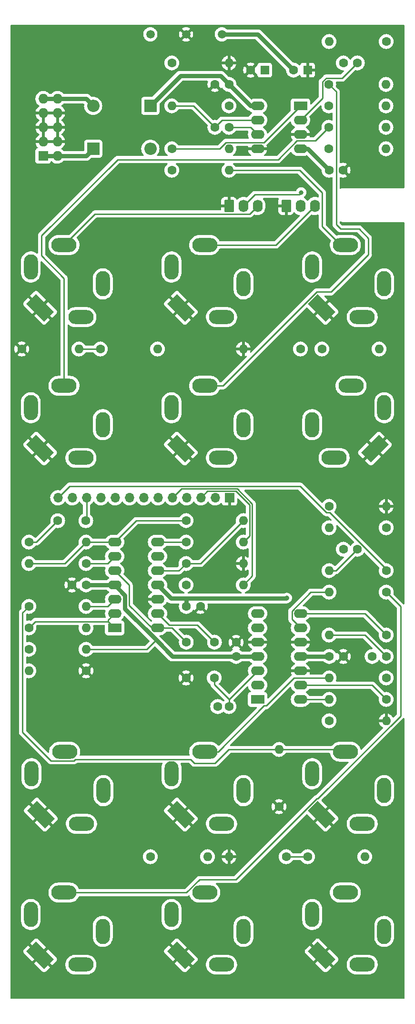
<source format=gbl>
G04 #@! TF.GenerationSoftware,KiCad,Pcbnew,6.0.9-8da3e8f707~117~ubuntu22.04.1*
G04 #@! TF.CreationDate,2022-11-26T13:08:15-05:00*
G04 #@! TF.ProjectId,voltproc_b1,766f6c74-7072-46f6-935f-62312e6b6963,rev?*
G04 #@! TF.SameCoordinates,Original*
G04 #@! TF.FileFunction,Copper,L2,Bot*
G04 #@! TF.FilePolarity,Positive*
%FSLAX46Y46*%
G04 Gerber Fmt 4.6, Leading zero omitted, Abs format (unit mm)*
G04 Created by KiCad (PCBNEW 6.0.9-8da3e8f707~117~ubuntu22.04.1) date 2022-11-26 13:08:15*
%MOMM*%
%LPD*%
G01*
G04 APERTURE LIST*
G04 Aperture macros list*
%AMRoundRect*
0 Rectangle with rounded corners*
0 $1 Rounding radius*
0 $2 $3 $4 $5 $6 $7 $8 $9 X,Y pos of 4 corners*
0 Add a 4 corners polygon primitive as box body*
4,1,4,$2,$3,$4,$5,$6,$7,$8,$9,$2,$3,0*
0 Add four circle primitives for the rounded corners*
1,1,$1+$1,$2,$3*
1,1,$1+$1,$4,$5*
1,1,$1+$1,$6,$7*
1,1,$1+$1,$8,$9*
0 Add four rect primitives between the rounded corners*
20,1,$1+$1,$2,$3,$4,$5,0*
20,1,$1+$1,$4,$5,$6,$7,0*
20,1,$1+$1,$6,$7,$8,$9,0*
20,1,$1+$1,$8,$9,$2,$3,0*%
%AMRotRect*
0 Rectangle, with rotation*
0 The origin of the aperture is its center*
0 $1 length*
0 $2 width*
0 $3 Rotation angle, in degrees counterclockwise*
0 Add horizontal line*
21,1,$1,$2,0,0,$3*%
G04 Aperture macros list end*
G04 #@! TA.AperFunction,ComponentPad*
%ADD10O,2.500000X4.500001*%
G04 #@! TD*
G04 #@! TA.AperFunction,ComponentPad*
%ADD11O,4.500001X2.500001*%
G04 #@! TD*
G04 #@! TA.AperFunction,ComponentPad*
%ADD12RotRect,4.500001X2.500001X315.000000*%
G04 #@! TD*
G04 #@! TA.AperFunction,ComponentPad*
%ADD13O,4.500000X2.500000*%
G04 #@! TD*
G04 #@! TA.AperFunction,ComponentPad*
%ADD14O,2.500000X4.500000*%
G04 #@! TD*
G04 #@! TA.AperFunction,ComponentPad*
%ADD15C,1.500000*%
G04 #@! TD*
G04 #@! TA.AperFunction,ComponentPad*
%ADD16R,1.700000X1.700000*%
G04 #@! TD*
G04 #@! TA.AperFunction,ComponentPad*
%ADD17O,1.700000X1.700000*%
G04 #@! TD*
G04 #@! TA.AperFunction,ComponentPad*
%ADD18O,4.500001X2.500000*%
G04 #@! TD*
G04 #@! TA.AperFunction,ComponentPad*
%ADD19O,2.500001X4.500001*%
G04 #@! TD*
G04 #@! TA.AperFunction,ComponentPad*
%ADD20RotRect,4.500001X2.500001X45.000000*%
G04 #@! TD*
G04 #@! TA.AperFunction,ComponentPad*
%ADD21R,2.400000X1.600000*%
G04 #@! TD*
G04 #@! TA.AperFunction,ComponentPad*
%ADD22O,2.400000X1.600000*%
G04 #@! TD*
G04 #@! TA.AperFunction,ComponentPad*
%ADD23R,1.600000X1.600000*%
G04 #@! TD*
G04 #@! TA.AperFunction,ComponentPad*
%ADD24C,1.600000*%
G04 #@! TD*
G04 #@! TA.AperFunction,ComponentPad*
%ADD25O,1.600000X1.600000*%
G04 #@! TD*
G04 #@! TA.AperFunction,ComponentPad*
%ADD26R,2.200000X2.200000*%
G04 #@! TD*
G04 #@! TA.AperFunction,ComponentPad*
%ADD27O,2.200000X2.200000*%
G04 #@! TD*
G04 #@! TA.AperFunction,ComponentPad*
%ADD28RoundRect,0.250000X-0.620000X-0.850000X0.620000X-0.850000X0.620000X0.850000X-0.620000X0.850000X0*%
G04 #@! TD*
G04 #@! TA.AperFunction,ComponentPad*
%ADD29O,1.740000X2.200000*%
G04 #@! TD*
G04 #@! TA.AperFunction,ComponentPad*
%ADD30R,1.727200X1.727200*%
G04 #@! TD*
G04 #@! TA.AperFunction,ComponentPad*
%ADD31O,1.727200X1.727200*%
G04 #@! TD*
G04 #@! TA.AperFunction,ViaPad*
%ADD32C,0.800000*%
G04 #@! TD*
G04 #@! TA.AperFunction,Conductor*
%ADD33C,0.750000*%
G04 #@! TD*
G04 #@! TA.AperFunction,Conductor*
%ADD34C,0.250000*%
G04 #@! TD*
G04 APERTURE END LIST*
D10*
G04 #@! TO.P,J14,R*
G04 #@! TO.N,N/C*
X156400000Y-84500000D03*
D11*
G04 #@! TO.P,J14,RN*
X152500000Y-90400000D03*
D12*
G04 #@! TO.P,J14,S*
G04 #@! TO.N,Board_0-GND*
X145260000Y-88740000D03*
D13*
G04 #@! TO.P,J14,T*
G04 #@! TO.N,Board_0-/Summers/IN1_4*
X149500000Y-77600000D03*
D14*
G04 #@! TO.P,J14,TN*
G04 #@! TO.N,N/C*
X143600000Y-81500000D03*
G04 #@! TD*
D10*
G04 #@! TO.P,J19,R*
G04 #@! TO.N,N/C*
X156400000Y-174500000D03*
D11*
G04 #@! TO.P,J19,RN*
X152500000Y-180400000D03*
D12*
G04 #@! TO.P,J19,S*
G04 #@! TO.N,Board_0-GND*
X145260000Y-178740000D03*
D13*
G04 #@! TO.P,J19,T*
G04 #@! TO.N,Board_0-/Summers/~{OUT2}*
X149500000Y-167600000D03*
D14*
G04 #@! TO.P,J19,TN*
G04 #@! TO.N,N/C*
X143600000Y-171500000D03*
G04 #@! TD*
D15*
G04 #@! TO.P,TP1,1,1*
G04 #@! TO.N,Board_0--12V*
X152540000Y-15180000D03*
G04 #@! TD*
D16*
G04 #@! TO.P,J4,1,Pin_1*
G04 #@! TO.N,Board_0-GND*
X153900000Y-97500000D03*
D17*
G04 #@! TO.P,J4,2,Pin_2*
G04 #@! TO.N,Board_0-/Linear and RC lag/LAG_RC_WIP*
X151360000Y-97500000D03*
G04 #@! TO.P,J4,3,Pin_3*
G04 #@! TO.N,Board_0-/Linear and RC lag/LAG_LIN_CCW*
X148820000Y-97500000D03*
G04 #@! TO.P,J4,4,Pin_4*
G04 #@! TO.N,Board_0-/Linear and RC lag/LAG_LIN_WIP*
X146280000Y-97500000D03*
G04 #@! TO.P,J4,5,Pin_5*
G04 #@! TO.N,Board_0-/Linear and RC lag/LIN_SPEED*
X143740000Y-97500000D03*
G04 #@! TO.P,J4,6,Pin_6*
G04 #@! TO.N,Board_0-/Linear and RC lag/RC_SPEED*
X141200000Y-97500000D03*
G04 #@! TO.P,J4,7,Pin_7*
G04 #@! TO.N,Board_0-/Linear and RC lag/RC_OUT*
X138660000Y-97500000D03*
G04 #@! TO.P,J4,8,Pin_8*
G04 #@! TO.N,Board_0-/Linear and RC lag/LAG_OUT*
X136120000Y-97500000D03*
G04 #@! TO.P,J4,9,Pin_9*
G04 #@! TO.N,Board_0-/Linear and RC lag/LIN_OUT*
X133580000Y-97500000D03*
G04 #@! TO.P,J4,10,Pin_10*
G04 #@! TO.N,Board_0-/Linear and RC lag/LAG_IN*
X131040000Y-97500000D03*
G04 #@! TO.P,J4,11,Pin_11*
G04 #@! TO.N,Board_0-/Linear and RC lag/LIN_IN*
X128500000Y-97500000D03*
G04 #@! TO.P,J4,12,Pin_12*
G04 #@! TO.N,Board_0-/Summers/IN_2_1_CW*
X125960000Y-97500000D03*
G04 #@! TO.P,J4,13,Pin_13*
G04 #@! TO.N,Board_0-/Summers/IN_2_1_WIP*
X123420000Y-97500000D03*
G04 #@! TD*
D10*
G04 #@! TO.P,J16,R*
G04 #@! TO.N,N/C*
X181400000Y-59500000D03*
D11*
G04 #@! TO.P,J16,RN*
X177500000Y-65400000D03*
D12*
G04 #@! TO.P,J16,S*
G04 #@! TO.N,Board_0-GND*
X170260000Y-63740000D03*
D13*
G04 #@! TO.P,J16,T*
G04 #@! TO.N,Board_0-/Summers/OUT1*
X174500000Y-52600000D03*
D14*
G04 #@! TO.P,J16,TN*
G04 #@! TO.N,N/C*
X168600000Y-56500000D03*
G04 #@! TD*
D15*
G04 #@! TO.P,TP3,1,1*
G04 #@! TO.N,Board_0-GND*
X146190000Y-15180000D03*
G04 #@! TD*
D10*
G04 #@! TO.P,J10,R*
G04 #@! TO.N,N/C*
X131400000Y-59500000D03*
D11*
G04 #@! TO.P,J10,RN*
X127500000Y-65400000D03*
D12*
G04 #@! TO.P,J10,S*
G04 #@! TO.N,Board_0-GND*
X120260000Y-63740000D03*
D13*
G04 #@! TO.P,J10,T*
G04 #@! TO.N,Board_0-/Summers/IN_1_1_CW*
X124500000Y-52600000D03*
D14*
G04 #@! TO.P,J10,TN*
G04 #@! TO.N,Board_0-/Summers/-10V*
X118600000Y-56500000D03*
G04 #@! TD*
D15*
G04 #@! TO.P,TP2,1,1*
G04 #@! TO.N,Board_0-+12V*
X139840000Y-15180000D03*
G04 #@! TD*
D10*
G04 #@! TO.P,J8,R*
G04 #@! TO.N,N/C*
X181400000Y-149500000D03*
D11*
G04 #@! TO.P,J8,RN*
X177500000Y-155400000D03*
D12*
G04 #@! TO.P,J8,S*
G04 #@! TO.N,Board_0-GND*
X170260000Y-153740000D03*
D13*
G04 #@! TO.P,J8,T*
G04 #@! TO.N,Board_0-/Linear and RC lag/IN_LAG_B*
X174500000Y-142600000D03*
D14*
G04 #@! TO.P,J8,TN*
G04 #@! TO.N,N/C*
X168600000Y-146500000D03*
G04 #@! TD*
D10*
G04 #@! TO.P,J18,R*
G04 #@! TO.N,N/C*
X156400000Y-149500000D03*
D11*
G04 #@! TO.P,J18,RN*
X152500000Y-155400000D03*
D12*
G04 #@! TO.P,J18,S*
G04 #@! TO.N,Board_0-GND*
X145260000Y-153740000D03*
D13*
G04 #@! TO.P,J18,T*
G04 #@! TO.N,Board_0-/Summers/OUT2*
X149500000Y-142600000D03*
D14*
G04 #@! TO.P,J18,TN*
G04 #@! TO.N,N/C*
X143600000Y-146500000D03*
G04 #@! TD*
D18*
G04 #@! TO.P,J17,R*
G04 #@! TO.N,N/C*
X175500000Y-77600000D03*
D19*
G04 #@! TO.P,J17,RN*
X181400000Y-81500000D03*
D20*
G04 #@! TO.P,J17,S*
G04 #@! TO.N,Board_0-GND*
X179740000Y-88740000D03*
D14*
G04 #@! TO.P,J17,T*
G04 #@! TO.N,Board_0-/Summers/~{OUT1}*
X168600000Y-84500000D03*
D13*
G04 #@! TO.P,J17,TN*
G04 #@! TO.N,N/C*
X172500000Y-90400000D03*
G04 #@! TD*
D10*
G04 #@! TO.P,J12,R*
G04 #@! TO.N,N/C*
X131508000Y-149500000D03*
D11*
G04 #@! TO.P,J12,RN*
X127608000Y-155400000D03*
D12*
G04 #@! TO.P,J12,S*
G04 #@! TO.N,Board_0-GND*
X120368000Y-153740000D03*
D13*
G04 #@! TO.P,J12,T*
G04 #@! TO.N,Board_0-/Summers/IN_2_1_CW*
X124608000Y-142600000D03*
D14*
G04 #@! TO.P,J12,TN*
G04 #@! TO.N,Board_0-/Summers/+10V*
X118708000Y-146500000D03*
G04 #@! TD*
D10*
G04 #@! TO.P,J13,R*
G04 #@! TO.N,N/C*
X131400000Y-84500000D03*
D11*
G04 #@! TO.P,J13,RN*
X127500000Y-90400000D03*
D12*
G04 #@! TO.P,J13,S*
G04 #@! TO.N,Board_0-GND*
X120260000Y-88740000D03*
D13*
G04 #@! TO.P,J13,T*
G04 #@! TO.N,Board_0-/Summers/IN1_3*
X124500000Y-77600000D03*
D14*
G04 #@! TO.P,J13,TN*
G04 #@! TO.N,N/C*
X118600000Y-81500000D03*
G04 #@! TD*
D10*
G04 #@! TO.P,J11,R*
G04 #@! TO.N,N/C*
X156400000Y-59500000D03*
D11*
G04 #@! TO.P,J11,RN*
X152500000Y-65400000D03*
D12*
G04 #@! TO.P,J11,S*
G04 #@! TO.N,Board_0-GND*
X145260000Y-63740000D03*
D13*
G04 #@! TO.P,J11,T*
G04 #@! TO.N,Board_0-/Summers/IN_1_2_CW*
X149500000Y-52600000D03*
D14*
G04 #@! TO.P,J11,TN*
G04 #@! TO.N,Board_0-/Summers/+10V*
X143600000Y-56500000D03*
G04 #@! TD*
D10*
G04 #@! TO.P,J9,R*
G04 #@! TO.N,N/C*
X181400000Y-174500000D03*
D11*
G04 #@! TO.P,J9,RN*
X177500000Y-180400000D03*
D12*
G04 #@! TO.P,J9,S*
G04 #@! TO.N,Board_0-GND*
X170260000Y-178740000D03*
D13*
G04 #@! TO.P,J9,T*
G04 #@! TO.N,Board_0-/Linear and RC lag/OUT_LAG_B*
X174500000Y-167600000D03*
D14*
G04 #@! TO.P,J9,TN*
G04 #@! TO.N,N/C*
X168600000Y-171500000D03*
G04 #@! TD*
D10*
G04 #@! TO.P,J15,R*
G04 #@! TO.N,N/C*
X131400000Y-174500000D03*
D11*
G04 #@! TO.P,J15,RN*
X127500000Y-180400000D03*
D12*
G04 #@! TO.P,J15,S*
G04 #@! TO.N,Board_0-GND*
X120260000Y-178740000D03*
D13*
G04 #@! TO.P,J15,T*
G04 #@! TO.N,Board_0-/Summers/IN_2_2*
X124500000Y-167600000D03*
D14*
G04 #@! TO.P,J15,TN*
G04 #@! TO.N,N/C*
X118600000Y-171500000D03*
G04 #@! TD*
D21*
G04 #@! TO.P,U2,1*
G04 #@! TO.N,Board_0-/Linear and RC lag/RC_OUT*
X158900000Y-133295000D03*
D22*
G04 #@! TO.P,U2,2,-*
X158900000Y-130755000D03*
G04 #@! TO.P,U2,3,+*
G04 #@! TO.N,Board_0-/Linear and RC lag/LAG_RC_WIP*
X158900000Y-128215000D03*
G04 #@! TO.P,U2,4,V+*
G04 #@! TO.N,Board_0-+12V*
X158900000Y-125675000D03*
G04 #@! TO.P,U2,5,+*
G04 #@! TO.N,Board_0-GND*
X158900000Y-123135000D03*
G04 #@! TO.P,U2,6,-*
G04 #@! TO.N,Board_0-Net-(U2-Pad6)*
X158900000Y-120595000D03*
G04 #@! TO.P,U2,7*
X158900000Y-118055000D03*
G04 #@! TO.P,U2,8*
G04 #@! TO.N,Board_0-Net-(C12-Pad2)*
X166520000Y-118055000D03*
G04 #@! TO.P,U2,9,-*
G04 #@! TO.N,Board_0-Net-(C12-Pad1)*
X166520000Y-120595000D03*
G04 #@! TO.P,U2,10,+*
G04 #@! TO.N,Board_0-GND*
X166520000Y-123135000D03*
G04 #@! TO.P,U2,11,V-*
G04 #@! TO.N,Board_0--12V*
X166520000Y-125675000D03*
G04 #@! TO.P,U2,12,+*
G04 #@! TO.N,Board_0-GND*
X166520000Y-128215000D03*
G04 #@! TO.P,U2,13,-*
G04 #@! TO.N,Board_0-Net-(C14-Pad1)*
X166520000Y-130755000D03*
G04 #@! TO.P,U2,14*
G04 #@! TO.N,Board_0-Net-(C14-Pad2)*
X166520000Y-133295000D03*
G04 #@! TD*
D23*
G04 #@! TO.P,C2,1*
G04 #@! TO.N,Board_0-GND*
X167780000Y-21530000D03*
D24*
G04 #@! TO.P,C2,2*
G04 #@! TO.N,Board_0--12V*
X165280000Y-21530000D03*
G04 #@! TD*
G04 #@! TO.P,C11,1*
G04 #@! TO.N,Board_0-Net-(C11-Pad1)*
X176630000Y-20260000D03*
G04 #@! TO.P,C11,2*
G04 #@! TO.N,Board_0-Net-(C11-Pad2)*
X174130000Y-20260000D03*
G04 #@! TD*
G04 #@! TO.P,C7,1*
G04 #@! TO.N,Board_0-+12V*
X128410000Y-112970000D03*
G04 #@! TO.P,C7,2*
G04 #@! TO.N,Board_0-GND*
X125910000Y-112970000D03*
G04 #@! TD*
G04 #@! TO.P,R12,1*
G04 #@! TO.N,Board_0-/Summers/+10V*
X118250000Y-124400000D03*
D25*
G04 #@! TO.P,R12,2*
G04 #@! TO.N,Board_0-+12V*
X128410000Y-124400000D03*
G04 #@! TD*
D24*
G04 #@! TO.P,R1,1*
G04 #@! TO.N,Board_0-GND*
X162700000Y-152340000D03*
D25*
G04 #@! TO.P,R1,2*
G04 #@! TO.N,Board_0-/Linear and RC lag/IN_LAG_B*
X162700000Y-142180000D03*
G04 #@! TD*
D24*
G04 #@! TO.P,R18,1*
G04 #@! TO.N,Board_0-/Summers/IN1_4*
X171550000Y-24070000D03*
D25*
G04 #@! TO.P,R18,2*
G04 #@! TO.N,Board_0-Net-(C11-Pad1)*
X181710000Y-24070000D03*
G04 #@! TD*
D24*
G04 #@! TO.P,R27,1*
G04 #@! TO.N,Board_0-Net-(C14-Pad1)*
X181750000Y-133290000D03*
D25*
G04 #@! TO.P,R27,2*
G04 #@! TO.N,Board_0-Net-(C14-Pad2)*
X171590000Y-133290000D03*
G04 #@! TD*
D24*
G04 #@! TO.P,R20,1*
G04 #@! TO.N,Board_0-/Summers/IN_2_2*
X181750000Y-114240000D03*
D25*
G04 #@! TO.P,R20,2*
G04 #@! TO.N,Board_0-Net-(C12-Pad1)*
X171590000Y-114240000D03*
G04 #@! TD*
D24*
G04 #@! TO.P,R21,1*
G04 #@! TO.N,Board_0-/Summers/IN_2_1_WIP*
X181750000Y-110430000D03*
D25*
G04 #@! TO.P,R21,2*
G04 #@! TO.N,Board_0-Net-(C12-Pad1)*
X171590000Y-110430000D03*
G04 #@! TD*
D26*
G04 #@! TO.P,D2,1,K*
G04 #@! TO.N,Board_0-/-12_IN*
X129680000Y-35500000D03*
D27*
G04 #@! TO.P,D2,2,A*
G04 #@! TO.N,Board_0--12V*
X139840000Y-35500000D03*
G04 #@! TD*
D24*
G04 #@! TO.P,R29,1*
G04 #@! TO.N,Board_0-Net-(C11-Pad2)*
X166510000Y-71060000D03*
D25*
G04 #@! TO.P,R29,2*
G04 #@! TO.N,Board_0-GND*
X156350000Y-71060000D03*
G04 #@! TD*
D24*
G04 #@! TO.P,R19,1*
G04 #@! TO.N,Board_0-/Summers/IN_1_2_WIP*
X171550000Y-27880000D03*
D25*
G04 #@! TO.P,R19,2*
G04 #@! TO.N,Board_0-Net-(C11-Pad1)*
X181710000Y-27880000D03*
G04 #@! TD*
D24*
G04 #@! TO.P,R4,1*
G04 #@! TO.N,Board_0-/Linear and RC lag/LIN_IN*
X128410000Y-109160000D03*
D25*
G04 #@! TO.P,R4,2*
G04 #@! TO.N,Board_0-Net-(R4-Pad2)*
X118250000Y-109160000D03*
G04 #@! TD*
D24*
G04 #@! TO.P,R24,1*
G04 #@! TO.N,Board_0-Net-(C11-Pad2)*
X143650000Y-35500000D03*
D25*
G04 #@! TO.P,R24,2*
G04 #@! TO.N,Board_0-Net-(C13-Pad1)*
X153810000Y-35500000D03*
G04 #@! TD*
D24*
G04 #@! TO.P,R7,1*
G04 #@! TO.N,Board_0-Net-(R6-Pad2)*
X146190000Y-109160000D03*
D25*
G04 #@! TO.P,R7,2*
G04 #@! TO.N,Board_0-GND*
X156350000Y-109160000D03*
G04 #@! TD*
D24*
G04 #@! TO.P,R6,1*
G04 #@! TO.N,Board_0-Net-(R4-Pad2)*
X146190000Y-101540000D03*
D25*
G04 #@! TO.P,R6,2*
G04 #@! TO.N,Board_0-Net-(R6-Pad2)*
X156350000Y-101540000D03*
G04 #@! TD*
D26*
G04 #@! TO.P,D1,1,K*
G04 #@! TO.N,Board_0-+12V*
X139840000Y-27880000D03*
D27*
G04 #@! TO.P,D1,2,A*
G04 #@! TO.N,Board_0-/+12_IN*
X129680000Y-27880000D03*
G04 #@! TD*
D24*
G04 #@! TO.P,R16,1*
G04 #@! TO.N,Board_0-/Summers/IN1_3*
X171550000Y-31690000D03*
D25*
G04 #@! TO.P,R16,2*
G04 #@! TO.N,Board_0-Net-(C11-Pad1)*
X181710000Y-31690000D03*
G04 #@! TD*
D24*
G04 #@! TO.P,C3,1*
G04 #@! TO.N,Board_0-/Linear and RC lag/LIN_IN*
X128380000Y-101545000D03*
G04 #@! TO.P,C3,2*
G04 #@! TO.N,Board_0-Net-(C3-Pad2)*
X123380000Y-101545000D03*
G04 #@! TD*
G04 #@! TO.P,C5,1*
G04 #@! TO.N,Board_0-/Linear and RC lag/LAG_RC_WIP*
X153810000Y-134560000D03*
G04 #@! TO.P,C5,2*
G04 #@! TO.N,Board_0-/Linear and RC lag/RC_SPEED*
X151810000Y-134560000D03*
G04 #@! TD*
G04 #@! TO.P,C8,1*
G04 #@! TO.N,Board_0-GND*
X148730000Y-116780000D03*
G04 #@! TO.P,C8,2*
G04 #@! TO.N,Board_0--12V*
X146230000Y-116780000D03*
G04 #@! TD*
G04 #@! TO.P,R10,1*
G04 #@! TO.N,Board_0-/Linear and RC lag/LAG_OUT*
X163970000Y-161230000D03*
D25*
G04 #@! TO.P,R10,2*
G04 #@! TO.N,Board_0-GND*
X153810000Y-161230000D03*
G04 #@! TD*
D24*
G04 #@! TO.P,R13,1*
G04 #@! TO.N,Board_0-GND*
X128410000Y-128210000D03*
D25*
G04 #@! TO.P,R13,2*
G04 #@! TO.N,Board_0-/Summers/+10V*
X118250000Y-128210000D03*
G04 #@! TD*
D28*
G04 #@! TO.P,J2,1,Pin_1*
G04 #@! TO.N,Board_0-GND*
X153810000Y-45660000D03*
D29*
G04 #@! TO.P,J2,2,Pin_2*
G04 #@! TO.N,Board_0-/Summers/IN_1_1_WIP*
X156350000Y-45660000D03*
G04 #@! TO.P,J2,3,Pin_3*
G04 #@! TO.N,Board_0-/Summers/IN_1_1_CW*
X158890000Y-45660000D03*
G04 #@! TD*
D24*
G04 #@! TO.P,R35,1*
G04 #@! TO.N,Board_0-Net-(C12-Pad2)*
X139840000Y-161230000D03*
D25*
G04 #@! TO.P,R35,2*
G04 #@! TO.N,Board_0-/Summers/~{OUT2}*
X150000000Y-161230000D03*
G04 #@! TD*
D24*
G04 #@! TO.P,C13,1*
G04 #@! TO.N,Board_0-Net-(C13-Pad1)*
X153810000Y-31690000D03*
G04 #@! TO.P,C13,2*
G04 #@! TO.N,Board_0-Net-(C13-Pad2)*
X151310000Y-31690000D03*
G04 #@! TD*
G04 #@! TO.P,R23,1*
G04 #@! TO.N,Board_0-Net-(C12-Pad1)*
X181750000Y-102810000D03*
D25*
G04 #@! TO.P,R23,2*
G04 #@! TO.N,Board_0-Net-(C12-Pad2)*
X171590000Y-102810000D03*
G04 #@! TD*
D21*
G04 #@! TO.P,U1,1*
G04 #@! TO.N,Board_0-Net-(R3-Pad1)*
X133500000Y-120595000D03*
D22*
G04 #@! TO.P,U1,2,-*
X133500000Y-118055000D03*
G04 #@! TO.P,U1,3,+*
G04 #@! TO.N,Board_0-Net-(R2-Pad2)*
X133500000Y-115515000D03*
G04 #@! TO.P,U1,4,V+*
G04 #@! TO.N,Board_0-+12V*
X133500000Y-112975000D03*
G04 #@! TO.P,U1,5,+*
G04 #@! TO.N,Board_0-/Linear and RC lag/LIN_OUT*
X133500000Y-110435000D03*
G04 #@! TO.P,U1,6,-*
G04 #@! TO.N,Board_0-/Linear and RC lag/LIN_IN*
X133500000Y-107895000D03*
G04 #@! TO.P,U1,7*
G04 #@! TO.N,Board_0-Net-(R4-Pad2)*
X133500000Y-105355000D03*
G04 #@! TO.P,U1,8*
G04 #@! TO.N,Board_0-Net-(R9-Pad1)*
X141120000Y-105355000D03*
G04 #@! TO.P,U1,9,-*
X141120000Y-107895000D03*
G04 #@! TO.P,U1,10,+*
G04 #@! TO.N,Board_0-Net-(R6-Pad2)*
X141120000Y-110435000D03*
G04 #@! TO.P,U1,11,V-*
G04 #@! TO.N,Board_0--12V*
X141120000Y-112975000D03*
G04 #@! TO.P,U1,12,+*
G04 #@! TO.N,Board_0-GND*
X141120000Y-115515000D03*
G04 #@! TO.P,U1,13,-*
G04 #@! TO.N,Board_0-/Linear and RC lag/LAG_LIN_WIP*
X141120000Y-118055000D03*
G04 #@! TO.P,U1,14*
G04 #@! TO.N,Board_0-/Linear and RC lag/LIN_OUT*
X141120000Y-120595000D03*
G04 #@! TD*
D30*
G04 #@! TO.P,J1,1,-12V*
G04 #@! TO.N,Board_0-/-12_IN*
X120790000Y-36770000D03*
D31*
G04 #@! TO.P,J1,2,-12V*
X123330000Y-36770000D03*
G04 #@! TO.P,J1,3,GND*
G04 #@! TO.N,Board_0-GND*
X120790000Y-34230000D03*
G04 #@! TO.P,J1,4,GND*
X123330000Y-34230000D03*
G04 #@! TO.P,J1,5,GND*
X120790000Y-31690000D03*
G04 #@! TO.P,J1,6,GND*
X123330000Y-31690000D03*
G04 #@! TO.P,J1,7,GND*
X120790000Y-29150000D03*
G04 #@! TO.P,J1,8,GND*
X123330000Y-29150000D03*
G04 #@! TO.P,J1,9,+12V*
G04 #@! TO.N,Board_0-/+12_IN*
X120790000Y-26610000D03*
G04 #@! TO.P,J1,10,+12V*
X123330000Y-26610000D03*
G04 #@! TD*
D24*
G04 #@! TO.P,R2,1*
G04 #@! TO.N,Board_0-/Linear and RC lag/IN_LAG_B*
X118250000Y-116780000D03*
D25*
G04 #@! TO.P,R2,2*
G04 #@! TO.N,Board_0-Net-(R2-Pad2)*
X128410000Y-116780000D03*
G04 #@! TD*
D24*
G04 #@! TO.P,R30,1*
G04 #@! TO.N,Board_0-Net-(C14-Pad2)*
X171590000Y-137100000D03*
D25*
G04 #@! TO.P,R30,2*
G04 #@! TO.N,Board_0-GND*
X181750000Y-137100000D03*
G04 #@! TD*
D24*
G04 #@! TO.P,R34,1*
G04 #@! TO.N,Board_0-Net-(C14-Pad2)*
X181750000Y-129480000D03*
D25*
G04 #@! TO.P,R34,2*
G04 #@! TO.N,Board_0-/Summers/OUT2*
X171590000Y-129480000D03*
G04 #@! TD*
D24*
G04 #@! TO.P,R17,1*
G04 #@! TO.N,Board_0-/Summers/IN_1_1_WIP*
X171550000Y-35500000D03*
D25*
G04 #@! TO.P,R17,2*
G04 #@! TO.N,Board_0-Net-(C11-Pad1)*
X181710000Y-35500000D03*
G04 #@! TD*
D28*
G04 #@! TO.P,J3,1,Pin_1*
G04 #@! TO.N,Board_0-GND*
X163970000Y-45660000D03*
D29*
G04 #@! TO.P,J3,2,Pin_2*
G04 #@! TO.N,Board_0-/Summers/IN_1_2_WIP*
X166510000Y-45660000D03*
G04 #@! TO.P,J3,3,Pin_3*
G04 #@! TO.N,Board_0-/Summers/IN_1_2_CW*
X169050000Y-45660000D03*
G04 #@! TD*
D24*
G04 #@! TO.P,R33,1*
G04 #@! TO.N,Board_0-Net-(C11-Pad2)*
X170320000Y-71060000D03*
D25*
G04 #@! TO.P,R33,2*
G04 #@! TO.N,Board_0-/Summers/~{OUT1}*
X180480000Y-71060000D03*
G04 #@! TD*
D24*
G04 #@! TO.P,R15,1*
G04 #@! TO.N,Board_0-GND*
X116980000Y-71060000D03*
D25*
G04 #@! TO.P,R15,2*
G04 #@! TO.N,Board_0-/Summers/-10V*
X127140000Y-71060000D03*
G04 #@! TD*
D24*
G04 #@! TO.P,C15,1*
G04 #@! TO.N,Board_0-+12V*
X153810000Y-24070000D03*
G04 #@! TO.P,C15,2*
G04 #@! TO.N,Board_0-GND*
X151310000Y-24070000D03*
G04 #@! TD*
G04 #@! TO.P,R31,1*
G04 #@! TO.N,Board_0-Net-(C12-Pad2)*
X171590000Y-99000000D03*
D25*
G04 #@! TO.P,R31,2*
G04 #@! TO.N,Board_0-GND*
X181750000Y-99000000D03*
G04 #@! TD*
D24*
G04 #@! TO.P,C6,1*
G04 #@! TO.N,Board_0-/Linear and RC lag/LAG_LIN_WIP*
X151230000Y-123130000D03*
G04 #@! TO.P,C6,2*
G04 #@! TO.N,Board_0-/Linear and RC lag/LIN_OUT*
X146230000Y-123130000D03*
G04 #@! TD*
G04 #@! TO.P,R14,1*
G04 #@! TO.N,Board_0-/Summers/-10V*
X130950000Y-71060000D03*
D25*
G04 #@! TO.P,R14,2*
G04 #@! TO.N,Board_0--12V*
X141110000Y-71060000D03*
G04 #@! TD*
D24*
G04 #@! TO.P,C16,1*
G04 #@! TO.N,Board_0-GND*
X174090000Y-39310000D03*
G04 #@! TO.P,C16,2*
G04 #@! TO.N,Board_0--12V*
X171590000Y-39310000D03*
G04 #@! TD*
G04 #@! TO.P,R8,1*
G04 #@! TO.N,Board_0-Net-(R6-Pad2)*
X146190000Y-112970000D03*
D25*
G04 #@! TO.P,R8,2*
G04 #@! TO.N,Board_0-/Linear and RC lag/LIN_SPEED*
X156350000Y-112970000D03*
G04 #@! TD*
D23*
G04 #@! TO.P,C1,1*
G04 #@! TO.N,Board_0-+12V*
X160160000Y-21530000D03*
D24*
G04 #@! TO.P,C1,2*
G04 #@! TO.N,Board_0-GND*
X157660000Y-21530000D03*
G04 #@! TD*
G04 #@! TO.P,C10,1*
G04 #@! TO.N,Board_0-GND*
X174130000Y-125670000D03*
G04 #@! TO.P,C10,2*
G04 #@! TO.N,Board_0--12V*
X171630000Y-125670000D03*
G04 #@! TD*
G04 #@! TO.P,R11,1*
G04 #@! TO.N,Board_0-/Linear and RC lag/LAG_OUT*
X167780000Y-161230000D03*
D25*
G04 #@! TO.P,R11,2*
G04 #@! TO.N,Board_0-/Linear and RC lag/OUT_LAG_B*
X177940000Y-161230000D03*
G04 #@! TD*
D24*
G04 #@! TO.P,R28,1*
G04 #@! TO.N,Board_0-Net-(C13-Pad2)*
X143650000Y-20260000D03*
D25*
G04 #@! TO.P,R28,2*
G04 #@! TO.N,Board_0-GND*
X153810000Y-20260000D03*
G04 #@! TD*
D24*
G04 #@! TO.P,C12,1*
G04 #@! TO.N,Board_0-Net-(C12-Pad1)*
X176630000Y-106620000D03*
G04 #@! TO.P,C12,2*
G04 #@! TO.N,Board_0-Net-(C12-Pad2)*
X174130000Y-106620000D03*
G04 #@! TD*
G04 #@! TO.P,C9,1*
G04 #@! TO.N,Board_0-+12V*
X155080000Y-125670000D03*
G04 #@! TO.P,C9,2*
G04 #@! TO.N,Board_0-GND*
X155080000Y-123170000D03*
G04 #@! TD*
G04 #@! TO.P,R9,1*
G04 #@! TO.N,Board_0-Net-(R9-Pad1)*
X146190000Y-105350000D03*
D25*
G04 #@! TO.P,R9,2*
G04 #@! TO.N,Board_0-/Linear and RC lag/LAG_LIN_CCW*
X156350000Y-105350000D03*
G04 #@! TD*
D24*
G04 #@! TO.P,R32,1*
G04 #@! TO.N,Board_0-Net-(C13-Pad2)*
X143650000Y-39310000D03*
D25*
G04 #@! TO.P,R32,2*
G04 #@! TO.N,Board_0-/Summers/OUT1*
X153810000Y-39310000D03*
G04 #@! TD*
D21*
G04 #@! TO.P,U3,1*
G04 #@! TO.N,Board_0-Net-(C11-Pad2)*
X166510000Y-27880000D03*
D22*
G04 #@! TO.P,U3,2,-*
G04 #@! TO.N,Board_0-Net-(C11-Pad1)*
X166510000Y-30420000D03*
G04 #@! TO.P,U3,3,+*
G04 #@! TO.N,Board_0-GND*
X166510000Y-32960000D03*
G04 #@! TO.P,U3,4,V-*
G04 #@! TO.N,Board_0--12V*
X166510000Y-35500000D03*
G04 #@! TO.P,U3,5,+*
G04 #@! TO.N,Board_0-GND*
X158890000Y-35500000D03*
G04 #@! TO.P,U3,6,-*
G04 #@! TO.N,Board_0-Net-(C13-Pad1)*
X158890000Y-32960000D03*
G04 #@! TO.P,U3,7*
G04 #@! TO.N,Board_0-Net-(C13-Pad2)*
X158890000Y-30420000D03*
G04 #@! TO.P,U3,8,V+*
G04 #@! TO.N,Board_0-+12V*
X158890000Y-27880000D03*
G04 #@! TD*
D24*
G04 #@! TO.P,C14,1*
G04 #@! TO.N,Board_0-Net-(C14-Pad1)*
X181750000Y-125670000D03*
G04 #@! TO.P,C14,2*
G04 #@! TO.N,Board_0-Net-(C14-Pad2)*
X179250000Y-125670000D03*
G04 #@! TD*
G04 #@! TO.P,R5,1*
G04 #@! TO.N,Board_0-Net-(C3-Pad2)*
X118250000Y-105350000D03*
D25*
G04 #@! TO.P,R5,2*
G04 #@! TO.N,Board_0-Net-(R4-Pad2)*
X128410000Y-105350000D03*
G04 #@! TD*
D24*
G04 #@! TO.P,R3,1*
G04 #@! TO.N,Board_0-Net-(R3-Pad1)*
X118250000Y-120590000D03*
D25*
G04 #@! TO.P,R3,2*
G04 #@! TO.N,Board_0-/Linear and RC lag/LAG_IN*
X128410000Y-120590000D03*
G04 #@! TD*
D24*
G04 #@! TO.P,R26,1*
G04 #@! TO.N,Board_0-Net-(C13-Pad1)*
X153810000Y-27880000D03*
D25*
G04 #@! TO.P,R26,2*
G04 #@! TO.N,Board_0-Net-(C13-Pad2)*
X143650000Y-27880000D03*
G04 #@! TD*
D24*
G04 #@! TO.P,R25,1*
G04 #@! TO.N,Board_0-Net-(C12-Pad2)*
X181750000Y-121860000D03*
D25*
G04 #@! TO.P,R25,2*
G04 #@! TO.N,Board_0-Net-(C14-Pad1)*
X171590000Y-121860000D03*
G04 #@! TD*
D24*
G04 #@! TO.P,C4,1*
G04 #@! TO.N,Board_0-/Linear and RC lag/LAG_RC_WIP*
X151190000Y-129480000D03*
G04 #@! TO.P,C4,2*
G04 #@! TO.N,Board_0-GND*
X146190000Y-129480000D03*
G04 #@! TD*
G04 #@! TO.P,R22,1*
G04 #@! TO.N,Board_0-Net-(C11-Pad1)*
X181750000Y-16450000D03*
D25*
G04 #@! TO.P,R22,2*
G04 #@! TO.N,Board_0-Net-(C11-Pad2)*
X171590000Y-16450000D03*
G04 #@! TD*
D32*
G04 #@! TO.N,Board_0--12V*
X164105500Y-115256000D03*
G04 #@! TO.N,Board_0-/Summers/IN_1_1_WIP*
X166637000Y-43247000D03*
G04 #@! TD*
D33*
G04 #@! TO.N,Board_0-+12V*
X135324520Y-117214095D02*
X135324520Y-114799520D01*
X133500000Y-112975000D02*
X128415000Y-112975000D01*
D34*
X128410000Y-124400000D02*
X139205000Y-124400000D01*
D33*
X143780425Y-125670000D02*
X140857713Y-122747287D01*
D34*
X139205000Y-124400000D02*
X140857713Y-122747287D01*
D33*
X140857713Y-122747287D02*
X135324520Y-117214095D01*
X155080000Y-125670000D02*
X143780425Y-125670000D01*
X158890000Y-27880000D02*
X157620000Y-27880000D01*
X157620000Y-27880000D02*
X153810000Y-24070000D01*
X145174000Y-22546000D02*
X139840000Y-27880000D01*
X153810000Y-24070000D02*
X152286000Y-22546000D01*
X135324520Y-114799520D02*
X133500000Y-112975000D01*
X152286000Y-22546000D02*
X145174000Y-22546000D01*
X158900000Y-125675000D02*
X155085000Y-125675000D01*
G04 #@! TO.N,Board_0--12V*
X167780000Y-35500000D02*
X166510000Y-35500000D01*
X171590000Y-39310000D02*
X167780000Y-35500000D01*
X146230000Y-116780000D02*
X146230000Y-115597000D01*
X164006011Y-115355489D02*
X164105500Y-115256000D01*
X146230000Y-115597000D02*
X146471511Y-115355489D01*
X171630000Y-125670000D02*
X166525000Y-125670000D01*
X165280000Y-21530000D02*
X158930000Y-15180000D01*
X143500489Y-115355489D02*
X141120000Y-112975000D01*
X158930000Y-15180000D02*
X152540000Y-15180000D01*
X146471511Y-115355489D02*
X143500489Y-115355489D01*
X146471511Y-115355489D02*
X164006011Y-115355489D01*
G04 #@! TO.N,Board_0-/+12_IN*
X120790000Y-26610000D02*
X123330000Y-26610000D01*
X128410000Y-26610000D02*
X129680000Y-27880000D01*
X123330000Y-26610000D02*
X128410000Y-26610000D01*
G04 #@! TO.N,Board_0-/-12_IN*
X128410000Y-36770000D02*
X129680000Y-35500000D01*
X120790000Y-36770000D02*
X123330000Y-36770000D01*
X123330000Y-36770000D02*
X128410000Y-36770000D01*
D34*
G04 #@! TO.N,Board_0-/Linear and RC lag/IN_LAG_B*
X147661620Y-144624031D02*
X146963069Y-143925480D01*
X153782411Y-142180000D02*
X151338380Y-144624031D01*
X126537520Y-143925480D02*
X126288000Y-144175000D01*
X122150000Y-144175000D02*
X117125489Y-139150489D01*
X162700000Y-142180000D02*
X174080000Y-142180000D01*
X162700000Y-142180000D02*
X153782411Y-142180000D01*
X126288000Y-144175000D02*
X122150000Y-144175000D01*
X146963069Y-143925480D02*
X126537520Y-143925480D01*
X117125489Y-117904511D02*
X118250000Y-116780000D01*
X151338380Y-144624031D02*
X147661620Y-144624031D01*
X117125489Y-139150489D02*
X117125489Y-117904511D01*
G04 #@! TO.N,Board_0-/Linear and RC lag/LAG_LIN_CCW*
X157474511Y-104225489D02*
X157474511Y-98725489D01*
X157474511Y-98725489D02*
X155074511Y-96325489D01*
X155074511Y-96325489D02*
X149994511Y-96325489D01*
X149994511Y-96325489D02*
X148820000Y-97500000D01*
X156350000Y-105350000D02*
X157474511Y-104225489D01*
G04 #@! TO.N,Board_0-/Linear and RC lag/LAG_LIN_WIP*
X141120000Y-118055000D02*
X143147000Y-120082000D01*
X143147000Y-120082000D02*
X148182000Y-120082000D01*
X148182000Y-120082000D02*
X151230000Y-123130000D01*
G04 #@! TO.N,Board_0-/Linear and RC lag/LAG_OUT*
X163970000Y-161230000D02*
X167780000Y-161230000D01*
G04 #@! TO.N,Board_0-/Linear and RC lag/LAG_RC_WIP*
X153810000Y-133305000D02*
X158900000Y-128215000D01*
X153810000Y-133290000D02*
X153810000Y-133417000D01*
X151190000Y-129480000D02*
X151190000Y-130670000D01*
X153810000Y-133417000D02*
X153810000Y-133305000D01*
X151190000Y-130670000D02*
X153810000Y-133290000D01*
X153810000Y-134560000D02*
X153810000Y-133417000D01*
G04 #@! TO.N,Board_0-/Linear and RC lag/LIN_IN*
X128500000Y-97500000D02*
X128500000Y-101425000D01*
X128410000Y-109160000D02*
X132235000Y-109160000D01*
X132235000Y-109160000D02*
X133500000Y-107895000D01*
G04 #@! TO.N,Board_0-/Linear and RC lag/LIN_OUT*
X143695000Y-120595000D02*
X146230000Y-123130000D01*
X141120000Y-120595000D02*
X143695000Y-120595000D01*
X136074031Y-116570031D02*
X136074031Y-113009031D01*
X136074031Y-113009031D02*
X133500000Y-110435000D01*
X140099000Y-120595000D02*
X136074031Y-116570031D01*
G04 #@! TO.N,Board_0-/Linear and RC lag/LIN_SPEED*
X155260705Y-95875979D02*
X145364021Y-95875979D01*
X145364021Y-95875979D02*
X143740000Y-97500000D01*
X157924021Y-98539295D02*
X155260705Y-95875979D01*
X157924021Y-111395979D02*
X157924021Y-98539295D01*
X156350000Y-112970000D02*
X157924021Y-111395979D01*
G04 #@! TO.N,Board_0-/Summers/-10V*
X127140000Y-71060000D02*
X130950000Y-71060000D01*
G04 #@! TO.N,Board_0-/Summers/IN1_3*
X134031646Y-37405000D02*
X162543978Y-37405000D01*
X162543978Y-37405000D02*
X165864458Y-34084520D01*
X169155480Y-34084520D02*
X171550000Y-31690000D01*
X124500000Y-77600000D02*
X124500000Y-58500000D01*
X120500000Y-54500000D02*
X120500000Y-50936646D01*
X124500000Y-58500000D02*
X120500000Y-54500000D01*
X165864458Y-34084520D02*
X169155480Y-34084520D01*
X120500000Y-50936646D02*
X134031646Y-37405000D01*
G04 #@! TO.N,Board_0-/Summers/IN1_4*
X172860000Y-48962000D02*
X173622000Y-49724000D01*
X171550000Y-24070000D02*
X172860000Y-25380000D01*
X171930874Y-60940126D02*
X169418272Y-60940126D01*
X178575000Y-51375000D02*
X178575000Y-54296000D01*
X178575000Y-54296000D02*
X171930874Y-60940126D01*
X169418272Y-60940126D02*
X152758398Y-77600000D01*
X172860000Y-25380000D02*
X172860000Y-48962000D01*
X152758398Y-77600000D02*
X149500000Y-77600000D01*
X173622000Y-49724000D02*
X176924000Y-49724000D01*
X176924000Y-49724000D02*
X178575000Y-51375000D01*
G04 #@! TO.N,Board_0-/Summers/IN_1_1_CW*
X130015000Y-47085000D02*
X157465000Y-47085000D01*
X157465000Y-47085000D02*
X158890000Y-45660000D01*
X124500000Y-52600000D02*
X130015000Y-47085000D01*
G04 #@! TO.N,Board_0-/Summers/IN_1_1_WIP*
X156350000Y-45660000D02*
X158382000Y-43628000D01*
X166256000Y-43628000D02*
X166637000Y-43247000D01*
X158382000Y-43628000D02*
X166256000Y-43628000D01*
G04 #@! TO.N,Board_0-/Summers/IN_1_2_CW*
X149500000Y-52600000D02*
X162110000Y-52600000D01*
X162110000Y-52600000D02*
X169050000Y-45660000D01*
G04 #@! TO.N,Board_0-/Summers/IN_2_1_WIP*
X171724811Y-100124511D02*
X181750000Y-110149700D01*
X171124211Y-100124511D02*
X171724811Y-100124511D01*
X123420000Y-97500000D02*
X125493542Y-95426458D01*
X166426158Y-95426458D02*
X171124211Y-100124511D01*
X125493542Y-95426458D02*
X166426158Y-95426458D01*
G04 #@! TO.N,Board_0-/Summers/IN_2_2*
X146272614Y-167600000D02*
X148578614Y-165294000D01*
X155064398Y-165294000D02*
X169418272Y-150940126D01*
X148578614Y-165294000D02*
X155064398Y-165294000D01*
X184290000Y-116780000D02*
X181750000Y-114240000D01*
X124500000Y-167600000D02*
X146272614Y-167600000D01*
X184290000Y-136211000D02*
X184290000Y-116780000D01*
X169418272Y-150940126D02*
X169560874Y-150940126D01*
X169560874Y-150940126D02*
X184290000Y-136211000D01*
G04 #@! TO.N,Board_0-/Summers/OUT1*
X170395000Y-43313400D02*
X170395000Y-49291000D01*
X170395000Y-49291000D02*
X173704000Y-52600000D01*
X153810000Y-39310000D02*
X166391600Y-39310000D01*
X166391600Y-39310000D02*
X170395000Y-43313400D01*
G04 #@! TO.N,Board_0-/Summers/OUT2*
X165365000Y-129480000D02*
X171590000Y-129480000D01*
X151866000Y-142600000D02*
X160046000Y-134420000D01*
X160425000Y-134420000D02*
X165365000Y-129480000D01*
X160046000Y-134420000D02*
X160425000Y-134420000D01*
X149500000Y-142600000D02*
X151866000Y-142600000D01*
G04 #@! TO.N,Board_0-Net-(C11-Pad1)*
X171084211Y-22945489D02*
X173944511Y-22945489D01*
X166510000Y-30420000D02*
X170425489Y-26504511D01*
X170425489Y-26504511D02*
X170425489Y-23604211D01*
X173944511Y-22945489D02*
X176630000Y-20260000D01*
X170425489Y-23604211D02*
X171084211Y-22945489D01*
G04 #@! TO.N,Board_0-Net-(C11-Pad2)*
X153283520Y-34375480D02*
X160014520Y-34375480D01*
X152159000Y-35500000D02*
X153283520Y-34375480D01*
X160014520Y-34375480D02*
X166510000Y-27880000D01*
X143650000Y-35500000D02*
X152159000Y-35500000D01*
G04 #@! TO.N,Board_0-Net-(C12-Pad1)*
X164995000Y-119070000D02*
X166520000Y-120595000D01*
X171590000Y-110430000D02*
X172820000Y-110430000D01*
X171590000Y-114240000D02*
X168344010Y-114240000D01*
X164995000Y-117589010D02*
X164995000Y-119070000D01*
X172820000Y-110430000D02*
X176630000Y-106620000D01*
X168344010Y-114240000D02*
X164995000Y-117589010D01*
G04 #@! TO.N,Board_0-Net-(C12-Pad2)*
X177945000Y-118055000D02*
X181750000Y-121860000D01*
X166520000Y-118055000D02*
X177945000Y-118055000D01*
G04 #@! TO.N,Board_0-Net-(C13-Pad1)*
X158890000Y-32960000D02*
X157620000Y-31690000D01*
X157620000Y-31690000D02*
X153810000Y-31690000D01*
G04 #@! TO.N,Board_0-Net-(C13-Pad2)*
X152580000Y-30420000D02*
X151310000Y-31690000D01*
X151310000Y-31690000D02*
X147500000Y-27880000D01*
X158890000Y-30420000D02*
X152580000Y-30420000D01*
X147500000Y-27880000D02*
X143650000Y-27880000D01*
G04 #@! TO.N,Board_0-Net-(C14-Pad1)*
X177940000Y-121860000D02*
X181750000Y-125670000D01*
X181750000Y-133290000D02*
X179215000Y-130755000D01*
X171590000Y-121860000D02*
X177940000Y-121860000D01*
X179215000Y-130755000D02*
X166520000Y-130755000D01*
G04 #@! TO.N,Board_0-Net-(C14-Pad2)*
X171590000Y-133290000D02*
X166525000Y-133290000D01*
G04 #@! TO.N,Board_0-Net-(C3-Pad2)*
X119575000Y-105350000D02*
X123380000Y-101545000D01*
X118250000Y-105350000D02*
X119575000Y-105350000D01*
G04 #@! TO.N,Board_0-Net-(R2-Pad2)*
X128410000Y-116780000D02*
X132235000Y-116780000D01*
X132235000Y-116780000D02*
X133500000Y-115515000D01*
G04 #@! TO.N,Board_0-Net-(R3-Pad1)*
X119374511Y-119465489D02*
X132370489Y-119465489D01*
X132370489Y-119465489D02*
X132370489Y-119184511D01*
X132370489Y-119465489D02*
X133500000Y-120595000D01*
X132370489Y-119184511D02*
X133500000Y-118055000D01*
X118250000Y-120590000D02*
X119374511Y-119465489D01*
G04 #@! TO.N,Board_0-Net-(R4-Pad2)*
X124600000Y-109160000D02*
X128410000Y-105350000D01*
X128410000Y-105350000D02*
X133495000Y-105350000D01*
X133500000Y-105355000D02*
X137315000Y-101540000D01*
X137315000Y-101540000D02*
X146190000Y-101540000D01*
X118250000Y-109160000D02*
X124600000Y-109160000D01*
G04 #@! TO.N,Board_0-Net-(R6-Pad2)*
X141120000Y-110435000D02*
X144915000Y-110435000D01*
X146190000Y-109160000D02*
X148730000Y-109160000D01*
X144915000Y-110435000D02*
X146190000Y-109160000D01*
X148730000Y-109160000D02*
X156350000Y-101540000D01*
G04 #@! TO.N,Board_0-Net-(R9-Pad1)*
X141120000Y-105355000D02*
X146185000Y-105355000D01*
G04 #@! TD*
G04 #@! TA.AperFunction,Conductor*
G04 #@! TO.N,Board_0-GND*
G36*
X184933621Y-13528502D02*
G01*
X184980114Y-13582158D01*
X184991500Y-13634500D01*
X184991500Y-42365500D01*
X184971498Y-42433621D01*
X184917842Y-42480114D01*
X184865500Y-42491500D01*
X174008623Y-42491500D01*
X174007853Y-42491498D01*
X174007037Y-42491493D01*
X173930279Y-42491024D01*
X173907918Y-42497415D01*
X173901847Y-42499150D01*
X173885085Y-42502728D01*
X173855813Y-42506920D01*
X173847645Y-42510634D01*
X173847644Y-42510634D01*
X173832438Y-42517548D01*
X173814914Y-42523996D01*
X173790229Y-42531051D01*
X173782635Y-42535843D01*
X173782632Y-42535844D01*
X173765220Y-42546830D01*
X173750137Y-42554969D01*
X173723218Y-42567208D01*
X173716416Y-42573069D01*
X173703765Y-42583970D01*
X173688771Y-42595066D01*
X173686746Y-42596344D01*
X173618467Y-42615786D01*
X173550512Y-42595226D01*
X173504461Y-42541191D01*
X173493500Y-42489790D01*
X173493500Y-40668516D01*
X173513502Y-40600395D01*
X173567158Y-40553902D01*
X173637432Y-40543798D01*
X173652111Y-40546809D01*
X173856688Y-40601625D01*
X173867481Y-40603528D01*
X174084525Y-40622517D01*
X174095475Y-40622517D01*
X174312519Y-40603528D01*
X174323312Y-40601625D01*
X174533761Y-40545236D01*
X174544053Y-40541490D01*
X174741511Y-40449414D01*
X174751006Y-40443931D01*
X174803048Y-40407491D01*
X174811424Y-40397012D01*
X174804356Y-40383566D01*
X173819885Y-39399095D01*
X173785859Y-39336783D01*
X173787694Y-39311132D01*
X174454408Y-39311132D01*
X174454539Y-39312965D01*
X174458790Y-39319580D01*
X175164287Y-40025077D01*
X175176062Y-40031507D01*
X175188077Y-40022211D01*
X175223931Y-39971006D01*
X175229414Y-39961511D01*
X175321490Y-39764053D01*
X175325236Y-39753761D01*
X175381625Y-39543312D01*
X175383528Y-39532519D01*
X175402517Y-39315475D01*
X175402517Y-39304525D01*
X175383528Y-39087481D01*
X175381625Y-39076688D01*
X175325236Y-38866239D01*
X175321490Y-38855947D01*
X175229414Y-38658489D01*
X175223931Y-38648994D01*
X175187491Y-38596952D01*
X175177012Y-38588576D01*
X175163566Y-38595644D01*
X174462022Y-39297188D01*
X174454408Y-39311132D01*
X173787694Y-39311132D01*
X173790924Y-39265968D01*
X173819885Y-39220905D01*
X174805077Y-38235713D01*
X174811507Y-38223938D01*
X174802211Y-38211923D01*
X174751006Y-38176069D01*
X174741511Y-38170586D01*
X174544053Y-38078510D01*
X174533761Y-38074764D01*
X174323312Y-38018375D01*
X174312519Y-38016472D01*
X174095475Y-37997483D01*
X174084525Y-37997483D01*
X173867481Y-38016472D01*
X173856688Y-38018375D01*
X173652111Y-38073191D01*
X173581135Y-38071501D01*
X173522339Y-38031707D01*
X173494391Y-37966443D01*
X173493500Y-37951484D01*
X173493500Y-35500000D01*
X180396502Y-35500000D01*
X180416457Y-35728087D01*
X180417881Y-35733400D01*
X180417881Y-35733402D01*
X180451547Y-35859042D01*
X180475716Y-35949243D01*
X180478039Y-35954224D01*
X180478039Y-35954225D01*
X180570151Y-36151762D01*
X180570154Y-36151767D01*
X180572477Y-36156749D01*
X180703802Y-36344300D01*
X180865700Y-36506198D01*
X180870208Y-36509355D01*
X180870211Y-36509357D01*
X180917240Y-36542287D01*
X181053251Y-36637523D01*
X181058233Y-36639846D01*
X181058238Y-36639849D01*
X181225224Y-36717715D01*
X181260757Y-36734284D01*
X181266065Y-36735706D01*
X181266067Y-36735707D01*
X181476598Y-36792119D01*
X181476600Y-36792119D01*
X181481913Y-36793543D01*
X181710000Y-36813498D01*
X181938087Y-36793543D01*
X181943400Y-36792119D01*
X181943402Y-36792119D01*
X182153933Y-36735707D01*
X182153935Y-36735706D01*
X182159243Y-36734284D01*
X182194776Y-36717715D01*
X182361762Y-36639849D01*
X182361767Y-36639846D01*
X182366749Y-36637523D01*
X182502760Y-36542287D01*
X182549789Y-36509357D01*
X182549792Y-36509355D01*
X182554300Y-36506198D01*
X182716198Y-36344300D01*
X182847523Y-36156749D01*
X182849846Y-36151767D01*
X182849849Y-36151762D01*
X182941961Y-35954225D01*
X182941961Y-35954224D01*
X182944284Y-35949243D01*
X182968454Y-35859042D01*
X183002119Y-35733402D01*
X183002119Y-35733400D01*
X183003543Y-35728087D01*
X183023498Y-35500000D01*
X183003543Y-35271913D01*
X182987988Y-35213862D01*
X182945707Y-35056067D01*
X182945706Y-35056065D01*
X182944284Y-35050757D01*
X182919560Y-34997736D01*
X182849849Y-34848238D01*
X182849846Y-34848233D01*
X182847523Y-34843251D01*
X182761203Y-34719973D01*
X182719357Y-34660211D01*
X182719355Y-34660208D01*
X182716198Y-34655700D01*
X182554300Y-34493802D01*
X182549792Y-34490645D01*
X182549789Y-34490643D01*
X182386500Y-34376307D01*
X182366749Y-34362477D01*
X182361767Y-34360154D01*
X182361762Y-34360151D01*
X182164225Y-34268039D01*
X182164224Y-34268039D01*
X182159243Y-34265716D01*
X182153935Y-34264294D01*
X182153933Y-34264293D01*
X181943402Y-34207881D01*
X181943400Y-34207881D01*
X181938087Y-34206457D01*
X181710000Y-34186502D01*
X181481913Y-34206457D01*
X181476600Y-34207881D01*
X181476598Y-34207881D01*
X181266067Y-34264293D01*
X181266065Y-34264294D01*
X181260757Y-34265716D01*
X181255776Y-34268039D01*
X181255775Y-34268039D01*
X181058238Y-34360151D01*
X181058233Y-34360154D01*
X181053251Y-34362477D01*
X181033500Y-34376307D01*
X180870211Y-34490643D01*
X180870208Y-34490645D01*
X180865700Y-34493802D01*
X180703802Y-34655700D01*
X180700645Y-34660208D01*
X180700643Y-34660211D01*
X180658797Y-34719973D01*
X180572477Y-34843251D01*
X180570154Y-34848233D01*
X180570151Y-34848238D01*
X180500440Y-34997736D01*
X180475716Y-35050757D01*
X180474294Y-35056065D01*
X180474293Y-35056067D01*
X180432012Y-35213862D01*
X180416457Y-35271913D01*
X180396502Y-35500000D01*
X173493500Y-35500000D01*
X173493500Y-31690000D01*
X180396502Y-31690000D01*
X180416457Y-31918087D01*
X180417881Y-31923400D01*
X180417881Y-31923402D01*
X180470703Y-32120533D01*
X180475716Y-32139243D01*
X180478039Y-32144224D01*
X180478039Y-32144225D01*
X180570151Y-32341762D01*
X180570154Y-32341767D01*
X180572477Y-32346749D01*
X180619011Y-32413206D01*
X180691156Y-32516239D01*
X180703802Y-32534300D01*
X180865700Y-32696198D01*
X180870208Y-32699355D01*
X180870211Y-32699357D01*
X180916706Y-32731913D01*
X181053251Y-32827523D01*
X181058233Y-32829846D01*
X181058238Y-32829849D01*
X181252035Y-32920217D01*
X181260757Y-32924284D01*
X181266065Y-32925706D01*
X181266067Y-32925707D01*
X181476598Y-32982119D01*
X181476600Y-32982119D01*
X181481913Y-32983543D01*
X181710000Y-33003498D01*
X181938087Y-32983543D01*
X181943400Y-32982119D01*
X181943402Y-32982119D01*
X182153933Y-32925707D01*
X182153935Y-32925706D01*
X182159243Y-32924284D01*
X182167965Y-32920217D01*
X182361762Y-32829849D01*
X182361767Y-32829846D01*
X182366749Y-32827523D01*
X182503294Y-32731913D01*
X182549789Y-32699357D01*
X182549792Y-32699355D01*
X182554300Y-32696198D01*
X182716198Y-32534300D01*
X182728845Y-32516239D01*
X182800989Y-32413206D01*
X182847523Y-32346749D01*
X182849846Y-32341767D01*
X182849849Y-32341762D01*
X182941961Y-32144225D01*
X182941961Y-32144224D01*
X182944284Y-32139243D01*
X182949298Y-32120533D01*
X183002119Y-31923402D01*
X183002119Y-31923400D01*
X183003543Y-31918087D01*
X183023498Y-31690000D01*
X183003543Y-31461913D01*
X182993102Y-31422947D01*
X182945707Y-31246067D01*
X182945706Y-31246065D01*
X182944284Y-31240757D01*
X182929975Y-31210071D01*
X182849849Y-31038238D01*
X182849846Y-31038233D01*
X182847523Y-31033251D01*
X182774098Y-30928389D01*
X182719357Y-30850211D01*
X182719355Y-30850208D01*
X182716198Y-30845700D01*
X182554300Y-30683802D01*
X182549792Y-30680645D01*
X182549789Y-30680643D01*
X182386500Y-30566307D01*
X182366749Y-30552477D01*
X182361767Y-30550154D01*
X182361762Y-30550151D01*
X182164225Y-30458039D01*
X182164224Y-30458039D01*
X182159243Y-30455716D01*
X182153935Y-30454294D01*
X182153933Y-30454293D01*
X181943402Y-30397881D01*
X181943400Y-30397881D01*
X181938087Y-30396457D01*
X181710000Y-30376502D01*
X181481913Y-30396457D01*
X181476600Y-30397881D01*
X181476598Y-30397881D01*
X181266067Y-30454293D01*
X181266065Y-30454294D01*
X181260757Y-30455716D01*
X181255776Y-30458039D01*
X181255775Y-30458039D01*
X181058238Y-30550151D01*
X181058233Y-30550154D01*
X181053251Y-30552477D01*
X181033500Y-30566307D01*
X180870211Y-30680643D01*
X180870208Y-30680645D01*
X180865700Y-30683802D01*
X180703802Y-30845700D01*
X180700645Y-30850208D01*
X180700643Y-30850211D01*
X180645902Y-30928389D01*
X180572477Y-31033251D01*
X180570154Y-31038233D01*
X180570151Y-31038238D01*
X180490025Y-31210071D01*
X180475716Y-31240757D01*
X180474294Y-31246065D01*
X180474293Y-31246067D01*
X180426898Y-31422947D01*
X180416457Y-31461913D01*
X180396502Y-31690000D01*
X173493500Y-31690000D01*
X173493500Y-27880000D01*
X180396502Y-27880000D01*
X180416457Y-28108087D01*
X180417881Y-28113400D01*
X180417881Y-28113402D01*
X180471793Y-28314601D01*
X180475716Y-28329243D01*
X180478039Y-28334224D01*
X180478039Y-28334225D01*
X180570151Y-28531762D01*
X180570154Y-28531767D01*
X180572477Y-28536749D01*
X180622317Y-28607928D01*
X180692758Y-28708527D01*
X180703802Y-28724300D01*
X180865700Y-28886198D01*
X180870208Y-28889355D01*
X180870211Y-28889357D01*
X180948389Y-28944098D01*
X181053251Y-29017523D01*
X181058233Y-29019846D01*
X181058238Y-29019849D01*
X181225224Y-29097715D01*
X181260757Y-29114284D01*
X181266065Y-29115706D01*
X181266067Y-29115707D01*
X181476598Y-29172119D01*
X181476600Y-29172119D01*
X181481913Y-29173543D01*
X181710000Y-29193498D01*
X181938087Y-29173543D01*
X181943400Y-29172119D01*
X181943402Y-29172119D01*
X182153933Y-29115707D01*
X182153935Y-29115706D01*
X182159243Y-29114284D01*
X182194776Y-29097715D01*
X182361762Y-29019849D01*
X182361767Y-29019846D01*
X182366749Y-29017523D01*
X182471611Y-28944098D01*
X182549789Y-28889357D01*
X182549792Y-28889355D01*
X182554300Y-28886198D01*
X182716198Y-28724300D01*
X182727243Y-28708527D01*
X182797683Y-28607928D01*
X182847523Y-28536749D01*
X182849846Y-28531767D01*
X182849849Y-28531762D01*
X182941961Y-28334225D01*
X182941961Y-28334224D01*
X182944284Y-28329243D01*
X182948208Y-28314601D01*
X183002119Y-28113402D01*
X183002119Y-28113400D01*
X183003543Y-28108087D01*
X183023498Y-27880000D01*
X183003543Y-27651913D01*
X183002119Y-27646598D01*
X182945707Y-27436067D01*
X182945706Y-27436065D01*
X182944284Y-27430757D01*
X182940948Y-27423602D01*
X182849849Y-27228238D01*
X182849846Y-27228233D01*
X182847523Y-27223251D01*
X182716198Y-27035700D01*
X182554300Y-26873802D01*
X182549792Y-26870645D01*
X182549789Y-26870643D01*
X182443823Y-26796445D01*
X182366749Y-26742477D01*
X182361767Y-26740154D01*
X182361762Y-26740151D01*
X182164225Y-26648039D01*
X182164224Y-26648039D01*
X182159243Y-26645716D01*
X182153935Y-26644294D01*
X182153933Y-26644293D01*
X181943402Y-26587881D01*
X181943400Y-26587881D01*
X181938087Y-26586457D01*
X181710000Y-26566502D01*
X181481913Y-26586457D01*
X181476600Y-26587881D01*
X181476598Y-26587881D01*
X181266067Y-26644293D01*
X181266065Y-26644294D01*
X181260757Y-26645716D01*
X181255776Y-26648039D01*
X181255775Y-26648039D01*
X181058238Y-26740151D01*
X181058233Y-26740154D01*
X181053251Y-26742477D01*
X180976177Y-26796445D01*
X180870211Y-26870643D01*
X180870208Y-26870645D01*
X180865700Y-26873802D01*
X180703802Y-27035700D01*
X180572477Y-27223251D01*
X180570154Y-27228233D01*
X180570151Y-27228238D01*
X180479052Y-27423602D01*
X180475716Y-27430757D01*
X180474294Y-27436065D01*
X180474293Y-27436067D01*
X180417881Y-27646598D01*
X180416457Y-27651913D01*
X180396502Y-27880000D01*
X173493500Y-27880000D01*
X173493500Y-25458768D01*
X173494027Y-25447585D01*
X173495702Y-25440092D01*
X173493562Y-25372001D01*
X173493500Y-25368044D01*
X173493500Y-25340144D01*
X173492996Y-25336153D01*
X173492063Y-25324311D01*
X173491479Y-25305707D01*
X173490674Y-25280111D01*
X173488462Y-25272497D01*
X173488461Y-25272492D01*
X173485023Y-25260659D01*
X173481012Y-25241295D01*
X173480876Y-25240214D01*
X173478474Y-25221203D01*
X173475557Y-25213836D01*
X173475556Y-25213831D01*
X173462198Y-25180092D01*
X173458354Y-25168865D01*
X173448230Y-25134022D01*
X173446018Y-25126407D01*
X173435707Y-25108972D01*
X173427012Y-25091224D01*
X173419552Y-25072383D01*
X173393564Y-25036613D01*
X173387048Y-25026693D01*
X173368580Y-24995465D01*
X173368578Y-24995462D01*
X173364542Y-24988638D01*
X173350221Y-24974317D01*
X173337380Y-24959283D01*
X173330131Y-24949306D01*
X173325472Y-24942893D01*
X173291395Y-24914702D01*
X173282616Y-24906712D01*
X172859152Y-24483248D01*
X172825126Y-24420936D01*
X172826541Y-24361541D01*
X172842118Y-24303409D01*
X172842120Y-24303398D01*
X172843543Y-24298087D01*
X172863498Y-24070000D01*
X180396502Y-24070000D01*
X180416457Y-24298087D01*
X180417881Y-24303400D01*
X180417881Y-24303402D01*
X180455025Y-24442022D01*
X180475716Y-24519243D01*
X180478039Y-24524224D01*
X180478039Y-24524225D01*
X180570151Y-24721762D01*
X180570154Y-24721767D01*
X180572477Y-24726749D01*
X180575634Y-24731257D01*
X180698489Y-24906712D01*
X180703802Y-24914300D01*
X180865700Y-25076198D01*
X180870208Y-25079355D01*
X180870211Y-25079357D01*
X180912506Y-25108972D01*
X181053251Y-25207523D01*
X181058233Y-25209846D01*
X181058238Y-25209849D01*
X181254765Y-25301490D01*
X181260757Y-25304284D01*
X181266065Y-25305706D01*
X181266067Y-25305707D01*
X181476598Y-25362119D01*
X181476600Y-25362119D01*
X181481913Y-25363543D01*
X181710000Y-25383498D01*
X181938087Y-25363543D01*
X181943400Y-25362119D01*
X181943402Y-25362119D01*
X182153933Y-25305707D01*
X182153935Y-25305706D01*
X182159243Y-25304284D01*
X182165235Y-25301490D01*
X182361762Y-25209849D01*
X182361767Y-25209846D01*
X182366749Y-25207523D01*
X182507494Y-25108972D01*
X182549789Y-25079357D01*
X182549792Y-25079355D01*
X182554300Y-25076198D01*
X182716198Y-24914300D01*
X182721512Y-24906712D01*
X182844366Y-24731257D01*
X182847523Y-24726749D01*
X182849846Y-24721767D01*
X182849849Y-24721762D01*
X182941961Y-24524225D01*
X182941961Y-24524224D01*
X182944284Y-24519243D01*
X182964976Y-24442022D01*
X183002119Y-24303402D01*
X183002119Y-24303400D01*
X183003543Y-24298087D01*
X183023498Y-24070000D01*
X183003543Y-23841913D01*
X182992282Y-23799885D01*
X182945707Y-23626067D01*
X182945706Y-23626065D01*
X182944284Y-23620757D01*
X182925068Y-23579548D01*
X182849849Y-23418238D01*
X182849846Y-23418233D01*
X182847523Y-23413251D01*
X182730864Y-23246645D01*
X182719357Y-23230211D01*
X182719355Y-23230208D01*
X182716198Y-23225700D01*
X182554300Y-23063802D01*
X182549792Y-23060645D01*
X182549789Y-23060643D01*
X182471611Y-23005902D01*
X182366749Y-22932477D01*
X182361767Y-22930154D01*
X182361762Y-22930151D01*
X182164225Y-22838039D01*
X182164224Y-22838039D01*
X182159243Y-22835716D01*
X182153935Y-22834294D01*
X182153933Y-22834293D01*
X181943402Y-22777881D01*
X181943400Y-22777881D01*
X181938087Y-22776457D01*
X181710000Y-22756502D01*
X181481913Y-22776457D01*
X181476600Y-22777881D01*
X181476598Y-22777881D01*
X181266067Y-22834293D01*
X181266065Y-22834294D01*
X181260757Y-22835716D01*
X181255776Y-22838039D01*
X181255775Y-22838039D01*
X181058238Y-22930151D01*
X181058233Y-22930154D01*
X181053251Y-22932477D01*
X180948389Y-23005902D01*
X180870211Y-23060643D01*
X180870208Y-23060645D01*
X180865700Y-23063802D01*
X180703802Y-23225700D01*
X180700645Y-23230208D01*
X180700643Y-23230211D01*
X180689136Y-23246645D01*
X180572477Y-23413251D01*
X180570154Y-23418233D01*
X180570151Y-23418238D01*
X180494932Y-23579548D01*
X180475716Y-23620757D01*
X180474294Y-23626065D01*
X180474293Y-23626067D01*
X180427718Y-23799885D01*
X180416457Y-23841913D01*
X180396502Y-24070000D01*
X172863498Y-24070000D01*
X172843543Y-23841913D01*
X172815592Y-23737599D01*
X172817282Y-23666624D01*
X172857076Y-23607828D01*
X172922340Y-23579880D01*
X172937299Y-23578989D01*
X173865744Y-23578989D01*
X173876927Y-23579516D01*
X173884420Y-23581191D01*
X173892346Y-23580942D01*
X173892347Y-23580942D01*
X173952497Y-23579051D01*
X173956456Y-23578989D01*
X173984367Y-23578989D01*
X173988302Y-23578492D01*
X173988367Y-23578484D01*
X174000204Y-23577551D01*
X174032462Y-23576537D01*
X174036481Y-23576411D01*
X174044400Y-23576162D01*
X174063854Y-23570510D01*
X174083211Y-23566502D01*
X174095441Y-23564957D01*
X174095442Y-23564957D01*
X174103308Y-23563963D01*
X174110679Y-23561044D01*
X174110681Y-23561044D01*
X174144423Y-23547685D01*
X174155653Y-23543840D01*
X174190494Y-23533718D01*
X174190495Y-23533718D01*
X174198104Y-23531507D01*
X174204923Y-23527474D01*
X174204928Y-23527472D01*
X174215539Y-23521196D01*
X174233287Y-23512501D01*
X174252128Y-23505041D01*
X174284730Y-23481355D01*
X174287898Y-23479053D01*
X174297818Y-23472537D01*
X174329046Y-23454069D01*
X174329049Y-23454067D01*
X174335873Y-23450031D01*
X174350194Y-23435710D01*
X174365228Y-23422869D01*
X174375205Y-23415620D01*
X174381618Y-23410961D01*
X174409809Y-23376884D01*
X174417799Y-23368105D01*
X176216752Y-21569152D01*
X176279064Y-21535126D01*
X176338459Y-21536541D01*
X176396591Y-21552118D01*
X176396602Y-21552120D01*
X176401913Y-21553543D01*
X176630000Y-21573498D01*
X176858087Y-21553543D01*
X176863400Y-21552119D01*
X176863402Y-21552119D01*
X177073933Y-21495707D01*
X177073935Y-21495706D01*
X177079243Y-21494284D01*
X177128936Y-21471112D01*
X177281762Y-21399849D01*
X177281767Y-21399846D01*
X177286749Y-21397523D01*
X177430756Y-21296688D01*
X177469789Y-21269357D01*
X177469792Y-21269355D01*
X177474300Y-21266198D01*
X177636198Y-21104300D01*
X177648845Y-21086239D01*
X177764366Y-20921257D01*
X177767523Y-20916749D01*
X177769846Y-20911767D01*
X177769849Y-20911762D01*
X177861961Y-20714225D01*
X177861961Y-20714224D01*
X177864284Y-20709243D01*
X177867295Y-20698008D01*
X177922119Y-20493402D01*
X177922119Y-20493400D01*
X177923543Y-20488087D01*
X177943498Y-20260000D01*
X177923543Y-20031913D01*
X177913244Y-19993478D01*
X177865707Y-19816067D01*
X177865706Y-19816065D01*
X177864284Y-19810757D01*
X177769966Y-19608489D01*
X177769849Y-19608238D01*
X177769846Y-19608233D01*
X177767523Y-19603251D01*
X177636198Y-19415700D01*
X177474300Y-19253802D01*
X177469792Y-19250645D01*
X177469789Y-19250643D01*
X177391611Y-19195902D01*
X177286749Y-19122477D01*
X177281767Y-19120154D01*
X177281762Y-19120151D01*
X177084225Y-19028039D01*
X177084224Y-19028039D01*
X177079243Y-19025716D01*
X177073935Y-19024294D01*
X177073933Y-19024293D01*
X176863402Y-18967881D01*
X176863400Y-18967881D01*
X176858087Y-18966457D01*
X176630000Y-18946502D01*
X176401913Y-18966457D01*
X176396600Y-18967881D01*
X176396598Y-18967881D01*
X176186067Y-19024293D01*
X176186065Y-19024294D01*
X176180757Y-19025716D01*
X176175776Y-19028039D01*
X176175775Y-19028039D01*
X175978238Y-19120151D01*
X175978233Y-19120154D01*
X175973251Y-19122477D01*
X175868389Y-19195902D01*
X175790211Y-19250643D01*
X175790208Y-19250645D01*
X175785700Y-19253802D01*
X175623802Y-19415700D01*
X175492477Y-19603251D01*
X175490154Y-19608233D01*
X175489118Y-19610027D01*
X175437734Y-19659019D01*
X175368021Y-19672454D01*
X175302110Y-19646066D01*
X175270882Y-19610027D01*
X175269846Y-19608233D01*
X175267523Y-19603251D01*
X175136198Y-19415700D01*
X174974300Y-19253802D01*
X174969792Y-19250645D01*
X174969789Y-19250643D01*
X174891611Y-19195902D01*
X174786749Y-19122477D01*
X174781767Y-19120154D01*
X174781762Y-19120151D01*
X174584225Y-19028039D01*
X174584224Y-19028039D01*
X174579243Y-19025716D01*
X174573935Y-19024294D01*
X174573933Y-19024293D01*
X174363402Y-18967881D01*
X174363400Y-18967881D01*
X174358087Y-18966457D01*
X174130000Y-18946502D01*
X173901913Y-18966457D01*
X173896600Y-18967881D01*
X173896598Y-18967881D01*
X173686067Y-19024293D01*
X173686065Y-19024294D01*
X173680757Y-19025716D01*
X173675776Y-19028039D01*
X173675775Y-19028039D01*
X173478238Y-19120151D01*
X173478233Y-19120154D01*
X173473251Y-19122477D01*
X173368389Y-19195902D01*
X173290211Y-19250643D01*
X173290208Y-19250645D01*
X173285700Y-19253802D01*
X173123802Y-19415700D01*
X172992477Y-19603251D01*
X172990154Y-19608233D01*
X172990151Y-19608238D01*
X172990034Y-19608489D01*
X172895716Y-19810757D01*
X172894294Y-19816065D01*
X172894293Y-19816067D01*
X172846756Y-19993478D01*
X172836457Y-20031913D01*
X172816502Y-20260000D01*
X172836457Y-20488087D01*
X172837881Y-20493400D01*
X172837881Y-20493402D01*
X172892706Y-20698008D01*
X172895716Y-20709243D01*
X172898039Y-20714224D01*
X172898039Y-20714225D01*
X172990151Y-20911762D01*
X172990154Y-20911767D01*
X172992477Y-20916749D01*
X172995634Y-20921257D01*
X173111156Y-21086239D01*
X173123802Y-21104300D01*
X173285700Y-21266198D01*
X173290208Y-21269355D01*
X173290211Y-21269357D01*
X173329244Y-21296688D01*
X173473251Y-21397523D01*
X173478233Y-21399846D01*
X173478238Y-21399849D01*
X173631064Y-21471112D01*
X173680757Y-21494284D01*
X173686065Y-21495706D01*
X173686067Y-21495707D01*
X173896598Y-21552119D01*
X173896600Y-21552119D01*
X173901913Y-21553543D01*
X173907389Y-21554022D01*
X173907394Y-21554023D01*
X174022603Y-21564102D01*
X174128040Y-21573327D01*
X174194158Y-21599189D01*
X174235797Y-21656693D01*
X174239738Y-21727580D01*
X174206153Y-21787942D01*
X173719011Y-22275084D01*
X173656699Y-22309110D01*
X173629916Y-22311989D01*
X171162979Y-22311989D01*
X171151796Y-22311462D01*
X171144303Y-22309787D01*
X171136377Y-22310036D01*
X171136376Y-22310036D01*
X171076213Y-22311927D01*
X171072255Y-22311989D01*
X171044355Y-22311989D01*
X171040365Y-22312493D01*
X171028531Y-22313425D01*
X170984322Y-22314815D01*
X170976706Y-22317028D01*
X170976704Y-22317028D01*
X170964863Y-22320468D01*
X170945504Y-22324477D01*
X170944194Y-22324643D01*
X170925414Y-22327015D01*
X170918048Y-22329931D01*
X170918042Y-22329933D01*
X170884309Y-22343289D01*
X170873079Y-22347134D01*
X170842383Y-22356052D01*
X170830618Y-22359470D01*
X170823795Y-22363505D01*
X170813177Y-22369784D01*
X170795424Y-22378481D01*
X170787835Y-22381486D01*
X170776594Y-22385937D01*
X170770179Y-22390598D01*
X170740823Y-22411926D01*
X170730906Y-22418440D01*
X170692849Y-22440947D01*
X170678528Y-22455268D01*
X170663495Y-22468108D01*
X170647104Y-22480017D01*
X170620727Y-22511902D01*
X170618923Y-22514082D01*
X170610933Y-22522863D01*
X170033231Y-23100564D01*
X170024952Y-23108098D01*
X170018471Y-23112211D01*
X169971846Y-23161862D01*
X169969091Y-23164704D01*
X169949354Y-23184441D01*
X169946874Y-23187638D01*
X169939171Y-23196658D01*
X169908903Y-23228890D01*
X169905084Y-23235836D01*
X169905082Y-23235839D01*
X169899141Y-23246645D01*
X169888290Y-23263164D01*
X169875875Y-23279170D01*
X169872730Y-23286439D01*
X169872727Y-23286443D01*
X169858315Y-23319748D01*
X169853098Y-23330398D01*
X169831794Y-23369151D01*
X169829823Y-23376826D01*
X169829823Y-23376827D01*
X169826756Y-23388773D01*
X169820352Y-23407477D01*
X169812308Y-23426066D01*
X169811069Y-23433889D01*
X169811066Y-23433899D01*
X169805390Y-23469735D01*
X169802984Y-23481355D01*
X169796903Y-23505041D01*
X169791989Y-23524181D01*
X169791989Y-23544435D01*
X169790438Y-23564145D01*
X169787269Y-23584154D01*
X169788015Y-23592046D01*
X169791430Y-23628172D01*
X169791989Y-23640030D01*
X169791989Y-26189917D01*
X169771987Y-26258038D01*
X169755084Y-26279012D01*
X168433595Y-27600501D01*
X168371283Y-27634527D01*
X168300468Y-27629462D01*
X168243632Y-27586915D01*
X168218821Y-27520395D01*
X168218500Y-27511406D01*
X168218500Y-27031866D01*
X168211745Y-26969684D01*
X168160615Y-26833295D01*
X168073261Y-26716739D01*
X167956705Y-26629385D01*
X167820316Y-26578255D01*
X167758134Y-26571500D01*
X165261866Y-26571500D01*
X165199684Y-26578255D01*
X165063295Y-26629385D01*
X164946739Y-26716739D01*
X164859385Y-26833295D01*
X164808255Y-26969684D01*
X164801500Y-27031866D01*
X164801500Y-28640406D01*
X164781498Y-28708527D01*
X164764595Y-28729501D01*
X160775612Y-32718484D01*
X160713300Y-32752510D01*
X160642485Y-32747445D01*
X160585649Y-32704898D01*
X160564810Y-32662001D01*
X160525706Y-32516064D01*
X160524284Y-32510757D01*
X160518541Y-32498440D01*
X160429849Y-32308238D01*
X160429846Y-32308233D01*
X160427523Y-32303251D01*
X160349413Y-32191699D01*
X160299357Y-32120211D01*
X160299355Y-32120208D01*
X160296198Y-32115700D01*
X160134300Y-31953802D01*
X160129792Y-31950645D01*
X160129789Y-31950643D01*
X160051611Y-31895902D01*
X159946749Y-31822477D01*
X159941767Y-31820154D01*
X159941762Y-31820151D01*
X159907543Y-31804195D01*
X159854258Y-31757278D01*
X159834797Y-31689001D01*
X159855339Y-31621041D01*
X159907543Y-31575805D01*
X159941762Y-31559849D01*
X159941767Y-31559846D01*
X159946749Y-31557523D01*
X160075468Y-31467393D01*
X160129789Y-31429357D01*
X160129792Y-31429355D01*
X160134300Y-31426198D01*
X160296198Y-31264300D01*
X160316172Y-31235775D01*
X160424366Y-31081257D01*
X160427523Y-31076749D01*
X160429846Y-31071767D01*
X160429849Y-31071762D01*
X160521961Y-30874225D01*
X160521961Y-30874224D01*
X160524284Y-30869243D01*
X160528208Y-30854601D01*
X160582119Y-30653402D01*
X160582119Y-30653400D01*
X160583543Y-30648087D01*
X160603498Y-30420000D01*
X160583543Y-30191913D01*
X160524284Y-29970757D01*
X160514544Y-29949870D01*
X160429849Y-29768238D01*
X160429846Y-29768233D01*
X160427523Y-29763251D01*
X160296198Y-29575700D01*
X160134300Y-29413802D01*
X160129792Y-29410645D01*
X160129789Y-29410643D01*
X159999639Y-29319511D01*
X159946749Y-29282477D01*
X159941767Y-29280154D01*
X159941762Y-29280151D01*
X159907543Y-29264195D01*
X159854258Y-29217278D01*
X159834797Y-29149001D01*
X159855339Y-29081041D01*
X159907543Y-29035805D01*
X159941762Y-29019849D01*
X159941767Y-29019846D01*
X159946749Y-29017523D01*
X160051611Y-28944098D01*
X160129789Y-28889357D01*
X160129792Y-28889355D01*
X160134300Y-28886198D01*
X160296198Y-28724300D01*
X160307243Y-28708527D01*
X160377683Y-28607928D01*
X160427523Y-28536749D01*
X160429846Y-28531767D01*
X160429849Y-28531762D01*
X160521961Y-28334225D01*
X160521961Y-28334224D01*
X160524284Y-28329243D01*
X160528208Y-28314601D01*
X160582119Y-28113402D01*
X160582119Y-28113400D01*
X160583543Y-28108087D01*
X160603498Y-27880000D01*
X160583543Y-27651913D01*
X160582119Y-27646598D01*
X160525707Y-27436067D01*
X160525706Y-27436065D01*
X160524284Y-27430757D01*
X160520948Y-27423602D01*
X160429849Y-27228238D01*
X160429846Y-27228233D01*
X160427523Y-27223251D01*
X160296198Y-27035700D01*
X160134300Y-26873802D01*
X160129792Y-26870645D01*
X160129789Y-26870643D01*
X160023823Y-26796445D01*
X159946749Y-26742477D01*
X159941767Y-26740154D01*
X159941762Y-26740151D01*
X159744225Y-26648039D01*
X159744224Y-26648039D01*
X159739243Y-26645716D01*
X159733935Y-26644294D01*
X159733933Y-26644293D01*
X159523402Y-26587881D01*
X159523400Y-26587881D01*
X159518087Y-26586457D01*
X159418520Y-26577746D01*
X159349851Y-26571738D01*
X159349844Y-26571738D01*
X159347127Y-26571500D01*
X158432873Y-26571500D01*
X158430156Y-26571738D01*
X158430149Y-26571738D01*
X158361480Y-26577746D01*
X158261913Y-26586457D01*
X158256600Y-26587881D01*
X158256598Y-26587881D01*
X158046067Y-26644293D01*
X158046065Y-26644294D01*
X158040757Y-26645716D01*
X157844113Y-26737412D01*
X157773922Y-26748073D01*
X157709110Y-26719093D01*
X157701769Y-26712312D01*
X156439401Y-25449943D01*
X155159893Y-24170435D01*
X155125867Y-24108123D01*
X155124131Y-24080982D01*
X155123019Y-24080982D01*
X155123019Y-24075475D01*
X155123498Y-24070000D01*
X155103543Y-23841913D01*
X155092282Y-23799885D01*
X155045707Y-23626067D01*
X155045706Y-23626065D01*
X155044284Y-23620757D01*
X155025068Y-23579548D01*
X154949849Y-23418238D01*
X154949846Y-23418233D01*
X154947523Y-23413251D01*
X154830864Y-23246645D01*
X154819357Y-23230211D01*
X154819355Y-23230208D01*
X154816198Y-23225700D01*
X154654300Y-23063802D01*
X154649792Y-23060645D01*
X154649789Y-23060643D01*
X154571611Y-23005902D01*
X154466749Y-22932477D01*
X154461767Y-22930154D01*
X154461762Y-22930151D01*
X154264225Y-22838039D01*
X154264224Y-22838039D01*
X154259243Y-22835716D01*
X154253935Y-22834294D01*
X154253933Y-22834293D01*
X154043402Y-22777881D01*
X154043400Y-22777881D01*
X154038087Y-22776457D01*
X153810000Y-22756502D01*
X153804525Y-22756981D01*
X153799018Y-22756981D01*
X153799018Y-22754420D01*
X153739938Y-22742492D01*
X153709565Y-22720107D01*
X153605520Y-22616062D01*
X156938493Y-22616062D01*
X156947789Y-22628077D01*
X156998994Y-22663931D01*
X157008489Y-22669414D01*
X157205947Y-22761490D01*
X157216239Y-22765236D01*
X157426688Y-22821625D01*
X157437481Y-22823528D01*
X157654525Y-22842517D01*
X157665475Y-22842517D01*
X157882519Y-22823528D01*
X157893312Y-22821625D01*
X158103761Y-22765236D01*
X158114053Y-22761490D01*
X158311511Y-22669414D01*
X158321006Y-22663931D01*
X158373048Y-22627491D01*
X158381424Y-22617012D01*
X158374356Y-22603566D01*
X157672812Y-21902022D01*
X157658868Y-21894408D01*
X157657035Y-21894539D01*
X157650420Y-21898790D01*
X156944923Y-22604287D01*
X156938493Y-22616062D01*
X153605520Y-22616062D01*
X152966912Y-21977454D01*
X152954075Y-21962426D01*
X152946185Y-21951566D01*
X152896816Y-21907114D01*
X152892031Y-21902573D01*
X152877986Y-21888528D01*
X152875409Y-21886441D01*
X152862554Y-21876031D01*
X152857538Y-21871747D01*
X152813080Y-21831717D01*
X152813075Y-21831713D01*
X152808169Y-21827296D01*
X152796552Y-21820589D01*
X152780259Y-21809391D01*
X152774971Y-21805109D01*
X152769839Y-21800953D01*
X152710637Y-21770787D01*
X152704867Y-21767654D01*
X152653055Y-21737740D01*
X152653050Y-21737738D01*
X152647331Y-21734436D01*
X152641051Y-21732395D01*
X152641043Y-21732392D01*
X152634579Y-21730292D01*
X152616317Y-21722728D01*
X152610251Y-21719637D01*
X152610242Y-21719634D01*
X152604363Y-21716638D01*
X152593672Y-21713773D01*
X152540196Y-21699444D01*
X152533894Y-21697578D01*
X152470702Y-21677046D01*
X152457372Y-21675645D01*
X152437929Y-21672042D01*
X152424971Y-21668570D01*
X152418381Y-21668225D01*
X152418377Y-21668224D01*
X152374427Y-21665921D01*
X152358628Y-21665093D01*
X152352069Y-21664577D01*
X152332306Y-21662500D01*
X152312445Y-21662500D01*
X152305850Y-21662327D01*
X152246098Y-21659195D01*
X152246094Y-21659195D01*
X152239507Y-21658850D01*
X152226253Y-21660949D01*
X152206544Y-21662500D01*
X145253457Y-21662500D01*
X145233745Y-21660949D01*
X145227008Y-21659882D01*
X145227009Y-21659882D01*
X145220493Y-21658850D01*
X145213906Y-21659195D01*
X145213902Y-21659195D01*
X145154150Y-21662327D01*
X145147555Y-21662500D01*
X145127694Y-21662500D01*
X145107931Y-21664577D01*
X145101372Y-21665093D01*
X145085573Y-21665921D01*
X145041623Y-21668224D01*
X145041619Y-21668225D01*
X145035029Y-21668570D01*
X145022071Y-21672042D01*
X145002628Y-21675645D01*
X144989298Y-21677046D01*
X144926106Y-21697578D01*
X144919804Y-21699444D01*
X144866328Y-21713773D01*
X144855637Y-21716638D01*
X144849758Y-21719634D01*
X144849749Y-21719637D01*
X144843683Y-21722728D01*
X144825421Y-21730292D01*
X144818957Y-21732392D01*
X144818949Y-21732395D01*
X144812669Y-21734436D01*
X144806950Y-21737738D01*
X144806945Y-21737740D01*
X144755133Y-21767654D01*
X144749363Y-21770787D01*
X144690161Y-21800953D01*
X144685029Y-21805109D01*
X144679741Y-21809391D01*
X144663448Y-21820589D01*
X144651831Y-21827296D01*
X144646925Y-21831713D01*
X144646920Y-21831717D01*
X144602462Y-21871747D01*
X144597446Y-21876031D01*
X144584591Y-21886441D01*
X144582014Y-21888528D01*
X144567969Y-21902573D01*
X144563184Y-21907114D01*
X144513815Y-21951566D01*
X144505925Y-21962426D01*
X144493088Y-21977454D01*
X140235947Y-26234595D01*
X140173635Y-26268621D01*
X140146852Y-26271500D01*
X138691866Y-26271500D01*
X138629684Y-26278255D01*
X138493295Y-26329385D01*
X138376739Y-26416739D01*
X138289385Y-26533295D01*
X138238255Y-26669684D01*
X138231500Y-26731866D01*
X138231500Y-29028134D01*
X138238255Y-29090316D01*
X138289385Y-29226705D01*
X138376739Y-29343261D01*
X138493295Y-29430615D01*
X138629684Y-29481745D01*
X138691866Y-29488500D01*
X140988134Y-29488500D01*
X141050316Y-29481745D01*
X141186705Y-29430615D01*
X141303261Y-29343261D01*
X141390615Y-29226705D01*
X141441745Y-29090316D01*
X141448500Y-29028134D01*
X141448500Y-27573148D01*
X141468502Y-27505027D01*
X141485405Y-27484053D01*
X143813396Y-25156062D01*
X150588493Y-25156062D01*
X150597789Y-25168077D01*
X150648994Y-25203931D01*
X150658489Y-25209414D01*
X150855947Y-25301490D01*
X150866239Y-25305236D01*
X151076688Y-25361625D01*
X151087481Y-25363528D01*
X151304525Y-25382517D01*
X151315475Y-25382517D01*
X151532519Y-25363528D01*
X151543312Y-25361625D01*
X151753761Y-25305236D01*
X151764053Y-25301490D01*
X151961511Y-25209414D01*
X151971006Y-25203931D01*
X152023048Y-25167491D01*
X152031424Y-25157012D01*
X152024356Y-25143566D01*
X151322812Y-24442022D01*
X151308868Y-24434408D01*
X151307035Y-24434539D01*
X151300420Y-24438790D01*
X150594923Y-25144287D01*
X150588493Y-25156062D01*
X143813396Y-25156062D01*
X145503053Y-23466405D01*
X145565365Y-23432379D01*
X145592148Y-23429500D01*
X149967671Y-23429500D01*
X150035792Y-23449502D01*
X150082285Y-23503158D01*
X150092389Y-23573432D01*
X150081866Y-23608749D01*
X150078512Y-23615941D01*
X150074764Y-23626239D01*
X150018375Y-23836688D01*
X150016472Y-23847481D01*
X149997483Y-24064525D01*
X149997483Y-24075475D01*
X150016472Y-24292519D01*
X150018375Y-24303312D01*
X150074764Y-24513761D01*
X150078510Y-24524053D01*
X150170586Y-24721511D01*
X150176069Y-24731006D01*
X150212509Y-24783048D01*
X150222988Y-24791424D01*
X150236434Y-24784356D01*
X151220905Y-23799885D01*
X151283217Y-23765859D01*
X151354032Y-23770924D01*
X151399095Y-23799885D01*
X152384287Y-24785077D01*
X152396062Y-24791507D01*
X152408077Y-24782211D01*
X152443934Y-24731002D01*
X152450591Y-24719472D01*
X152501973Y-24670479D01*
X152571687Y-24657042D01*
X152637598Y-24683429D01*
X152668829Y-24719472D01*
X152670153Y-24721765D01*
X152672477Y-24726749D01*
X152675631Y-24731253D01*
X152798489Y-24906712D01*
X152803802Y-24914300D01*
X152965700Y-25076198D01*
X152970208Y-25079355D01*
X152970211Y-25079357D01*
X153012506Y-25108972D01*
X153153251Y-25207523D01*
X153158233Y-25209846D01*
X153158238Y-25209849D01*
X153354765Y-25301490D01*
X153360757Y-25304284D01*
X153366065Y-25305706D01*
X153366067Y-25305707D01*
X153576598Y-25362119D01*
X153576600Y-25362119D01*
X153581913Y-25363543D01*
X153798787Y-25382517D01*
X153804525Y-25383019D01*
X153810000Y-25383498D01*
X153815475Y-25383019D01*
X153820982Y-25383019D01*
X153820982Y-25385580D01*
X153880062Y-25397508D01*
X153910435Y-25419893D01*
X156939085Y-28448542D01*
X156951926Y-28463577D01*
X156955927Y-28469084D01*
X156955932Y-28469090D01*
X156959815Y-28474434D01*
X156964725Y-28478855D01*
X156964726Y-28478856D01*
X157009194Y-28518895D01*
X157013979Y-28523436D01*
X157028015Y-28537472D01*
X157030579Y-28539548D01*
X157043447Y-28549969D01*
X157048462Y-28554253D01*
X157092920Y-28594283D01*
X157092925Y-28594287D01*
X157097831Y-28598704D01*
X157103547Y-28602004D01*
X157103548Y-28602005D01*
X157109449Y-28605412D01*
X157125737Y-28616607D01*
X157136161Y-28625048D01*
X157195366Y-28655214D01*
X157201119Y-28658337D01*
X157258669Y-28691564D01*
X157264953Y-28693606D01*
X157264958Y-28693608D01*
X157271421Y-28695708D01*
X157289683Y-28703272D01*
X157295749Y-28706363D01*
X157295758Y-28706366D01*
X157301637Y-28709362D01*
X157308015Y-28711071D01*
X157365804Y-28726556D01*
X157372106Y-28728422D01*
X157435298Y-28748954D01*
X157448205Y-28750311D01*
X157448628Y-28750355D01*
X157468071Y-28753958D01*
X157472883Y-28755247D01*
X157474654Y-28755722D01*
X157474656Y-28755722D01*
X157481029Y-28757430D01*
X157483730Y-28757572D01*
X157546576Y-28787364D01*
X157551808Y-28792306D01*
X157645700Y-28886198D01*
X157650208Y-28889355D01*
X157650211Y-28889357D01*
X157728389Y-28944098D01*
X157833251Y-29017523D01*
X157838233Y-29019846D01*
X157838238Y-29019849D01*
X157872457Y-29035805D01*
X157925742Y-29082722D01*
X157945203Y-29150999D01*
X157924661Y-29218959D01*
X157872457Y-29264195D01*
X157838238Y-29280151D01*
X157838233Y-29280154D01*
X157833251Y-29282477D01*
X157780361Y-29319511D01*
X157650211Y-29410643D01*
X157650208Y-29410645D01*
X157645700Y-29413802D01*
X157483802Y-29575700D01*
X157480645Y-29580208D01*
X157480643Y-29580211D01*
X157373819Y-29732771D01*
X157318362Y-29777099D01*
X157270606Y-29786500D01*
X152658767Y-29786500D01*
X152647584Y-29785973D01*
X152640091Y-29784298D01*
X152632165Y-29784547D01*
X152632164Y-29784547D01*
X152572014Y-29786438D01*
X152568055Y-29786500D01*
X152540144Y-29786500D01*
X152536210Y-29786997D01*
X152536209Y-29786997D01*
X152536144Y-29787005D01*
X152524307Y-29787938D01*
X152492490Y-29788938D01*
X152488029Y-29789078D01*
X152480110Y-29789327D01*
X152462454Y-29794456D01*
X152460658Y-29794978D01*
X152441306Y-29798986D01*
X152434235Y-29799880D01*
X152421203Y-29801526D01*
X152413834Y-29804443D01*
X152413832Y-29804444D01*
X152380097Y-29817800D01*
X152368869Y-29821645D01*
X152326407Y-29833982D01*
X152319585Y-29838016D01*
X152319579Y-29838019D01*
X152308968Y-29844294D01*
X152291218Y-29852990D01*
X152279756Y-29857528D01*
X152279751Y-29857531D01*
X152272383Y-29860448D01*
X152265968Y-29865109D01*
X152236625Y-29886427D01*
X152226707Y-29892943D01*
X152208019Y-29903995D01*
X152188637Y-29915458D01*
X152174313Y-29929782D01*
X152159281Y-29942621D01*
X152142893Y-29954528D01*
X152114712Y-29988593D01*
X152106722Y-29997373D01*
X151723247Y-30380848D01*
X151660935Y-30414874D01*
X151601542Y-30413460D01*
X151538087Y-30396457D01*
X151310000Y-30376502D01*
X151081913Y-30396457D01*
X151076602Y-30397880D01*
X151076591Y-30397882D01*
X151018459Y-30413459D01*
X150947483Y-30411770D01*
X150896752Y-30380848D01*
X148395905Y-27880000D01*
X152496502Y-27880000D01*
X152516457Y-28108087D01*
X152517881Y-28113400D01*
X152517881Y-28113402D01*
X152571793Y-28314601D01*
X152575716Y-28329243D01*
X152578039Y-28334224D01*
X152578039Y-28334225D01*
X152670151Y-28531762D01*
X152670154Y-28531767D01*
X152672477Y-28536749D01*
X152722317Y-28607928D01*
X152792758Y-28708527D01*
X152803802Y-28724300D01*
X152965700Y-28886198D01*
X152970208Y-28889355D01*
X152970211Y-28889357D01*
X153048389Y-28944098D01*
X153153251Y-29017523D01*
X153158233Y-29019846D01*
X153158238Y-29019849D01*
X153325224Y-29097715D01*
X153360757Y-29114284D01*
X153366065Y-29115706D01*
X153366067Y-29115707D01*
X153576598Y-29172119D01*
X153576600Y-29172119D01*
X153581913Y-29173543D01*
X153810000Y-29193498D01*
X154038087Y-29173543D01*
X154043400Y-29172119D01*
X154043402Y-29172119D01*
X154253933Y-29115707D01*
X154253935Y-29115706D01*
X154259243Y-29114284D01*
X154294776Y-29097715D01*
X154461762Y-29019849D01*
X154461767Y-29019846D01*
X154466749Y-29017523D01*
X154571611Y-28944098D01*
X154649789Y-28889357D01*
X154649792Y-28889355D01*
X154654300Y-28886198D01*
X154816198Y-28724300D01*
X154827243Y-28708527D01*
X154897683Y-28607928D01*
X154947523Y-28536749D01*
X154949846Y-28531767D01*
X154949849Y-28531762D01*
X155041961Y-28334225D01*
X155041961Y-28334224D01*
X155044284Y-28329243D01*
X155048208Y-28314601D01*
X155102119Y-28113402D01*
X155102119Y-28113400D01*
X155103543Y-28108087D01*
X155123498Y-27880000D01*
X155103543Y-27651913D01*
X155102119Y-27646598D01*
X155045707Y-27436067D01*
X155045706Y-27436065D01*
X155044284Y-27430757D01*
X155040948Y-27423602D01*
X154949849Y-27228238D01*
X154949846Y-27228233D01*
X154947523Y-27223251D01*
X154816198Y-27035700D01*
X154654300Y-26873802D01*
X154649792Y-26870645D01*
X154649789Y-26870643D01*
X154543823Y-26796445D01*
X154466749Y-26742477D01*
X154461767Y-26740154D01*
X154461762Y-26740151D01*
X154264225Y-26648039D01*
X154264224Y-26648039D01*
X154259243Y-26645716D01*
X154253935Y-26644294D01*
X154253933Y-26644293D01*
X154043402Y-26587881D01*
X154043400Y-26587881D01*
X154038087Y-26586457D01*
X153810000Y-26566502D01*
X153581913Y-26586457D01*
X153576600Y-26587881D01*
X153576598Y-26587881D01*
X153366067Y-26644293D01*
X153366065Y-26644294D01*
X153360757Y-26645716D01*
X153355776Y-26648039D01*
X153355775Y-26648039D01*
X153158238Y-26740151D01*
X153158233Y-26740154D01*
X153153251Y-26742477D01*
X153076177Y-26796445D01*
X152970211Y-26870643D01*
X152970208Y-26870645D01*
X152965700Y-26873802D01*
X152803802Y-27035700D01*
X152672477Y-27223251D01*
X152670154Y-27228233D01*
X152670151Y-27228238D01*
X152579052Y-27423602D01*
X152575716Y-27430757D01*
X152574294Y-27436065D01*
X152574293Y-27436067D01*
X152517881Y-27646598D01*
X152516457Y-27651913D01*
X152496502Y-27880000D01*
X148395905Y-27880000D01*
X148003652Y-27487747D01*
X147996112Y-27479461D01*
X147992000Y-27472982D01*
X147942348Y-27426356D01*
X147939507Y-27423602D01*
X147919770Y-27403865D01*
X147916573Y-27401385D01*
X147907551Y-27393680D01*
X147881100Y-27368841D01*
X147875321Y-27363414D01*
X147868375Y-27359595D01*
X147868372Y-27359593D01*
X147857566Y-27353652D01*
X147841047Y-27342801D01*
X147840583Y-27342441D01*
X147825041Y-27330386D01*
X147817772Y-27327241D01*
X147817768Y-27327238D01*
X147784463Y-27312826D01*
X147773813Y-27307609D01*
X147735060Y-27286305D01*
X147715437Y-27281267D01*
X147696734Y-27274863D01*
X147685420Y-27269967D01*
X147685419Y-27269967D01*
X147678145Y-27266819D01*
X147670322Y-27265580D01*
X147670312Y-27265577D01*
X147634476Y-27259901D01*
X147622856Y-27257495D01*
X147587711Y-27248472D01*
X147587710Y-27248472D01*
X147580030Y-27246500D01*
X147559776Y-27246500D01*
X147540065Y-27244949D01*
X147527886Y-27243020D01*
X147520057Y-27241780D01*
X147512165Y-27242526D01*
X147476039Y-27245941D01*
X147464181Y-27246500D01*
X144869394Y-27246500D01*
X144801273Y-27226498D01*
X144766181Y-27192771D01*
X144659357Y-27040211D01*
X144659355Y-27040208D01*
X144656198Y-27035700D01*
X144494300Y-26873802D01*
X144489792Y-26870645D01*
X144489789Y-26870643D01*
X144383823Y-26796445D01*
X144306749Y-26742477D01*
X144301767Y-26740154D01*
X144301762Y-26740151D01*
X144104225Y-26648039D01*
X144104224Y-26648039D01*
X144099243Y-26645716D01*
X144093935Y-26644294D01*
X144093933Y-26644293D01*
X143883402Y-26587881D01*
X143883400Y-26587881D01*
X143878087Y-26586457D01*
X143650000Y-26566502D01*
X143421913Y-26586457D01*
X143416600Y-26587881D01*
X143416598Y-26587881D01*
X143206067Y-26644293D01*
X143206065Y-26644294D01*
X143200757Y-26645716D01*
X143195776Y-26648039D01*
X143195775Y-26648039D01*
X142998238Y-26740151D01*
X142998233Y-26740154D01*
X142993251Y-26742477D01*
X142916177Y-26796445D01*
X142810211Y-26870643D01*
X142810208Y-26870645D01*
X142805700Y-26873802D01*
X142643802Y-27035700D01*
X142512477Y-27223251D01*
X142510154Y-27228233D01*
X142510151Y-27228238D01*
X142419052Y-27423602D01*
X142415716Y-27430757D01*
X142414294Y-27436065D01*
X142414293Y-27436067D01*
X142357881Y-27646598D01*
X142356457Y-27651913D01*
X142336502Y-27880000D01*
X142356457Y-28108087D01*
X142357881Y-28113400D01*
X142357881Y-28113402D01*
X142411793Y-28314601D01*
X142415716Y-28329243D01*
X142418039Y-28334224D01*
X142418039Y-28334225D01*
X142510151Y-28531762D01*
X142510154Y-28531767D01*
X142512477Y-28536749D01*
X142562317Y-28607928D01*
X142632758Y-28708527D01*
X142643802Y-28724300D01*
X142805700Y-28886198D01*
X142810208Y-28889355D01*
X142810211Y-28889357D01*
X142888389Y-28944098D01*
X142993251Y-29017523D01*
X142998233Y-29019846D01*
X142998238Y-29019849D01*
X143165224Y-29097715D01*
X143200757Y-29114284D01*
X143206065Y-29115706D01*
X143206067Y-29115707D01*
X143416598Y-29172119D01*
X143416600Y-29172119D01*
X143421913Y-29173543D01*
X143650000Y-29193498D01*
X143878087Y-29173543D01*
X143883400Y-29172119D01*
X143883402Y-29172119D01*
X144093933Y-29115707D01*
X144093935Y-29115706D01*
X144099243Y-29114284D01*
X144134776Y-29097715D01*
X144301762Y-29019849D01*
X144301767Y-29019846D01*
X144306749Y-29017523D01*
X144411611Y-28944098D01*
X144489789Y-28889357D01*
X144489792Y-28889355D01*
X144494300Y-28886198D01*
X144656198Y-28724300D01*
X144666658Y-28709362D01*
X144766181Y-28567229D01*
X144821638Y-28522901D01*
X144869394Y-28513500D01*
X147185406Y-28513500D01*
X147253527Y-28533502D01*
X147274501Y-28550405D01*
X150000848Y-31276752D01*
X150034874Y-31339064D01*
X150033459Y-31398459D01*
X150017882Y-31456591D01*
X150017881Y-31456598D01*
X150016457Y-31461913D01*
X149996502Y-31690000D01*
X150016457Y-31918087D01*
X150017881Y-31923400D01*
X150017881Y-31923402D01*
X150070703Y-32120533D01*
X150075716Y-32139243D01*
X150078039Y-32144224D01*
X150078039Y-32144225D01*
X150170151Y-32341762D01*
X150170154Y-32341767D01*
X150172477Y-32346749D01*
X150219011Y-32413206D01*
X150291156Y-32516239D01*
X150303802Y-32534300D01*
X150465700Y-32696198D01*
X150470208Y-32699355D01*
X150470211Y-32699357D01*
X150516706Y-32731913D01*
X150653251Y-32827523D01*
X150658233Y-32829846D01*
X150658238Y-32829849D01*
X150852035Y-32920217D01*
X150860757Y-32924284D01*
X150866065Y-32925706D01*
X150866067Y-32925707D01*
X151076598Y-32982119D01*
X151076600Y-32982119D01*
X151081913Y-32983543D01*
X151310000Y-33003498D01*
X151538087Y-32983543D01*
X151543400Y-32982119D01*
X151543402Y-32982119D01*
X151753933Y-32925707D01*
X151753935Y-32925706D01*
X151759243Y-32924284D01*
X151767965Y-32920217D01*
X151961762Y-32829849D01*
X151961767Y-32829846D01*
X151966749Y-32827523D01*
X152103294Y-32731913D01*
X152149789Y-32699357D01*
X152149792Y-32699355D01*
X152154300Y-32696198D01*
X152316198Y-32534300D01*
X152328845Y-32516239D01*
X152414292Y-32394208D01*
X152447523Y-32346749D01*
X152449846Y-32341767D01*
X152450882Y-32339973D01*
X152502266Y-32290981D01*
X152571979Y-32277546D01*
X152637890Y-32303934D01*
X152669118Y-32339973D01*
X152670154Y-32341767D01*
X152672477Y-32346749D01*
X152705708Y-32394208D01*
X152791156Y-32516239D01*
X152803802Y-32534300D01*
X152965700Y-32696198D01*
X152970208Y-32699355D01*
X152970211Y-32699357D01*
X153016706Y-32731913D01*
X153153251Y-32827523D01*
X153158233Y-32829846D01*
X153158238Y-32829849D01*
X153352035Y-32920217D01*
X153360757Y-32924284D01*
X153366065Y-32925706D01*
X153366067Y-32925707D01*
X153576598Y-32982119D01*
X153576600Y-32982119D01*
X153581913Y-32983543D01*
X153810000Y-33003498D01*
X154038087Y-32983543D01*
X154043400Y-32982119D01*
X154043402Y-32982119D01*
X154253933Y-32925707D01*
X154253935Y-32925706D01*
X154259243Y-32924284D01*
X154267965Y-32920217D01*
X154461762Y-32829849D01*
X154461767Y-32829846D01*
X154466749Y-32827523D01*
X154603294Y-32731913D01*
X154649789Y-32699357D01*
X154649792Y-32699355D01*
X154654300Y-32696198D01*
X154816198Y-32534300D01*
X154819357Y-32529789D01*
X154926181Y-32377229D01*
X154981638Y-32332901D01*
X155029394Y-32323500D01*
X157145255Y-32323500D01*
X157213376Y-32343502D01*
X157259869Y-32397158D01*
X157269973Y-32467432D01*
X157259448Y-32502753D01*
X157255716Y-32510757D01*
X157254294Y-32516064D01*
X157254293Y-32516067D01*
X157248363Y-32538197D01*
X157196457Y-32731913D01*
X157176502Y-32960000D01*
X157196457Y-33188087D01*
X157197881Y-33193400D01*
X157197881Y-33193402D01*
X157251793Y-33394601D01*
X157255716Y-33409243D01*
X157323426Y-33554447D01*
X157327288Y-33562730D01*
X157337949Y-33632922D01*
X157308969Y-33697735D01*
X157249549Y-33736591D01*
X157213093Y-33741980D01*
X153362283Y-33741980D01*
X153351099Y-33741453D01*
X153343611Y-33739779D01*
X153335688Y-33740028D01*
X153275553Y-33741918D01*
X153271595Y-33741980D01*
X153243664Y-33741980D01*
X153239749Y-33742475D01*
X153239745Y-33742475D01*
X153239687Y-33742483D01*
X153239658Y-33742486D01*
X153227816Y-33743419D01*
X153183630Y-33744807D01*
X153166264Y-33749852D01*
X153164178Y-33750458D01*
X153144826Y-33754466D01*
X153132588Y-33756012D01*
X153132586Y-33756013D01*
X153124723Y-33757006D01*
X153083606Y-33773286D01*
X153072405Y-33777121D01*
X153029926Y-33789462D01*
X153023107Y-33793495D01*
X153023102Y-33793497D01*
X153012491Y-33799773D01*
X152994741Y-33808470D01*
X152975903Y-33815928D01*
X152969487Y-33820589D01*
X152969486Y-33820590D01*
X152940145Y-33841908D01*
X152930221Y-33848427D01*
X152898980Y-33866902D01*
X152898975Y-33866906D01*
X152892157Y-33870938D01*
X152877833Y-33885262D01*
X152862801Y-33898101D01*
X152846413Y-33910008D01*
X152822646Y-33938737D01*
X152818232Y-33944073D01*
X152810242Y-33952853D01*
X151933500Y-34829595D01*
X151871188Y-34863621D01*
X151844405Y-34866500D01*
X144869394Y-34866500D01*
X144801273Y-34846498D01*
X144766181Y-34812771D01*
X144659357Y-34660211D01*
X144659355Y-34660208D01*
X144656198Y-34655700D01*
X144494300Y-34493802D01*
X144489792Y-34490645D01*
X144489789Y-34490643D01*
X144326500Y-34376307D01*
X144306749Y-34362477D01*
X144301767Y-34360154D01*
X144301762Y-34360151D01*
X144104225Y-34268039D01*
X144104224Y-34268039D01*
X144099243Y-34265716D01*
X144093935Y-34264294D01*
X144093933Y-34264293D01*
X143883402Y-34207881D01*
X143883400Y-34207881D01*
X143878087Y-34206457D01*
X143650000Y-34186502D01*
X143421913Y-34206457D01*
X143416600Y-34207881D01*
X143416598Y-34207881D01*
X143206067Y-34264293D01*
X143206065Y-34264294D01*
X143200757Y-34265716D01*
X143195776Y-34268039D01*
X143195775Y-34268039D01*
X142998238Y-34360151D01*
X142998233Y-34360154D01*
X142993251Y-34362477D01*
X142973500Y-34376307D01*
X142810211Y-34490643D01*
X142810208Y-34490645D01*
X142805700Y-34493802D01*
X142643802Y-34655700D01*
X142640645Y-34660208D01*
X142640643Y-34660211D01*
X142598797Y-34719973D01*
X142512477Y-34843251D01*
X142510154Y-34848233D01*
X142510151Y-34848238D01*
X142440440Y-34997736D01*
X142415716Y-35050757D01*
X142414294Y-35056065D01*
X142414293Y-35056067D01*
X142372012Y-35213862D01*
X142356457Y-35271913D01*
X142336502Y-35500000D01*
X142356457Y-35728087D01*
X142357881Y-35733400D01*
X142357881Y-35733402D01*
X142391547Y-35859042D01*
X142415716Y-35949243D01*
X142418039Y-35954224D01*
X142418039Y-35954225D01*
X142510151Y-36151762D01*
X142510154Y-36151767D01*
X142512477Y-36156749D01*
X142643802Y-36344300D01*
X142805700Y-36506198D01*
X142810208Y-36509355D01*
X142810211Y-36509357D01*
X142857240Y-36542287D01*
X142901568Y-36597744D01*
X142908877Y-36668364D01*
X142876846Y-36731724D01*
X142815645Y-36767709D01*
X142784969Y-36771500D01*
X141142669Y-36771500D01*
X141074548Y-36751498D01*
X141028055Y-36697842D01*
X141017951Y-36627568D01*
X141046858Y-36563669D01*
X141095943Y-36506198D01*
X141145328Y-36448376D01*
X141277616Y-36232502D01*
X141307129Y-36161253D01*
X141372611Y-36003164D01*
X141372612Y-36003162D01*
X141374505Y-35998591D01*
X141394821Y-35913968D01*
X141432454Y-35757216D01*
X141432455Y-35757210D01*
X141433609Y-35752403D01*
X141453474Y-35500000D01*
X141433609Y-35247597D01*
X141432410Y-35242599D01*
X141385392Y-35046759D01*
X141374505Y-35001409D01*
X141363769Y-34975490D01*
X141279511Y-34772072D01*
X141279509Y-34772068D01*
X141277616Y-34767498D01*
X141145328Y-34551624D01*
X140980898Y-34359102D01*
X140788376Y-34194672D01*
X140572502Y-34062384D01*
X140567932Y-34060491D01*
X140567928Y-34060489D01*
X140343164Y-33967389D01*
X140343162Y-33967388D01*
X140338591Y-33965495D01*
X140227135Y-33938737D01*
X140097216Y-33907546D01*
X140097210Y-33907545D01*
X140092403Y-33906391D01*
X139840000Y-33886526D01*
X139587597Y-33906391D01*
X139582790Y-33907545D01*
X139582784Y-33907546D01*
X139452865Y-33938737D01*
X139341409Y-33965495D01*
X139336838Y-33967388D01*
X139336836Y-33967389D01*
X139112072Y-34060489D01*
X139112068Y-34060491D01*
X139107498Y-34062384D01*
X138891624Y-34194672D01*
X138699102Y-34359102D01*
X138534672Y-34551624D01*
X138402384Y-34767498D01*
X138400491Y-34772068D01*
X138400489Y-34772072D01*
X138316231Y-34975490D01*
X138305495Y-35001409D01*
X138294608Y-35046759D01*
X138247591Y-35242599D01*
X138246391Y-35247597D01*
X138226526Y-35500000D01*
X138246391Y-35752403D01*
X138247545Y-35757210D01*
X138247546Y-35757216D01*
X138285179Y-35913968D01*
X138305495Y-35998591D01*
X138307388Y-36003162D01*
X138307389Y-36003164D01*
X138372872Y-36161253D01*
X138402384Y-36232502D01*
X138534672Y-36448376D01*
X138584057Y-36506198D01*
X138633142Y-36563669D01*
X138662173Y-36628459D01*
X138651568Y-36698659D01*
X138604693Y-36751981D01*
X138537331Y-36771500D01*
X134110413Y-36771500D01*
X134099230Y-36770973D01*
X134091737Y-36769298D01*
X134083811Y-36769547D01*
X134083810Y-36769547D01*
X134023660Y-36771438D01*
X134019701Y-36771500D01*
X133991790Y-36771500D01*
X133987856Y-36771997D01*
X133987855Y-36771997D01*
X133987790Y-36772005D01*
X133975953Y-36772938D01*
X133944136Y-36773938D01*
X133939675Y-36774078D01*
X133931756Y-36774327D01*
X133914100Y-36779456D01*
X133912304Y-36779978D01*
X133892952Y-36783986D01*
X133885881Y-36784880D01*
X133872849Y-36786526D01*
X133865480Y-36789443D01*
X133865478Y-36789444D01*
X133831743Y-36802800D01*
X133820515Y-36806645D01*
X133778053Y-36818982D01*
X133771231Y-36823016D01*
X133771225Y-36823019D01*
X133760614Y-36829294D01*
X133742864Y-36837990D01*
X133731402Y-36842528D01*
X133731397Y-36842531D01*
X133724029Y-36845448D01*
X133717614Y-36850109D01*
X133688271Y-36871427D01*
X133678353Y-36877943D01*
X133659665Y-36888995D01*
X133640283Y-36900458D01*
X133625959Y-36914782D01*
X133610927Y-36927621D01*
X133594539Y-36939528D01*
X133570454Y-36968642D01*
X133566358Y-36973593D01*
X133558368Y-36982373D01*
X120107747Y-50432994D01*
X120099461Y-50440534D01*
X120092982Y-50444646D01*
X120087557Y-50450423D01*
X120046357Y-50494297D01*
X120043602Y-50497139D01*
X120023865Y-50516876D01*
X120021385Y-50520073D01*
X120013682Y-50529093D01*
X119983414Y-50561325D01*
X119979595Y-50568271D01*
X119979593Y-50568274D01*
X119973652Y-50579080D01*
X119962801Y-50595599D01*
X119950386Y-50611605D01*
X119947241Y-50618874D01*
X119947238Y-50618878D01*
X119932826Y-50652183D01*
X119927609Y-50662833D01*
X119906305Y-50701586D01*
X119904334Y-50709261D01*
X119904334Y-50709262D01*
X119901267Y-50721208D01*
X119894863Y-50739912D01*
X119886819Y-50758501D01*
X119885580Y-50766324D01*
X119885577Y-50766334D01*
X119879901Y-50802170D01*
X119877495Y-50813790D01*
X119870300Y-50841816D01*
X119866500Y-50856616D01*
X119866500Y-50876870D01*
X119864949Y-50896580D01*
X119861780Y-50916589D01*
X119862526Y-50924481D01*
X119865941Y-50960607D01*
X119866500Y-50972465D01*
X119866500Y-53997530D01*
X119846498Y-54065651D01*
X119792842Y-54112144D01*
X119722568Y-54122248D01*
X119668682Y-54101058D01*
X119495009Y-53980576D01*
X119490816Y-53978508D01*
X119264781Y-53867040D01*
X119264778Y-53867039D01*
X119260593Y-53864975D01*
X119214449Y-53850204D01*
X119016123Y-53786720D01*
X119011665Y-53785293D01*
X118753693Y-53743279D01*
X118639942Y-53741790D01*
X118497022Y-53739919D01*
X118497019Y-53739919D01*
X118492345Y-53739858D01*
X118233362Y-53775104D01*
X117982433Y-53848243D01*
X117978180Y-53850203D01*
X117978179Y-53850204D01*
X117941659Y-53867040D01*
X117745072Y-53957668D01*
X117708866Y-53981406D01*
X117530404Y-54098410D01*
X117530399Y-54098414D01*
X117526491Y-54100976D01*
X117331494Y-54275018D01*
X117164363Y-54475970D01*
X117161934Y-54479973D01*
X117104264Y-54575011D01*
X117028771Y-54699419D01*
X116927697Y-54940455D01*
X116863359Y-55193783D01*
X116841500Y-55410867D01*
X116841500Y-57566354D01*
X116841673Y-57568679D01*
X116841673Y-57568685D01*
X116851389Y-57699419D01*
X116855939Y-57760652D01*
X116856968Y-57765200D01*
X116856969Y-57765206D01*
X116897648Y-57944980D01*
X116913623Y-58015577D01*
X116915315Y-58019929D01*
X116915316Y-58019931D01*
X116993288Y-58220436D01*
X117008353Y-58259177D01*
X117138049Y-58486098D01*
X117299862Y-58691357D01*
X117490237Y-58870443D01*
X117704991Y-59019424D01*
X117709181Y-59021490D01*
X117709184Y-59021492D01*
X117935219Y-59132960D01*
X117935222Y-59132961D01*
X117939407Y-59135025D01*
X117943850Y-59136447D01*
X117943852Y-59136448D01*
X118183877Y-59213280D01*
X118188335Y-59214707D01*
X118446307Y-59256721D01*
X118560058Y-59258210D01*
X118702978Y-59260081D01*
X118702981Y-59260081D01*
X118707655Y-59260142D01*
X118966638Y-59224896D01*
X119217567Y-59151757D01*
X119253862Y-59135025D01*
X119272112Y-59126611D01*
X119454928Y-59042332D01*
X119504976Y-59009519D01*
X119669596Y-58901590D01*
X119669601Y-58901586D01*
X119673509Y-58899024D01*
X119868506Y-58724982D01*
X120035637Y-58524030D01*
X120106210Y-58407729D01*
X120168804Y-58304578D01*
X120168806Y-58304574D01*
X120171229Y-58300581D01*
X120272303Y-58059545D01*
X120336641Y-57806217D01*
X120342788Y-57745176D01*
X120358184Y-57592271D01*
X120358500Y-57589133D01*
X120358500Y-55558594D01*
X120378502Y-55490473D01*
X120432158Y-55443980D01*
X120502432Y-55433876D01*
X120567012Y-55463370D01*
X120573595Y-55469499D01*
X123829595Y-58725499D01*
X123863621Y-58787811D01*
X123866500Y-58814594D01*
X123866500Y-75715500D01*
X123846498Y-75783621D01*
X123792842Y-75830114D01*
X123740500Y-75841500D01*
X123433646Y-75841500D01*
X123431321Y-75841673D01*
X123431315Y-75841673D01*
X123244000Y-75855593D01*
X123243996Y-75855594D01*
X123239348Y-75855939D01*
X123234800Y-75856968D01*
X123234794Y-75856969D01*
X123048399Y-75899147D01*
X122984423Y-75913623D01*
X122980071Y-75915315D01*
X122980069Y-75915316D01*
X122745176Y-76006660D01*
X122745173Y-76006661D01*
X122740823Y-76008353D01*
X122513902Y-76138049D01*
X122308643Y-76299862D01*
X122129557Y-76490237D01*
X121980576Y-76704991D01*
X121978510Y-76709181D01*
X121978508Y-76709184D01*
X121869814Y-76929595D01*
X121864975Y-76939407D01*
X121863553Y-76943850D01*
X121863552Y-76943852D01*
X121852564Y-76978179D01*
X121785293Y-77188335D01*
X121743279Y-77446307D01*
X121739858Y-77707655D01*
X121775104Y-77966638D01*
X121776412Y-77971124D01*
X121776412Y-77971126D01*
X121791420Y-78022616D01*
X121848243Y-78217567D01*
X121850203Y-78221820D01*
X121850204Y-78221821D01*
X121856603Y-78235702D01*
X121957668Y-78454928D01*
X121983946Y-78495009D01*
X122098410Y-78669596D01*
X122098414Y-78669601D01*
X122100976Y-78673509D01*
X122275018Y-78868506D01*
X122475970Y-79035637D01*
X122479973Y-79038066D01*
X122695422Y-79168804D01*
X122695426Y-79168806D01*
X122699419Y-79171229D01*
X122940455Y-79272303D01*
X123193783Y-79336641D01*
X123198434Y-79337109D01*
X123198438Y-79337110D01*
X123391308Y-79356531D01*
X123410867Y-79358500D01*
X125566354Y-79358500D01*
X125568679Y-79358327D01*
X125568685Y-79358327D01*
X125756000Y-79344407D01*
X125756004Y-79344406D01*
X125760652Y-79344061D01*
X125765200Y-79343032D01*
X125765206Y-79343031D01*
X125951601Y-79300853D01*
X126015577Y-79286377D01*
X126019931Y-79284684D01*
X126254824Y-79193340D01*
X126254827Y-79193339D01*
X126259177Y-79191647D01*
X126486098Y-79061951D01*
X126691357Y-78900138D01*
X126870443Y-78709763D01*
X127019424Y-78495009D01*
X127135025Y-78260593D01*
X127143698Y-78233500D01*
X127213280Y-78016123D01*
X127214707Y-78011665D01*
X127256721Y-77753693D01*
X127260142Y-77492345D01*
X127224896Y-77233362D01*
X127210473Y-77183877D01*
X127153068Y-76986932D01*
X127151757Y-76982433D01*
X127042332Y-76745072D01*
X127009519Y-76695024D01*
X126901590Y-76530404D01*
X126901586Y-76530399D01*
X126899024Y-76526491D01*
X126724982Y-76331494D01*
X126524030Y-76164363D01*
X126476844Y-76135730D01*
X126304578Y-76031196D01*
X126304574Y-76031194D01*
X126300581Y-76028771D01*
X126059545Y-75927697D01*
X125806217Y-75863359D01*
X125801566Y-75862891D01*
X125801562Y-75862890D01*
X125592271Y-75841816D01*
X125589133Y-75841500D01*
X125259500Y-75841500D01*
X125191379Y-75821498D01*
X125144886Y-75767842D01*
X125133500Y-75715500D01*
X125133500Y-71060000D01*
X125826502Y-71060000D01*
X125846457Y-71288087D01*
X125847881Y-71293400D01*
X125847881Y-71293402D01*
X125885025Y-71432022D01*
X125905716Y-71509243D01*
X125908039Y-71514224D01*
X125908039Y-71514225D01*
X126000151Y-71711762D01*
X126000154Y-71711767D01*
X126002477Y-71716749D01*
X126133802Y-71904300D01*
X126295700Y-72066198D01*
X126300208Y-72069355D01*
X126300211Y-72069357D01*
X126378389Y-72124098D01*
X126483251Y-72197523D01*
X126488233Y-72199846D01*
X126488238Y-72199849D01*
X126684113Y-72291186D01*
X126690757Y-72294284D01*
X126696065Y-72295706D01*
X126696067Y-72295707D01*
X126906598Y-72352119D01*
X126906600Y-72352119D01*
X126911913Y-72353543D01*
X127140000Y-72373498D01*
X127368087Y-72353543D01*
X127373400Y-72352119D01*
X127373402Y-72352119D01*
X127583933Y-72295707D01*
X127583935Y-72295706D01*
X127589243Y-72294284D01*
X127595887Y-72291186D01*
X127791762Y-72199849D01*
X127791767Y-72199846D01*
X127796749Y-72197523D01*
X127901611Y-72124098D01*
X127979789Y-72069357D01*
X127979792Y-72069355D01*
X127984300Y-72066198D01*
X128146198Y-71904300D01*
X128232237Y-71781424D01*
X128256181Y-71747229D01*
X128311638Y-71702901D01*
X128359394Y-71693500D01*
X129730606Y-71693500D01*
X129798727Y-71713502D01*
X129833819Y-71747229D01*
X129857763Y-71781424D01*
X129943802Y-71904300D01*
X130105700Y-72066198D01*
X130110208Y-72069355D01*
X130110211Y-72069357D01*
X130188389Y-72124098D01*
X130293251Y-72197523D01*
X130298233Y-72199846D01*
X130298238Y-72199849D01*
X130494113Y-72291186D01*
X130500757Y-72294284D01*
X130506065Y-72295706D01*
X130506067Y-72295707D01*
X130716598Y-72352119D01*
X130716600Y-72352119D01*
X130721913Y-72353543D01*
X130950000Y-72373498D01*
X131178087Y-72353543D01*
X131183400Y-72352119D01*
X131183402Y-72352119D01*
X131393933Y-72295707D01*
X131393935Y-72295706D01*
X131399243Y-72294284D01*
X131405887Y-72291186D01*
X131601762Y-72199849D01*
X131601767Y-72199846D01*
X131606749Y-72197523D01*
X131711611Y-72124098D01*
X131789789Y-72069357D01*
X131789792Y-72069355D01*
X131794300Y-72066198D01*
X131956198Y-71904300D01*
X132087523Y-71716749D01*
X132089846Y-71711767D01*
X132089849Y-71711762D01*
X132181961Y-71514225D01*
X132181961Y-71514224D01*
X132184284Y-71509243D01*
X132204976Y-71432022D01*
X132242119Y-71293402D01*
X132242119Y-71293400D01*
X132243543Y-71288087D01*
X132263498Y-71060000D01*
X139796502Y-71060000D01*
X139816457Y-71288087D01*
X139817881Y-71293400D01*
X139817881Y-71293402D01*
X139855025Y-71432022D01*
X139875716Y-71509243D01*
X139878039Y-71514224D01*
X139878039Y-71514225D01*
X139970151Y-71711762D01*
X139970154Y-71711767D01*
X139972477Y-71716749D01*
X140103802Y-71904300D01*
X140265700Y-72066198D01*
X140270208Y-72069355D01*
X140270211Y-72069357D01*
X140348389Y-72124098D01*
X140453251Y-72197523D01*
X140458233Y-72199846D01*
X140458238Y-72199849D01*
X140654113Y-72291186D01*
X140660757Y-72294284D01*
X140666065Y-72295706D01*
X140666067Y-72295707D01*
X140876598Y-72352119D01*
X140876600Y-72352119D01*
X140881913Y-72353543D01*
X141110000Y-72373498D01*
X141338087Y-72353543D01*
X141343400Y-72352119D01*
X141343402Y-72352119D01*
X141553933Y-72295707D01*
X141553935Y-72295706D01*
X141559243Y-72294284D01*
X141565887Y-72291186D01*
X141761762Y-72199849D01*
X141761767Y-72199846D01*
X141766749Y-72197523D01*
X141871611Y-72124098D01*
X141949789Y-72069357D01*
X141949792Y-72069355D01*
X141954300Y-72066198D01*
X142116198Y-71904300D01*
X142247523Y-71716749D01*
X142249846Y-71711767D01*
X142249849Y-71711762D01*
X142341961Y-71514225D01*
X142341961Y-71514224D01*
X142344284Y-71509243D01*
X142364976Y-71432022D01*
X142393245Y-71326522D01*
X155067273Y-71326522D01*
X155114764Y-71503761D01*
X155118510Y-71514053D01*
X155210586Y-71711511D01*
X155216069Y-71721007D01*
X155341028Y-71899467D01*
X155348084Y-71907875D01*
X155502125Y-72061916D01*
X155510533Y-72068972D01*
X155688993Y-72193931D01*
X155698489Y-72199414D01*
X155895947Y-72291490D01*
X155906239Y-72295236D01*
X156078503Y-72341394D01*
X156092599Y-72341058D01*
X156096000Y-72333116D01*
X156096000Y-71332115D01*
X156091525Y-71316876D01*
X156090135Y-71315671D01*
X156082452Y-71314000D01*
X155082033Y-71314000D01*
X155068502Y-71317973D01*
X155067273Y-71326522D01*
X142393245Y-71326522D01*
X142402119Y-71293402D01*
X142402119Y-71293400D01*
X142403543Y-71288087D01*
X142423498Y-71060000D01*
X142403543Y-70831913D01*
X142393244Y-70793478D01*
X142391911Y-70788503D01*
X155068606Y-70788503D01*
X155068942Y-70802599D01*
X155076884Y-70806000D01*
X156077885Y-70806000D01*
X156093124Y-70801525D01*
X156094329Y-70800135D01*
X156096000Y-70792452D01*
X156096000Y-70787885D01*
X156604000Y-70787885D01*
X156608475Y-70803124D01*
X156609865Y-70804329D01*
X156617548Y-70806000D01*
X157617967Y-70806000D01*
X157631498Y-70802027D01*
X157632727Y-70793478D01*
X157585236Y-70616239D01*
X157581490Y-70605947D01*
X157489414Y-70408489D01*
X157483931Y-70398993D01*
X157358972Y-70220533D01*
X157351916Y-70212125D01*
X157197875Y-70058084D01*
X157189467Y-70051028D01*
X157011007Y-69926069D01*
X157001511Y-69920586D01*
X156804053Y-69828510D01*
X156793761Y-69824764D01*
X156621497Y-69778606D01*
X156607401Y-69778942D01*
X156604000Y-69786884D01*
X156604000Y-70787885D01*
X156096000Y-70787885D01*
X156096000Y-69792033D01*
X156092027Y-69778502D01*
X156083478Y-69777273D01*
X155906239Y-69824764D01*
X155895947Y-69828510D01*
X155698489Y-69920586D01*
X155688993Y-69926069D01*
X155510533Y-70051028D01*
X155502125Y-70058084D01*
X155348084Y-70212125D01*
X155341028Y-70220533D01*
X155216069Y-70398993D01*
X155210586Y-70408489D01*
X155118510Y-70605947D01*
X155114764Y-70616239D01*
X155068606Y-70788503D01*
X142391911Y-70788503D01*
X142345707Y-70616067D01*
X142345706Y-70616065D01*
X142344284Y-70610757D01*
X142341961Y-70605775D01*
X142249849Y-70408238D01*
X142249846Y-70408233D01*
X142247523Y-70403251D01*
X142116198Y-70215700D01*
X141954300Y-70053802D01*
X141949792Y-70050645D01*
X141949789Y-70050643D01*
X141823920Y-69962509D01*
X141766749Y-69922477D01*
X141761767Y-69920154D01*
X141761762Y-69920151D01*
X141564225Y-69828039D01*
X141564224Y-69828039D01*
X141559243Y-69825716D01*
X141553935Y-69824294D01*
X141553933Y-69824293D01*
X141343402Y-69767881D01*
X141343400Y-69767881D01*
X141338087Y-69766457D01*
X141110000Y-69746502D01*
X140881913Y-69766457D01*
X140876600Y-69767881D01*
X140876598Y-69767881D01*
X140666067Y-69824293D01*
X140666065Y-69824294D01*
X140660757Y-69825716D01*
X140655776Y-69828039D01*
X140655775Y-69828039D01*
X140458238Y-69920151D01*
X140458233Y-69920154D01*
X140453251Y-69922477D01*
X140396080Y-69962509D01*
X140270211Y-70050643D01*
X140270208Y-70050645D01*
X140265700Y-70053802D01*
X140103802Y-70215700D01*
X139972477Y-70403251D01*
X139970154Y-70408233D01*
X139970151Y-70408238D01*
X139878039Y-70605775D01*
X139875716Y-70610757D01*
X139874294Y-70616065D01*
X139874293Y-70616067D01*
X139826756Y-70793478D01*
X139816457Y-70831913D01*
X139796502Y-71060000D01*
X132263498Y-71060000D01*
X132243543Y-70831913D01*
X132233244Y-70793478D01*
X132185707Y-70616067D01*
X132185706Y-70616065D01*
X132184284Y-70610757D01*
X132181961Y-70605775D01*
X132089849Y-70408238D01*
X132089846Y-70408233D01*
X132087523Y-70403251D01*
X131956198Y-70215700D01*
X131794300Y-70053802D01*
X131789792Y-70050645D01*
X131789789Y-70050643D01*
X131663920Y-69962509D01*
X131606749Y-69922477D01*
X131601767Y-69920154D01*
X131601762Y-69920151D01*
X131404225Y-69828039D01*
X131404224Y-69828039D01*
X131399243Y-69825716D01*
X131393935Y-69824294D01*
X131393933Y-69824293D01*
X131183402Y-69767881D01*
X131183400Y-69767881D01*
X131178087Y-69766457D01*
X130950000Y-69746502D01*
X130721913Y-69766457D01*
X130716600Y-69767881D01*
X130716598Y-69767881D01*
X130506067Y-69824293D01*
X130506065Y-69824294D01*
X130500757Y-69825716D01*
X130495776Y-69828039D01*
X130495775Y-69828039D01*
X130298238Y-69920151D01*
X130298233Y-69920154D01*
X130293251Y-69922477D01*
X130236080Y-69962509D01*
X130110211Y-70050643D01*
X130110208Y-70050645D01*
X130105700Y-70053802D01*
X129943802Y-70215700D01*
X129940645Y-70220208D01*
X129940643Y-70220211D01*
X129833819Y-70372771D01*
X129778362Y-70417099D01*
X129730606Y-70426500D01*
X128359394Y-70426500D01*
X128291273Y-70406498D01*
X128256181Y-70372771D01*
X128149357Y-70220211D01*
X128149355Y-70220208D01*
X128146198Y-70215700D01*
X127984300Y-70053802D01*
X127979792Y-70050645D01*
X127979789Y-70050643D01*
X127853920Y-69962509D01*
X127796749Y-69922477D01*
X127791767Y-69920154D01*
X127791762Y-69920151D01*
X127594225Y-69828039D01*
X127594224Y-69828039D01*
X127589243Y-69825716D01*
X127583935Y-69824294D01*
X127583933Y-69824293D01*
X127373402Y-69767881D01*
X127373400Y-69767881D01*
X127368087Y-69766457D01*
X127140000Y-69746502D01*
X126911913Y-69766457D01*
X126906600Y-69767881D01*
X126906598Y-69767881D01*
X126696067Y-69824293D01*
X126696065Y-69824294D01*
X126690757Y-69825716D01*
X126685776Y-69828039D01*
X126685775Y-69828039D01*
X126488238Y-69920151D01*
X126488233Y-69920154D01*
X126483251Y-69922477D01*
X126426080Y-69962509D01*
X126300211Y-70050643D01*
X126300208Y-70050645D01*
X126295700Y-70053802D01*
X126133802Y-70215700D01*
X126002477Y-70403251D01*
X126000154Y-70408233D01*
X126000151Y-70408238D01*
X125908039Y-70605775D01*
X125905716Y-70610757D01*
X125904294Y-70616065D01*
X125904293Y-70616067D01*
X125856756Y-70793478D01*
X125846457Y-70831913D01*
X125826502Y-71060000D01*
X125133500Y-71060000D01*
X125133500Y-66819483D01*
X125153502Y-66751362D01*
X125207158Y-66704869D01*
X125277432Y-66694765D01*
X125340069Y-66722608D01*
X125475970Y-66835637D01*
X125479973Y-66838066D01*
X125695422Y-66968804D01*
X125695426Y-66968806D01*
X125699419Y-66971229D01*
X125940455Y-67072303D01*
X126193783Y-67136641D01*
X126198434Y-67137109D01*
X126198438Y-67137110D01*
X126391308Y-67156531D01*
X126410867Y-67158500D01*
X128566354Y-67158500D01*
X128568679Y-67158327D01*
X128568685Y-67158327D01*
X128756000Y-67144407D01*
X128756004Y-67144406D01*
X128760652Y-67144061D01*
X128765200Y-67143032D01*
X128765206Y-67143031D01*
X128951601Y-67100853D01*
X129015577Y-67086377D01*
X129051769Y-67072303D01*
X129254824Y-66993340D01*
X129254827Y-66993339D01*
X129259177Y-66991647D01*
X129486098Y-66861951D01*
X129691357Y-66700138D01*
X129870443Y-66509763D01*
X130019424Y-66295009D01*
X130135025Y-66060593D01*
X130214707Y-65811665D01*
X130256721Y-65553693D01*
X130260142Y-65292345D01*
X130242652Y-65163830D01*
X144201710Y-65163830D01*
X144201841Y-65165663D01*
X144206092Y-65172278D01*
X145639481Y-66605667D01*
X145644565Y-66610229D01*
X145684438Y-66642290D01*
X145697789Y-66650511D01*
X145814889Y-66703752D01*
X145831950Y-66708741D01*
X145958218Y-66726824D01*
X145975996Y-66726824D01*
X146102264Y-66708741D01*
X146119325Y-66703752D01*
X146236420Y-66650513D01*
X146249777Y-66642288D01*
X146289661Y-66610221D01*
X146294720Y-66605681D01*
X147017787Y-65882613D01*
X147025398Y-65868675D01*
X147025266Y-65866839D01*
X147021017Y-65860227D01*
X146668445Y-65507655D01*
X149739858Y-65507655D01*
X149775104Y-65766638D01*
X149776412Y-65771124D01*
X149776412Y-65771126D01*
X149796098Y-65838664D01*
X149848243Y-66017567D01*
X149957668Y-66254928D01*
X149960231Y-66258837D01*
X150098410Y-66469596D01*
X150098414Y-66469601D01*
X150100976Y-66473509D01*
X150275018Y-66668506D01*
X150475970Y-66835637D01*
X150479973Y-66838066D01*
X150695422Y-66968804D01*
X150695426Y-66968806D01*
X150699419Y-66971229D01*
X150940455Y-67072303D01*
X151193783Y-67136641D01*
X151198434Y-67137109D01*
X151198438Y-67137110D01*
X151391308Y-67156531D01*
X151410867Y-67158500D01*
X153566354Y-67158500D01*
X153568679Y-67158327D01*
X153568685Y-67158327D01*
X153756000Y-67144407D01*
X153756004Y-67144406D01*
X153760652Y-67144061D01*
X153765200Y-67143032D01*
X153765206Y-67143031D01*
X153951601Y-67100853D01*
X154015577Y-67086377D01*
X154051769Y-67072303D01*
X154254824Y-66993340D01*
X154254827Y-66993339D01*
X154259177Y-66991647D01*
X154486098Y-66861951D01*
X154691357Y-66700138D01*
X154870443Y-66509763D01*
X155019424Y-66295009D01*
X155135025Y-66060593D01*
X155214707Y-65811665D01*
X155256721Y-65553693D01*
X155260142Y-65292345D01*
X155224896Y-65033362D01*
X155210473Y-64983877D01*
X155156379Y-64798290D01*
X155151757Y-64782433D01*
X155042332Y-64545072D01*
X154983931Y-64455996D01*
X154901590Y-64330404D01*
X154901586Y-64330399D01*
X154899024Y-64326491D01*
X154724982Y-64131494D01*
X154524030Y-63964363D01*
X154476844Y-63935730D01*
X154304578Y-63831196D01*
X154304574Y-63831194D01*
X154300581Y-63828771D01*
X154059545Y-63727697D01*
X153806217Y-63663359D01*
X153801566Y-63662891D01*
X153801562Y-63662890D01*
X153592271Y-63641816D01*
X153589133Y-63641500D01*
X151433646Y-63641500D01*
X151431321Y-63641673D01*
X151431315Y-63641673D01*
X151244000Y-63655593D01*
X151243996Y-63655594D01*
X151239348Y-63655939D01*
X151234800Y-63656968D01*
X151234794Y-63656969D01*
X151048399Y-63699147D01*
X150984423Y-63713623D01*
X150980071Y-63715315D01*
X150980069Y-63715316D01*
X150745176Y-63806660D01*
X150745173Y-63806661D01*
X150740823Y-63808353D01*
X150513902Y-63938049D01*
X150308643Y-64099862D01*
X150129557Y-64290237D01*
X149980576Y-64504991D01*
X149978510Y-64509181D01*
X149978508Y-64509184D01*
X149934056Y-64599325D01*
X149864975Y-64739407D01*
X149863553Y-64743850D01*
X149863552Y-64743852D01*
X149786720Y-64983877D01*
X149785293Y-64988335D01*
X149743279Y-65246307D01*
X149739858Y-65507655D01*
X146668445Y-65507655D01*
X145272812Y-64112022D01*
X145258868Y-64104408D01*
X145257035Y-64104539D01*
X145250420Y-64108790D01*
X144209324Y-65149886D01*
X144201710Y-65163830D01*
X130242652Y-65163830D01*
X130224896Y-65033362D01*
X130210473Y-64983877D01*
X130156379Y-64798290D01*
X130151757Y-64782433D01*
X130042332Y-64545072D01*
X129983931Y-64455996D01*
X129901590Y-64330404D01*
X129901586Y-64330399D01*
X129899024Y-64326491D01*
X129724982Y-64131494D01*
X129524030Y-63964363D01*
X129476844Y-63935730D01*
X129304578Y-63831196D01*
X129304574Y-63831194D01*
X129300581Y-63828771D01*
X129059545Y-63727697D01*
X128806217Y-63663359D01*
X128801566Y-63662891D01*
X128801562Y-63662890D01*
X128592271Y-63641816D01*
X128589133Y-63641500D01*
X126433646Y-63641500D01*
X126431321Y-63641673D01*
X126431315Y-63641673D01*
X126244000Y-63655593D01*
X126243996Y-63655594D01*
X126239348Y-63655939D01*
X126234800Y-63656968D01*
X126234794Y-63656969D01*
X126048399Y-63699147D01*
X125984423Y-63713623D01*
X125980071Y-63715315D01*
X125980069Y-63715316D01*
X125745176Y-63806660D01*
X125745173Y-63806661D01*
X125740823Y-63808353D01*
X125513902Y-63938049D01*
X125463024Y-63978158D01*
X125337506Y-64077108D01*
X125271626Y-64103573D01*
X125201897Y-64090220D01*
X125150456Y-64041288D01*
X125133500Y-63978158D01*
X125133500Y-63041782D01*
X142273176Y-63041782D01*
X142291259Y-63168050D01*
X142296248Y-63185111D01*
X142349488Y-63302209D01*
X142357711Y-63315563D01*
X142389771Y-63355437D01*
X142394332Y-63360519D01*
X143824490Y-64790676D01*
X143838434Y-64798290D01*
X143840268Y-64798159D01*
X143846880Y-64793910D01*
X144887978Y-63752812D01*
X144894356Y-63741132D01*
X145624408Y-63741132D01*
X145624539Y-63742965D01*
X145628790Y-63749580D01*
X147376993Y-65497783D01*
X147390937Y-65505397D01*
X147392770Y-65505266D01*
X147399385Y-65501015D01*
X148125667Y-64774733D01*
X148130228Y-64769650D01*
X148162289Y-64729776D01*
X148170512Y-64716422D01*
X148223752Y-64599325D01*
X148228741Y-64582264D01*
X148246824Y-64455996D01*
X148246824Y-64438218D01*
X148228741Y-64311950D01*
X148223752Y-64294889D01*
X148170512Y-64177791D01*
X148162289Y-64164437D01*
X148130229Y-64124563D01*
X148125668Y-64119481D01*
X146695510Y-62689324D01*
X146681566Y-62681710D01*
X146679732Y-62681841D01*
X146673120Y-62686090D01*
X145632022Y-63727188D01*
X145624408Y-63741132D01*
X144894356Y-63741132D01*
X144895592Y-63738868D01*
X144895461Y-63737035D01*
X144891210Y-63730420D01*
X143143007Y-61982217D01*
X143129063Y-61974603D01*
X143127230Y-61974734D01*
X143120615Y-61978985D01*
X142394333Y-62705267D01*
X142389772Y-62710350D01*
X142357711Y-62750224D01*
X142349488Y-62763578D01*
X142296248Y-62880675D01*
X142291259Y-62897736D01*
X142273176Y-63024004D01*
X142273176Y-63041782D01*
X125133500Y-63041782D01*
X125133500Y-60566354D01*
X129641500Y-60566354D01*
X129655939Y-60760652D01*
X129656968Y-60765200D01*
X129656969Y-60765206D01*
X129699147Y-60951601D01*
X129713623Y-61015577D01*
X129808353Y-61259177D01*
X129938049Y-61486098D01*
X130099862Y-61691357D01*
X130290237Y-61870443D01*
X130504991Y-62019424D01*
X130509181Y-62021490D01*
X130509184Y-62021492D01*
X130735219Y-62132960D01*
X130735222Y-62132961D01*
X130739407Y-62135025D01*
X130743850Y-62136447D01*
X130743852Y-62136448D01*
X130983877Y-62213280D01*
X130988335Y-62214707D01*
X131246307Y-62256721D01*
X131360058Y-62258210D01*
X131502978Y-62260081D01*
X131502981Y-62260081D01*
X131507655Y-62260142D01*
X131766638Y-62224896D01*
X132017567Y-62151757D01*
X132053862Y-62135025D01*
X132072112Y-62126611D01*
X132254928Y-62042332D01*
X132358232Y-61974603D01*
X132469596Y-61901590D01*
X132469601Y-61901586D01*
X132473509Y-61899024D01*
X132668506Y-61724982D01*
X132763034Y-61611325D01*
X143494602Y-61611325D01*
X143494734Y-61613161D01*
X143498983Y-61619773D01*
X145247188Y-63367978D01*
X145261132Y-63375592D01*
X145262965Y-63375461D01*
X145269580Y-63371210D01*
X146310676Y-62330114D01*
X146318290Y-62316170D01*
X146318159Y-62314337D01*
X146313908Y-62307722D01*
X144880519Y-60874333D01*
X144875435Y-60869771D01*
X144835562Y-60837710D01*
X144822211Y-60829489D01*
X144705111Y-60776248D01*
X144688050Y-60771259D01*
X144561782Y-60753176D01*
X144544004Y-60753176D01*
X144417736Y-60771259D01*
X144400675Y-60776248D01*
X144283580Y-60829487D01*
X144270223Y-60837712D01*
X144230339Y-60869779D01*
X144225280Y-60874319D01*
X143502213Y-61597387D01*
X143494602Y-61611325D01*
X132763034Y-61611325D01*
X132835637Y-61524030D01*
X132892485Y-61430347D01*
X132968804Y-61304578D01*
X132968806Y-61304574D01*
X132971229Y-61300581D01*
X133072303Y-61059545D01*
X133136641Y-60806217D01*
X133158500Y-60589133D01*
X133158500Y-60566354D01*
X154641500Y-60566354D01*
X154655939Y-60760652D01*
X154656968Y-60765200D01*
X154656969Y-60765206D01*
X154699147Y-60951601D01*
X154713623Y-61015577D01*
X154808353Y-61259177D01*
X154938049Y-61486098D01*
X155099862Y-61691357D01*
X155290237Y-61870443D01*
X155504991Y-62019424D01*
X155509181Y-62021490D01*
X155509184Y-62021492D01*
X155735219Y-62132960D01*
X155735222Y-62132961D01*
X155739407Y-62135025D01*
X155743850Y-62136447D01*
X155743852Y-62136448D01*
X155983877Y-62213280D01*
X155988335Y-62214707D01*
X156246307Y-62256721D01*
X156360058Y-62258210D01*
X156502978Y-62260081D01*
X156502981Y-62260081D01*
X156507655Y-62260142D01*
X156766638Y-62224896D01*
X157017567Y-62151757D01*
X157053862Y-62135025D01*
X157072112Y-62126611D01*
X157254928Y-62042332D01*
X157358232Y-61974603D01*
X157469596Y-61901590D01*
X157469601Y-61901586D01*
X157473509Y-61899024D01*
X157668506Y-61724982D01*
X157835637Y-61524030D01*
X157892485Y-61430347D01*
X157968804Y-61304578D01*
X157968806Y-61304574D01*
X157971229Y-61300581D01*
X158072303Y-61059545D01*
X158136641Y-60806217D01*
X158158500Y-60589133D01*
X158158500Y-58433646D01*
X158156807Y-58410867D01*
X158144407Y-58244000D01*
X158144406Y-58243996D01*
X158144061Y-58239348D01*
X158141713Y-58228968D01*
X158087408Y-57988980D01*
X158086377Y-57984423D01*
X157991647Y-57740823D01*
X157891930Y-57566354D01*
X166841500Y-57566354D01*
X166841673Y-57568679D01*
X166841673Y-57568685D01*
X166851389Y-57699419D01*
X166855939Y-57760652D01*
X166856968Y-57765200D01*
X166856969Y-57765206D01*
X166897648Y-57944980D01*
X166913623Y-58015577D01*
X166915315Y-58019929D01*
X166915316Y-58019931D01*
X166993288Y-58220436D01*
X167008353Y-58259177D01*
X167138049Y-58486098D01*
X167299862Y-58691357D01*
X167490237Y-58870443D01*
X167704991Y-59019424D01*
X167709181Y-59021490D01*
X167709184Y-59021492D01*
X167935219Y-59132960D01*
X167935222Y-59132961D01*
X167939407Y-59135025D01*
X167943850Y-59136447D01*
X167943852Y-59136448D01*
X168183877Y-59213280D01*
X168188335Y-59214707D01*
X168446307Y-59256721D01*
X168560058Y-59258210D01*
X168702978Y-59260081D01*
X168702981Y-59260081D01*
X168707655Y-59260142D01*
X168966638Y-59224896D01*
X169217567Y-59151757D01*
X169253862Y-59135025D01*
X169272112Y-59126611D01*
X169454928Y-59042332D01*
X169504976Y-59009519D01*
X169669596Y-58901590D01*
X169669601Y-58901586D01*
X169673509Y-58899024D01*
X169868506Y-58724982D01*
X170035637Y-58524030D01*
X170106210Y-58407729D01*
X170168804Y-58304578D01*
X170168806Y-58304574D01*
X170171229Y-58300581D01*
X170272303Y-58059545D01*
X170336641Y-57806217D01*
X170342788Y-57745176D01*
X170358184Y-57592271D01*
X170358500Y-57589133D01*
X170358500Y-55433646D01*
X170344061Y-55239348D01*
X170332725Y-55189248D01*
X170287408Y-54988980D01*
X170286377Y-54984423D01*
X170212096Y-54793407D01*
X170193340Y-54745176D01*
X170193339Y-54745173D01*
X170191647Y-54740823D01*
X170175542Y-54712644D01*
X170099994Y-54580463D01*
X170061951Y-54513902D01*
X169900138Y-54308643D01*
X169709763Y-54129557D01*
X169495009Y-53980576D01*
X169490816Y-53978508D01*
X169264781Y-53867040D01*
X169264778Y-53867039D01*
X169260593Y-53864975D01*
X169214449Y-53850204D01*
X169016123Y-53786720D01*
X169011665Y-53785293D01*
X168753693Y-53743279D01*
X168639942Y-53741790D01*
X168497022Y-53739919D01*
X168497019Y-53739919D01*
X168492345Y-53739858D01*
X168233362Y-53775104D01*
X167982433Y-53848243D01*
X167978180Y-53850203D01*
X167978179Y-53850204D01*
X167941659Y-53867040D01*
X167745072Y-53957668D01*
X167708866Y-53981406D01*
X167530404Y-54098410D01*
X167530399Y-54098414D01*
X167526491Y-54100976D01*
X167331494Y-54275018D01*
X167164363Y-54475970D01*
X167161934Y-54479973D01*
X167104264Y-54575011D01*
X167028771Y-54699419D01*
X166927697Y-54940455D01*
X166863359Y-55193783D01*
X166841500Y-55410867D01*
X166841500Y-57566354D01*
X157891930Y-57566354D01*
X157861951Y-57513902D01*
X157700138Y-57308643D01*
X157509763Y-57129557D01*
X157295009Y-56980576D01*
X157290816Y-56978508D01*
X157064781Y-56867040D01*
X157064778Y-56867039D01*
X157060593Y-56864975D01*
X157014449Y-56850204D01*
X156816123Y-56786720D01*
X156811665Y-56785293D01*
X156553693Y-56743279D01*
X156439942Y-56741790D01*
X156297022Y-56739919D01*
X156297019Y-56739919D01*
X156292345Y-56739858D01*
X156033362Y-56775104D01*
X155782433Y-56848243D01*
X155778180Y-56850203D01*
X155778179Y-56850204D01*
X155741659Y-56867040D01*
X155545072Y-56957668D01*
X155506067Y-56983241D01*
X155330404Y-57098410D01*
X155330399Y-57098414D01*
X155326491Y-57100976D01*
X155131494Y-57275018D01*
X154964363Y-57475970D01*
X154828771Y-57699419D01*
X154727697Y-57940455D01*
X154663359Y-58193783D01*
X154662891Y-58198434D01*
X154662890Y-58198438D01*
X154652654Y-58300097D01*
X154641500Y-58410867D01*
X154641500Y-60566354D01*
X133158500Y-60566354D01*
X133158500Y-58433646D01*
X133156807Y-58410867D01*
X133144407Y-58244000D01*
X133144406Y-58243996D01*
X133144061Y-58239348D01*
X133141713Y-58228968D01*
X133087408Y-57988980D01*
X133086377Y-57984423D01*
X132991647Y-57740823D01*
X132891930Y-57566354D01*
X141841500Y-57566354D01*
X141841673Y-57568679D01*
X141841673Y-57568685D01*
X141851389Y-57699419D01*
X141855939Y-57760652D01*
X141856968Y-57765200D01*
X141856969Y-57765206D01*
X141897648Y-57944980D01*
X141913623Y-58015577D01*
X141915315Y-58019929D01*
X141915316Y-58019931D01*
X141993288Y-58220436D01*
X142008353Y-58259177D01*
X142138049Y-58486098D01*
X142299862Y-58691357D01*
X142490237Y-58870443D01*
X142704991Y-59019424D01*
X142709181Y-59021490D01*
X142709184Y-59021492D01*
X142935219Y-59132960D01*
X142935222Y-59132961D01*
X142939407Y-59135025D01*
X142943850Y-59136447D01*
X142943852Y-59136448D01*
X143183877Y-59213280D01*
X143188335Y-59214707D01*
X143446307Y-59256721D01*
X143560058Y-59258210D01*
X143702978Y-59260081D01*
X143702981Y-59260081D01*
X143707655Y-59260142D01*
X143966638Y-59224896D01*
X144217567Y-59151757D01*
X144253862Y-59135025D01*
X144272112Y-59126611D01*
X144454928Y-59042332D01*
X144504976Y-59009519D01*
X144669596Y-58901590D01*
X144669601Y-58901586D01*
X144673509Y-58899024D01*
X144868506Y-58724982D01*
X145035637Y-58524030D01*
X145106210Y-58407729D01*
X145168804Y-58304578D01*
X145168806Y-58304574D01*
X145171229Y-58300581D01*
X145272303Y-58059545D01*
X145336641Y-57806217D01*
X145342788Y-57745176D01*
X145358184Y-57592271D01*
X145358500Y-57589133D01*
X145358500Y-55433646D01*
X145344061Y-55239348D01*
X145332725Y-55189248D01*
X145287408Y-54988980D01*
X145286377Y-54984423D01*
X145212096Y-54793407D01*
X145193340Y-54745176D01*
X145193339Y-54745173D01*
X145191647Y-54740823D01*
X145175542Y-54712644D01*
X145099994Y-54580463D01*
X145061951Y-54513902D01*
X144900138Y-54308643D01*
X144709763Y-54129557D01*
X144495009Y-53980576D01*
X144490816Y-53978508D01*
X144264781Y-53867040D01*
X144264778Y-53867039D01*
X144260593Y-53864975D01*
X144214449Y-53850204D01*
X144016123Y-53786720D01*
X144011665Y-53785293D01*
X143753693Y-53743279D01*
X143639942Y-53741790D01*
X143497022Y-53739919D01*
X143497019Y-53739919D01*
X143492345Y-53739858D01*
X143233362Y-53775104D01*
X142982433Y-53848243D01*
X142978180Y-53850203D01*
X142978179Y-53850204D01*
X142941659Y-53867040D01*
X142745072Y-53957668D01*
X142708866Y-53981406D01*
X142530404Y-54098410D01*
X142530399Y-54098414D01*
X142526491Y-54100976D01*
X142331494Y-54275018D01*
X142164363Y-54475970D01*
X142161934Y-54479973D01*
X142104264Y-54575011D01*
X142028771Y-54699419D01*
X141927697Y-54940455D01*
X141863359Y-55193783D01*
X141841500Y-55410867D01*
X141841500Y-57566354D01*
X132891930Y-57566354D01*
X132861951Y-57513902D01*
X132700138Y-57308643D01*
X132509763Y-57129557D01*
X132295009Y-56980576D01*
X132290816Y-56978508D01*
X132064781Y-56867040D01*
X132064778Y-56867039D01*
X132060593Y-56864975D01*
X132014449Y-56850204D01*
X131816123Y-56786720D01*
X131811665Y-56785293D01*
X131553693Y-56743279D01*
X131439942Y-56741790D01*
X131297022Y-56739919D01*
X131297019Y-56739919D01*
X131292345Y-56739858D01*
X131033362Y-56775104D01*
X130782433Y-56848243D01*
X130778180Y-56850203D01*
X130778179Y-56850204D01*
X130741659Y-56867040D01*
X130545072Y-56957668D01*
X130506067Y-56983241D01*
X130330404Y-57098410D01*
X130330399Y-57098414D01*
X130326491Y-57100976D01*
X130131494Y-57275018D01*
X129964363Y-57475970D01*
X129828771Y-57699419D01*
X129727697Y-57940455D01*
X129663359Y-58193783D01*
X129662891Y-58198434D01*
X129662890Y-58198438D01*
X129652654Y-58300097D01*
X129641500Y-58410867D01*
X129641500Y-60566354D01*
X125133500Y-60566354D01*
X125133500Y-58578767D01*
X125134027Y-58567584D01*
X125135702Y-58560091D01*
X125134682Y-58527627D01*
X125133562Y-58492014D01*
X125133500Y-58488055D01*
X125133500Y-58460144D01*
X125132995Y-58456144D01*
X125132062Y-58444301D01*
X125130922Y-58408029D01*
X125130673Y-58400110D01*
X125125022Y-58380658D01*
X125121014Y-58361306D01*
X125119467Y-58349063D01*
X125118474Y-58341203D01*
X125115556Y-58333832D01*
X125102200Y-58300097D01*
X125098355Y-58288870D01*
X125097721Y-58286687D01*
X125086018Y-58246407D01*
X125081984Y-58239585D01*
X125081981Y-58239579D01*
X125075706Y-58228968D01*
X125067010Y-58211218D01*
X125062472Y-58199756D01*
X125062469Y-58199751D01*
X125059552Y-58192383D01*
X125033573Y-58156625D01*
X125027057Y-58146707D01*
X125008575Y-58115457D01*
X125004542Y-58108637D01*
X124990218Y-58094313D01*
X124977376Y-58079278D01*
X124965472Y-58062893D01*
X124931406Y-58034711D01*
X124922627Y-58026722D01*
X121170405Y-54274500D01*
X121136379Y-54212188D01*
X121133500Y-54185405D01*
X121133500Y-51251240D01*
X121153502Y-51183119D01*
X121170405Y-51162145D01*
X126944665Y-45387885D01*
X152432000Y-45387885D01*
X152436475Y-45403124D01*
X152437865Y-45404329D01*
X152445548Y-45406000D01*
X153537885Y-45406000D01*
X153553124Y-45401525D01*
X153554329Y-45400135D01*
X153556000Y-45392452D01*
X153556000Y-44070116D01*
X153551525Y-44054877D01*
X153550135Y-44053672D01*
X153542452Y-44052001D01*
X153142905Y-44052001D01*
X153136386Y-44052338D01*
X153040794Y-44062257D01*
X153027400Y-44065149D01*
X152873216Y-44116588D01*
X152860038Y-44122761D01*
X152722193Y-44208063D01*
X152710792Y-44217099D01*
X152596261Y-44331829D01*
X152587249Y-44343240D01*
X152502184Y-44481243D01*
X152496037Y-44494424D01*
X152444862Y-44648710D01*
X152441995Y-44662086D01*
X152432328Y-44756438D01*
X152432000Y-44762855D01*
X152432000Y-45387885D01*
X126944665Y-45387885D01*
X134257145Y-38075405D01*
X134319457Y-38041379D01*
X134346240Y-38038500D01*
X142784969Y-38038500D01*
X142853090Y-38058502D01*
X142899583Y-38112158D01*
X142909687Y-38182432D01*
X142880193Y-38247012D01*
X142857240Y-38267713D01*
X142810211Y-38300643D01*
X142810208Y-38300645D01*
X142805700Y-38303802D01*
X142643802Y-38465700D01*
X142512477Y-38653251D01*
X142510154Y-38658233D01*
X142510151Y-38658238D01*
X142429409Y-38831392D01*
X142415716Y-38860757D01*
X142356457Y-39081913D01*
X142336502Y-39310000D01*
X142356457Y-39538087D01*
X142415716Y-39759243D01*
X142418039Y-39764224D01*
X142418039Y-39764225D01*
X142510151Y-39961762D01*
X142510154Y-39961767D01*
X142512477Y-39966749D01*
X142643802Y-40154300D01*
X142805700Y-40316198D01*
X142810208Y-40319355D01*
X142810211Y-40319357D01*
X142888389Y-40374098D01*
X142993251Y-40447523D01*
X142998233Y-40449846D01*
X142998238Y-40449849D01*
X143194765Y-40541490D01*
X143200757Y-40544284D01*
X143206065Y-40545706D01*
X143206067Y-40545707D01*
X143416598Y-40602119D01*
X143416600Y-40602119D01*
X143421913Y-40603543D01*
X143650000Y-40623498D01*
X143878087Y-40603543D01*
X143883400Y-40602119D01*
X143883402Y-40602119D01*
X144093933Y-40545707D01*
X144093935Y-40545706D01*
X144099243Y-40544284D01*
X144105235Y-40541490D01*
X144301762Y-40449849D01*
X144301767Y-40449846D01*
X144306749Y-40447523D01*
X144411611Y-40374098D01*
X144489789Y-40319357D01*
X144489792Y-40319355D01*
X144494300Y-40316198D01*
X144656198Y-40154300D01*
X144787523Y-39966749D01*
X144789846Y-39961767D01*
X144789849Y-39961762D01*
X144881961Y-39764225D01*
X144881961Y-39764224D01*
X144884284Y-39759243D01*
X144943543Y-39538087D01*
X144963498Y-39310000D01*
X144943543Y-39081913D01*
X144884284Y-38860757D01*
X144870591Y-38831392D01*
X144789849Y-38658238D01*
X144789846Y-38658233D01*
X144787523Y-38653251D01*
X144656198Y-38465700D01*
X144494300Y-38303802D01*
X144489792Y-38300645D01*
X144489789Y-38300643D01*
X144442760Y-38267713D01*
X144398432Y-38212256D01*
X144391123Y-38141636D01*
X144423154Y-38078276D01*
X144484355Y-38042291D01*
X144515031Y-38038500D01*
X152944969Y-38038500D01*
X153013090Y-38058502D01*
X153059583Y-38112158D01*
X153069687Y-38182432D01*
X153040193Y-38247012D01*
X153017240Y-38267713D01*
X152970211Y-38300643D01*
X152970208Y-38300645D01*
X152965700Y-38303802D01*
X152803802Y-38465700D01*
X152672477Y-38653251D01*
X152670154Y-38658233D01*
X152670151Y-38658238D01*
X152589409Y-38831392D01*
X152575716Y-38860757D01*
X152516457Y-39081913D01*
X152496502Y-39310000D01*
X152516457Y-39538087D01*
X152575716Y-39759243D01*
X152578039Y-39764224D01*
X152578039Y-39764225D01*
X152670151Y-39961762D01*
X152670154Y-39961767D01*
X152672477Y-39966749D01*
X152803802Y-40154300D01*
X152965700Y-40316198D01*
X152970208Y-40319355D01*
X152970211Y-40319357D01*
X153048389Y-40374098D01*
X153153251Y-40447523D01*
X153158233Y-40449846D01*
X153158238Y-40449849D01*
X153354765Y-40541490D01*
X153360757Y-40544284D01*
X153366065Y-40545706D01*
X153366067Y-40545707D01*
X153576598Y-40602119D01*
X153576600Y-40602119D01*
X153581913Y-40603543D01*
X153810000Y-40623498D01*
X154038087Y-40603543D01*
X154043400Y-40602119D01*
X154043402Y-40602119D01*
X154253933Y-40545707D01*
X154253935Y-40545706D01*
X154259243Y-40544284D01*
X154265235Y-40541490D01*
X154461762Y-40449849D01*
X154461767Y-40449846D01*
X154466749Y-40447523D01*
X154571611Y-40374098D01*
X154649789Y-40319357D01*
X154649792Y-40319355D01*
X154654300Y-40316198D01*
X154816198Y-40154300D01*
X154902179Y-40031507D01*
X154926181Y-39997229D01*
X154981638Y-39952901D01*
X155029394Y-39943500D01*
X166077006Y-39943500D01*
X166145127Y-39963502D01*
X166166101Y-39980405D01*
X169724595Y-43538899D01*
X169758621Y-43601211D01*
X169761500Y-43627994D01*
X169761500Y-44039859D01*
X169741498Y-44107980D01*
X169687842Y-44154473D01*
X169617568Y-44164577D01*
X169578396Y-44152176D01*
X169575261Y-44150582D01*
X169575255Y-44150579D01*
X169570500Y-44148162D01*
X169347083Y-44078790D01*
X169341796Y-44078089D01*
X169341795Y-44078089D01*
X169120455Y-44048752D01*
X169120451Y-44048752D01*
X169115171Y-44048052D01*
X169109842Y-44048252D01*
X169109840Y-44048252D01*
X168998284Y-44052440D01*
X168881396Y-44056828D01*
X168797411Y-44074450D01*
X168657668Y-44103771D01*
X168657665Y-44103772D01*
X168652441Y-44104868D01*
X168434854Y-44190797D01*
X168430290Y-44193566D01*
X168430291Y-44193566D01*
X168239417Y-44309391D01*
X168239414Y-44309393D01*
X168234856Y-44312159D01*
X168058166Y-44465483D01*
X167909835Y-44646386D01*
X167907199Y-44651016D01*
X167907196Y-44651021D01*
X167888699Y-44683516D01*
X167837616Y-44732822D01*
X167767985Y-44746683D01*
X167701915Y-44720699D01*
X167674677Y-44691550D01*
X167591182Y-44567531D01*
X167588202Y-44563104D01*
X167426724Y-44393832D01*
X167239035Y-44254187D01*
X167234279Y-44251769D01*
X167234271Y-44251764D01*
X167162069Y-44215054D01*
X167110411Y-44166351D01*
X167093285Y-44097451D01*
X167116128Y-44030230D01*
X167145113Y-44000802D01*
X167165470Y-43986012D01*
X167248253Y-43925866D01*
X167376040Y-43783944D01*
X167471527Y-43618556D01*
X167530542Y-43436928D01*
X167535247Y-43392168D01*
X167549814Y-43253565D01*
X167550504Y-43247000D01*
X167542904Y-43174693D01*
X167531232Y-43063635D01*
X167531232Y-43063633D01*
X167530542Y-43057072D01*
X167471527Y-42875444D01*
X167456722Y-42849800D01*
X167379341Y-42715774D01*
X167376040Y-42710056D01*
X167273653Y-42596343D01*
X167252675Y-42573045D01*
X167252674Y-42573044D01*
X167248253Y-42568134D01*
X167093752Y-42455882D01*
X167087724Y-42453198D01*
X167087722Y-42453197D01*
X166925319Y-42380891D01*
X166925318Y-42380891D01*
X166919288Y-42378206D01*
X166825888Y-42358353D01*
X166738944Y-42339872D01*
X166738939Y-42339872D01*
X166732487Y-42338500D01*
X166541513Y-42338500D01*
X166535061Y-42339872D01*
X166535056Y-42339872D01*
X166448113Y-42358353D01*
X166354712Y-42378206D01*
X166348682Y-42380891D01*
X166348681Y-42380891D01*
X166186278Y-42453197D01*
X166186276Y-42453198D01*
X166180248Y-42455882D01*
X166025747Y-42568134D01*
X166021326Y-42573044D01*
X166021325Y-42573045D01*
X166000348Y-42596343D01*
X165897960Y-42710056D01*
X165894659Y-42715774D01*
X165817279Y-42849800D01*
X165802473Y-42875444D01*
X165798555Y-42887504D01*
X165792078Y-42907437D01*
X165752004Y-42966042D01*
X165686607Y-42993679D01*
X165672245Y-42994500D01*
X158460767Y-42994500D01*
X158449584Y-42993973D01*
X158442091Y-42992298D01*
X158434165Y-42992547D01*
X158434164Y-42992547D01*
X158374001Y-42994438D01*
X158370043Y-42994500D01*
X158342144Y-42994500D01*
X158338154Y-42995004D01*
X158326320Y-42995936D01*
X158282111Y-42997326D01*
X158274497Y-42999538D01*
X158274492Y-42999539D01*
X158262659Y-43002977D01*
X158243296Y-43006988D01*
X158223203Y-43009526D01*
X158215836Y-43012443D01*
X158215831Y-43012444D01*
X158182092Y-43025802D01*
X158170865Y-43029646D01*
X158128407Y-43041982D01*
X158121581Y-43046019D01*
X158110972Y-43052293D01*
X158093224Y-43060988D01*
X158074383Y-43068448D01*
X158067967Y-43073110D01*
X158067966Y-43073110D01*
X158038613Y-43094436D01*
X158028693Y-43100952D01*
X157997465Y-43119420D01*
X157997462Y-43119422D01*
X157990638Y-43123458D01*
X157976317Y-43137779D01*
X157961284Y-43150619D01*
X157944893Y-43162528D01*
X157939842Y-43168634D01*
X157916702Y-43196605D01*
X157908712Y-43205384D01*
X156997110Y-44116986D01*
X156934798Y-44151012D01*
X156871348Y-44145432D01*
X156870500Y-44148162D01*
X156647083Y-44078790D01*
X156641796Y-44078089D01*
X156641795Y-44078089D01*
X156420455Y-44048752D01*
X156420451Y-44048752D01*
X156415171Y-44048052D01*
X156409842Y-44048252D01*
X156409840Y-44048252D01*
X156298284Y-44052440D01*
X156181396Y-44056828D01*
X156097411Y-44074450D01*
X155957668Y-44103771D01*
X155957665Y-44103772D01*
X155952441Y-44104868D01*
X155734854Y-44190797D01*
X155730290Y-44193566D01*
X155730291Y-44193566D01*
X155539417Y-44309391D01*
X155539414Y-44309393D01*
X155534856Y-44312159D01*
X155358166Y-44465483D01*
X155354778Y-44469615D01*
X155327239Y-44503201D01*
X155268579Y-44543196D01*
X155197609Y-44545127D01*
X155136861Y-44508383D01*
X155121780Y-44485843D01*
X155121094Y-44486268D01*
X155031937Y-44342193D01*
X155022901Y-44330792D01*
X154908171Y-44216261D01*
X154896760Y-44207249D01*
X154758757Y-44122184D01*
X154745576Y-44116037D01*
X154591290Y-44064862D01*
X154577914Y-44061995D01*
X154483562Y-44052328D01*
X154477145Y-44052000D01*
X154082115Y-44052000D01*
X154066876Y-44056475D01*
X154065671Y-44057865D01*
X154064000Y-44065548D01*
X154064000Y-45788000D01*
X154043998Y-45856121D01*
X153990342Y-45902614D01*
X153938000Y-45914000D01*
X152450116Y-45914000D01*
X152434877Y-45918475D01*
X152433672Y-45919865D01*
X152432001Y-45927548D01*
X152432001Y-46325500D01*
X152411999Y-46393621D01*
X152358343Y-46440114D01*
X152306001Y-46451500D01*
X130093767Y-46451500D01*
X130082584Y-46450973D01*
X130075091Y-46449298D01*
X130067165Y-46449547D01*
X130067164Y-46449547D01*
X130007001Y-46451438D01*
X130003043Y-46451500D01*
X129975144Y-46451500D01*
X129971154Y-46452004D01*
X129959320Y-46452936D01*
X129915111Y-46454326D01*
X129907497Y-46456538D01*
X129907492Y-46456539D01*
X129895659Y-46459977D01*
X129876296Y-46463988D01*
X129856203Y-46466526D01*
X129848836Y-46469443D01*
X129848831Y-46469444D01*
X129815092Y-46482802D01*
X129803865Y-46486646D01*
X129761407Y-46498982D01*
X129754581Y-46503019D01*
X129743972Y-46509293D01*
X129726224Y-46517988D01*
X129707383Y-46525448D01*
X129700967Y-46530110D01*
X129700966Y-46530110D01*
X129671613Y-46551436D01*
X129661693Y-46557952D01*
X129630465Y-46576420D01*
X129630462Y-46576422D01*
X129623638Y-46580458D01*
X129609317Y-46594779D01*
X129594284Y-46607619D01*
X129577893Y-46619528D01*
X129572842Y-46625634D01*
X129549702Y-46653605D01*
X129541712Y-46662384D01*
X125399500Y-50804595D01*
X125337188Y-50838621D01*
X125310405Y-50841500D01*
X123433646Y-50841500D01*
X123431321Y-50841673D01*
X123431315Y-50841673D01*
X123244000Y-50855593D01*
X123243996Y-50855594D01*
X123239348Y-50855939D01*
X123234800Y-50856968D01*
X123234794Y-50856969D01*
X123059737Y-50896581D01*
X122984423Y-50913623D01*
X122980071Y-50915315D01*
X122980069Y-50915316D01*
X122745176Y-51006660D01*
X122745173Y-51006661D01*
X122740823Y-51008353D01*
X122736769Y-51010670D01*
X122736767Y-51010671D01*
X122708530Y-51026810D01*
X122513902Y-51138049D01*
X122308643Y-51299862D01*
X122129557Y-51490237D01*
X121980576Y-51704991D01*
X121978510Y-51709181D01*
X121978508Y-51709184D01*
X121869814Y-51929595D01*
X121864975Y-51939407D01*
X121863553Y-51943850D01*
X121863552Y-51943852D01*
X121852564Y-51978179D01*
X121785293Y-52188335D01*
X121743279Y-52446307D01*
X121739858Y-52707655D01*
X121775104Y-52966638D01*
X121776412Y-52971124D01*
X121776412Y-52971126D01*
X121791420Y-53022616D01*
X121848243Y-53217567D01*
X121850203Y-53221820D01*
X121850204Y-53221821D01*
X121856603Y-53235702D01*
X121957668Y-53454928D01*
X121983946Y-53495009D01*
X122098410Y-53669596D01*
X122098414Y-53669601D01*
X122100976Y-53673509D01*
X122275018Y-53868506D01*
X122475970Y-54035637D01*
X122479973Y-54038066D01*
X122695422Y-54168804D01*
X122695426Y-54168806D01*
X122699419Y-54171229D01*
X122940455Y-54272303D01*
X123193783Y-54336641D01*
X123198434Y-54337109D01*
X123198438Y-54337110D01*
X123383815Y-54355776D01*
X123410867Y-54358500D01*
X125566354Y-54358500D01*
X125568679Y-54358327D01*
X125568685Y-54358327D01*
X125756000Y-54344407D01*
X125756004Y-54344406D01*
X125760652Y-54344061D01*
X125765200Y-54343032D01*
X125765206Y-54343031D01*
X125951601Y-54300853D01*
X126015577Y-54286377D01*
X126019931Y-54284684D01*
X126254824Y-54193340D01*
X126254827Y-54193339D01*
X126259177Y-54191647D01*
X126270099Y-54185405D01*
X126398278Y-54112144D01*
X126486098Y-54061951D01*
X126691357Y-53900138D01*
X126870443Y-53709763D01*
X127019424Y-53495009D01*
X127135025Y-53260593D01*
X127143698Y-53233500D01*
X127213280Y-53016123D01*
X127214707Y-53011665D01*
X127256721Y-52753693D01*
X127260142Y-52492345D01*
X127224896Y-52233362D01*
X127210473Y-52183877D01*
X127153068Y-51986932D01*
X127151757Y-51982433D01*
X127042332Y-51745072D01*
X126947546Y-51600499D01*
X126901590Y-51530404D01*
X126901586Y-51530399D01*
X126899024Y-51526491D01*
X126775685Y-51388302D01*
X126745249Y-51324165D01*
X126754320Y-51253750D01*
X126780595Y-51215309D01*
X128493763Y-49502142D01*
X130240500Y-47755405D01*
X130302812Y-47721379D01*
X130329595Y-47718500D01*
X157386233Y-47718500D01*
X157397416Y-47719027D01*
X157404909Y-47720702D01*
X157412835Y-47720453D01*
X157412836Y-47720453D01*
X157472986Y-47718562D01*
X157476945Y-47718500D01*
X157504856Y-47718500D01*
X157508791Y-47718003D01*
X157508856Y-47717995D01*
X157520693Y-47717062D01*
X157552951Y-47716048D01*
X157556970Y-47715922D01*
X157564889Y-47715673D01*
X157584343Y-47710021D01*
X157603700Y-47706013D01*
X157615930Y-47704468D01*
X157615931Y-47704468D01*
X157623797Y-47703474D01*
X157631168Y-47700555D01*
X157631170Y-47700555D01*
X157664912Y-47687196D01*
X157676142Y-47683351D01*
X157710983Y-47673229D01*
X157710984Y-47673229D01*
X157718593Y-47671018D01*
X157725412Y-47666985D01*
X157725417Y-47666983D01*
X157736028Y-47660707D01*
X157753776Y-47652012D01*
X157772617Y-47644552D01*
X157808387Y-47618564D01*
X157818307Y-47612048D01*
X157849535Y-47593580D01*
X157849538Y-47593578D01*
X157856362Y-47589542D01*
X157870683Y-47575221D01*
X157885717Y-47562380D01*
X157895694Y-47555131D01*
X157902107Y-47550472D01*
X157930298Y-47516395D01*
X157938288Y-47507616D01*
X158242890Y-47203014D01*
X158305202Y-47168988D01*
X158368652Y-47174568D01*
X158369500Y-47171838D01*
X158592917Y-47241210D01*
X158598204Y-47241911D01*
X158598205Y-47241911D01*
X158819545Y-47271248D01*
X158819549Y-47271248D01*
X158824829Y-47271948D01*
X158830158Y-47271748D01*
X158830160Y-47271748D01*
X158941716Y-47267560D01*
X159058604Y-47263172D01*
X159170813Y-47239628D01*
X159282332Y-47216229D01*
X159282335Y-47216228D01*
X159287559Y-47215132D01*
X159505146Y-47129203D01*
X159614860Y-47062627D01*
X159700583Y-47010609D01*
X159700586Y-47010607D01*
X159705144Y-47007841D01*
X159881834Y-46854517D01*
X160030165Y-46673614D01*
X160096492Y-46557095D01*
X162592001Y-46557095D01*
X162592338Y-46563614D01*
X162602257Y-46659206D01*
X162605149Y-46672600D01*
X162656588Y-46826784D01*
X162662761Y-46839962D01*
X162748063Y-46977807D01*
X162757099Y-46989208D01*
X162871829Y-47103739D01*
X162883240Y-47112751D01*
X163021243Y-47197816D01*
X163034424Y-47203963D01*
X163188710Y-47255138D01*
X163202086Y-47258005D01*
X163296438Y-47267672D01*
X163302854Y-47268000D01*
X163697885Y-47268000D01*
X163713124Y-47263525D01*
X163714329Y-47262135D01*
X163716000Y-47254452D01*
X163716000Y-45932115D01*
X163711525Y-45916876D01*
X163710135Y-45915671D01*
X163702452Y-45914000D01*
X162610116Y-45914000D01*
X162594877Y-45918475D01*
X162593672Y-45919865D01*
X162592001Y-45927548D01*
X162592001Y-46557095D01*
X160096492Y-46557095D01*
X160145896Y-46470305D01*
X160225716Y-46250404D01*
X160267344Y-46020197D01*
X160268500Y-45995684D01*
X160268500Y-45371262D01*
X160253705Y-45196898D01*
X160194933Y-44970460D01*
X160140533Y-44849695D01*
X160101045Y-44762036D01*
X160098850Y-44757163D01*
X160091795Y-44746683D01*
X160025835Y-44648710D01*
X159968202Y-44563104D01*
X159883651Y-44474472D01*
X159851104Y-44411375D01*
X159857835Y-44340699D01*
X159901709Y-44284881D01*
X159974821Y-44261500D01*
X162571953Y-44261500D01*
X162640074Y-44281502D01*
X162686567Y-44335158D01*
X162696671Y-44405432D01*
X162679213Y-44453616D01*
X162662184Y-44481243D01*
X162656037Y-44494424D01*
X162604862Y-44648710D01*
X162601995Y-44662086D01*
X162592328Y-44756438D01*
X162592000Y-44762855D01*
X162592000Y-45387885D01*
X162596475Y-45403124D01*
X162597865Y-45404329D01*
X162605548Y-45406000D01*
X164098000Y-45406000D01*
X164166121Y-45426002D01*
X164212614Y-45479658D01*
X164224000Y-45532000D01*
X164224000Y-47249884D01*
X164228475Y-47265123D01*
X164229865Y-47266328D01*
X164237548Y-47267999D01*
X164637095Y-47267999D01*
X164643614Y-47267662D01*
X164739206Y-47257743D01*
X164752600Y-47254851D01*
X164906784Y-47203412D01*
X164919962Y-47197239D01*
X165057807Y-47111937D01*
X165069208Y-47102901D01*
X165183739Y-46988171D01*
X165192751Y-46976760D01*
X165281658Y-46832525D01*
X165283755Y-46833817D01*
X165322956Y-46789308D01*
X165391236Y-46769856D01*
X165459193Y-46790407D01*
X165481386Y-46808878D01*
X165593276Y-46926168D01*
X165780965Y-47065813D01*
X165785716Y-47068229D01*
X165785720Y-47068231D01*
X165900197Y-47126434D01*
X165989500Y-47171838D01*
X166212917Y-47241210D01*
X166218204Y-47241911D01*
X166218205Y-47241911D01*
X166255190Y-47246813D01*
X166277750Y-47249803D01*
X166342652Y-47278582D01*
X166381692Y-47337882D01*
X166382475Y-47408874D01*
X166350290Y-47463806D01*
X164110398Y-49703697D01*
X161884500Y-51929595D01*
X161822188Y-51963621D01*
X161795405Y-51966500D01*
X152225070Y-51966500D01*
X152156949Y-51946498D01*
X152110644Y-51893251D01*
X152044289Y-51749318D01*
X152042332Y-51745072D01*
X151947546Y-51600499D01*
X151901590Y-51530404D01*
X151901586Y-51530399D01*
X151899024Y-51526491D01*
X151724982Y-51331494D01*
X151524030Y-51164363D01*
X151395243Y-51086213D01*
X151304578Y-51031196D01*
X151304574Y-51031194D01*
X151300581Y-51028771D01*
X151059545Y-50927697D01*
X150806217Y-50863359D01*
X150801566Y-50862891D01*
X150801562Y-50862890D01*
X150592271Y-50841816D01*
X150589133Y-50841500D01*
X148433646Y-50841500D01*
X148431321Y-50841673D01*
X148431315Y-50841673D01*
X148244000Y-50855593D01*
X148243996Y-50855594D01*
X148239348Y-50855939D01*
X148234800Y-50856968D01*
X148234794Y-50856969D01*
X148059737Y-50896581D01*
X147984423Y-50913623D01*
X147980071Y-50915315D01*
X147980069Y-50915316D01*
X147745176Y-51006660D01*
X147745173Y-51006661D01*
X147740823Y-51008353D01*
X147736769Y-51010670D01*
X147736767Y-51010671D01*
X147708530Y-51026810D01*
X147513902Y-51138049D01*
X147308643Y-51299862D01*
X147129557Y-51490237D01*
X146980576Y-51704991D01*
X146978510Y-51709181D01*
X146978508Y-51709184D01*
X146869814Y-51929595D01*
X146864975Y-51939407D01*
X146863553Y-51943850D01*
X146863552Y-51943852D01*
X146852564Y-51978179D01*
X146785293Y-52188335D01*
X146743279Y-52446307D01*
X146739858Y-52707655D01*
X146775104Y-52966638D01*
X146776412Y-52971124D01*
X146776412Y-52971126D01*
X146791420Y-53022616D01*
X146848243Y-53217567D01*
X146850203Y-53221820D01*
X146850204Y-53221821D01*
X146856603Y-53235702D01*
X146957668Y-53454928D01*
X146983946Y-53495009D01*
X147098410Y-53669596D01*
X147098414Y-53669601D01*
X147100976Y-53673509D01*
X147275018Y-53868506D01*
X147475970Y-54035637D01*
X147479973Y-54038066D01*
X147695422Y-54168804D01*
X147695426Y-54168806D01*
X147699419Y-54171229D01*
X147940455Y-54272303D01*
X148193783Y-54336641D01*
X148198434Y-54337109D01*
X148198438Y-54337110D01*
X148383815Y-54355776D01*
X148410867Y-54358500D01*
X150566354Y-54358500D01*
X150568679Y-54358327D01*
X150568685Y-54358327D01*
X150756000Y-54344407D01*
X150756004Y-54344406D01*
X150760652Y-54344061D01*
X150765200Y-54343032D01*
X150765206Y-54343031D01*
X150951601Y-54300853D01*
X151015577Y-54286377D01*
X151019931Y-54284684D01*
X151254824Y-54193340D01*
X151254827Y-54193339D01*
X151259177Y-54191647D01*
X151270099Y-54185405D01*
X151398278Y-54112144D01*
X151486098Y-54061951D01*
X151691357Y-53900138D01*
X151870443Y-53709763D01*
X152019424Y-53495009D01*
X152113732Y-53303771D01*
X152161801Y-53251523D01*
X152226738Y-53233500D01*
X162031233Y-53233500D01*
X162042416Y-53234027D01*
X162049909Y-53235702D01*
X162057835Y-53235453D01*
X162057836Y-53235453D01*
X162117986Y-53233562D01*
X162121945Y-53233500D01*
X162149856Y-53233500D01*
X162153791Y-53233003D01*
X162153856Y-53232995D01*
X162165693Y-53232062D01*
X162197951Y-53231048D01*
X162201970Y-53230922D01*
X162209889Y-53230673D01*
X162229343Y-53225021D01*
X162248700Y-53221013D01*
X162260930Y-53219468D01*
X162260931Y-53219468D01*
X162268797Y-53218474D01*
X162276168Y-53215555D01*
X162276170Y-53215555D01*
X162309912Y-53202196D01*
X162321142Y-53198351D01*
X162355983Y-53188229D01*
X162355984Y-53188229D01*
X162363593Y-53186018D01*
X162370412Y-53181985D01*
X162370417Y-53181983D01*
X162381028Y-53175707D01*
X162398776Y-53167012D01*
X162417617Y-53159552D01*
X162453387Y-53133564D01*
X162463307Y-53127048D01*
X162494535Y-53108580D01*
X162494538Y-53108578D01*
X162501362Y-53104542D01*
X162515683Y-53090221D01*
X162530717Y-53077380D01*
X162540694Y-53070131D01*
X162547107Y-53065472D01*
X162575298Y-53031395D01*
X162583288Y-53022616D01*
X168402890Y-47203014D01*
X168465202Y-47168988D01*
X168528652Y-47174568D01*
X168529500Y-47171838D01*
X168752917Y-47241210D01*
X168758204Y-47241911D01*
X168758205Y-47241911D01*
X168979545Y-47271248D01*
X168979549Y-47271248D01*
X168984829Y-47271948D01*
X168990158Y-47271748D01*
X168990160Y-47271748D01*
X169101716Y-47267560D01*
X169218604Y-47263172D01*
X169330813Y-47239628D01*
X169442332Y-47216229D01*
X169442335Y-47216228D01*
X169447559Y-47215132D01*
X169589219Y-47159188D01*
X169659925Y-47152770D01*
X169722876Y-47185598D01*
X169758086Y-47247248D01*
X169761500Y-47276380D01*
X169761500Y-49212233D01*
X169760973Y-49223416D01*
X169759298Y-49230909D01*
X169759547Y-49238835D01*
X169759547Y-49238836D01*
X169761438Y-49298986D01*
X169761500Y-49302945D01*
X169761500Y-49330856D01*
X169761997Y-49334790D01*
X169761997Y-49334791D01*
X169762005Y-49334856D01*
X169762938Y-49346693D01*
X169764327Y-49390889D01*
X169766715Y-49399107D01*
X169769978Y-49410339D01*
X169773987Y-49429700D01*
X169776526Y-49449797D01*
X169779445Y-49457168D01*
X169779445Y-49457170D01*
X169792804Y-49490912D01*
X169796649Y-49502142D01*
X169808982Y-49544593D01*
X169813015Y-49551412D01*
X169813017Y-49551417D01*
X169819293Y-49562028D01*
X169827988Y-49579776D01*
X169835448Y-49598617D01*
X169840110Y-49605033D01*
X169840110Y-49605034D01*
X169861436Y-49634387D01*
X169867952Y-49644307D01*
X169890458Y-49682362D01*
X169904779Y-49696683D01*
X169917619Y-49711716D01*
X169929528Y-49728107D01*
X169935634Y-49733158D01*
X169963605Y-49756298D01*
X169972384Y-49764288D01*
X171894441Y-51686345D01*
X171928467Y-51748657D01*
X171923402Y-51819472D01*
X171918352Y-51831168D01*
X171867040Y-51935219D01*
X171864975Y-51939407D01*
X171863553Y-51943850D01*
X171863552Y-51943852D01*
X171852564Y-51978179D01*
X171785293Y-52188335D01*
X171743279Y-52446307D01*
X171739858Y-52707655D01*
X171775104Y-52966638D01*
X171776412Y-52971124D01*
X171776412Y-52971126D01*
X171791420Y-53022616D01*
X171848243Y-53217567D01*
X171850203Y-53221820D01*
X171850204Y-53221821D01*
X171856603Y-53235702D01*
X171957668Y-53454928D01*
X171983946Y-53495009D01*
X172098410Y-53669596D01*
X172098414Y-53669601D01*
X172100976Y-53673509D01*
X172275018Y-53868506D01*
X172475970Y-54035637D01*
X172479973Y-54038066D01*
X172695422Y-54168804D01*
X172695426Y-54168806D01*
X172699419Y-54171229D01*
X172940455Y-54272303D01*
X173193783Y-54336641D01*
X173198434Y-54337109D01*
X173198438Y-54337110D01*
X173383815Y-54355776D01*
X173410867Y-54358500D01*
X175566354Y-54358500D01*
X175568679Y-54358327D01*
X175568685Y-54358327D01*
X175756000Y-54344407D01*
X175756004Y-54344406D01*
X175760652Y-54344061D01*
X175765200Y-54343032D01*
X175765206Y-54343031D01*
X175951601Y-54300853D01*
X176015577Y-54286377D01*
X176019931Y-54284684D01*
X176254824Y-54193340D01*
X176254827Y-54193339D01*
X176259177Y-54191647D01*
X176270099Y-54185405D01*
X176398278Y-54112144D01*
X176486098Y-54061951D01*
X176691357Y-53900138D01*
X176870443Y-53709763D01*
X177019424Y-53495009D01*
X177135025Y-53260593D01*
X177143698Y-53233500D01*
X177213280Y-53016123D01*
X177214707Y-53011665D01*
X177256721Y-52753693D01*
X177260142Y-52492345D01*
X177224896Y-52233362D01*
X177210473Y-52183877D01*
X177153068Y-51986932D01*
X177151757Y-51982433D01*
X177042332Y-51745072D01*
X176947546Y-51600499D01*
X176901590Y-51530404D01*
X176901586Y-51530399D01*
X176899024Y-51526491D01*
X176724982Y-51331494D01*
X176524030Y-51164363D01*
X176395243Y-51086213D01*
X176304578Y-51031196D01*
X176304574Y-51031194D01*
X176300581Y-51028771D01*
X176059545Y-50927697D01*
X175806217Y-50863359D01*
X175801566Y-50862891D01*
X175801562Y-50862890D01*
X175592271Y-50841816D01*
X175589133Y-50841500D01*
X173433646Y-50841500D01*
X173431321Y-50841673D01*
X173431315Y-50841673D01*
X173244000Y-50855593D01*
X173243996Y-50855594D01*
X173239348Y-50855939D01*
X173234800Y-50856968D01*
X173234794Y-50856969D01*
X172994380Y-50911370D01*
X172923525Y-50906895D01*
X172877477Y-50877572D01*
X171065405Y-49065500D01*
X171031379Y-49003188D01*
X171028500Y-48976405D01*
X171028500Y-43392168D01*
X171029027Y-43380985D01*
X171030702Y-43373492D01*
X171030361Y-43362623D01*
X171028562Y-43305402D01*
X171028500Y-43301444D01*
X171028500Y-43273544D01*
X171027996Y-43269553D01*
X171027063Y-43257711D01*
X171026743Y-43247511D01*
X171025674Y-43213511D01*
X171023313Y-43205384D01*
X171020021Y-43194052D01*
X171016012Y-43174693D01*
X171015846Y-43173383D01*
X171013474Y-43154603D01*
X171010558Y-43147237D01*
X171010556Y-43147231D01*
X170997200Y-43113498D01*
X170993355Y-43102268D01*
X170983230Y-43067417D01*
X170983230Y-43067416D01*
X170981019Y-43059807D01*
X170970705Y-43042366D01*
X170962008Y-43024613D01*
X170957472Y-43013158D01*
X170954552Y-43005783D01*
X170928563Y-42970012D01*
X170922047Y-42960092D01*
X170899542Y-42922038D01*
X170885221Y-42907717D01*
X170872380Y-42892683D01*
X170865131Y-42882706D01*
X170860472Y-42876293D01*
X170826395Y-42848102D01*
X170817616Y-42840112D01*
X166895252Y-38917747D01*
X166887712Y-38909461D01*
X166883600Y-38902982D01*
X166833948Y-38856356D01*
X166831107Y-38853602D01*
X166811370Y-38833865D01*
X166808173Y-38831385D01*
X166799151Y-38823680D01*
X166772700Y-38798841D01*
X166766921Y-38793414D01*
X166759975Y-38789595D01*
X166759972Y-38789593D01*
X166749166Y-38783652D01*
X166732647Y-38772801D01*
X166732183Y-38772441D01*
X166716641Y-38760386D01*
X166709372Y-38757241D01*
X166709368Y-38757238D01*
X166676063Y-38742826D01*
X166665413Y-38737609D01*
X166626660Y-38716305D01*
X166607037Y-38711267D01*
X166588334Y-38704863D01*
X166577020Y-38699967D01*
X166577019Y-38699967D01*
X166569745Y-38696819D01*
X166561922Y-38695580D01*
X166561912Y-38695577D01*
X166526076Y-38689901D01*
X166514456Y-38687495D01*
X166479311Y-38678472D01*
X166479310Y-38678472D01*
X166471630Y-38676500D01*
X166451376Y-38676500D01*
X166431665Y-38674949D01*
X166419486Y-38673020D01*
X166411657Y-38671780D01*
X166403765Y-38672526D01*
X166367639Y-38675941D01*
X166355781Y-38676500D01*
X155029394Y-38676500D01*
X154961273Y-38656498D01*
X154926181Y-38622771D01*
X154819357Y-38470211D01*
X154819355Y-38470208D01*
X154816198Y-38465700D01*
X154654300Y-38303802D01*
X154649792Y-38300645D01*
X154649789Y-38300643D01*
X154602760Y-38267713D01*
X154558432Y-38212256D01*
X154551123Y-38141636D01*
X154583154Y-38078276D01*
X154644355Y-38042291D01*
X154675031Y-38038500D01*
X162465211Y-38038500D01*
X162476394Y-38039027D01*
X162483887Y-38040702D01*
X162491813Y-38040453D01*
X162491814Y-38040453D01*
X162551964Y-38038562D01*
X162555923Y-38038500D01*
X162583834Y-38038500D01*
X162587769Y-38038003D01*
X162587834Y-38037995D01*
X162599671Y-38037062D01*
X162631929Y-38036048D01*
X162635948Y-38035922D01*
X162643867Y-38035673D01*
X162663321Y-38030021D01*
X162682678Y-38026013D01*
X162694908Y-38024468D01*
X162694909Y-38024468D01*
X162702775Y-38023474D01*
X162710146Y-38020555D01*
X162710148Y-38020555D01*
X162743890Y-38007196D01*
X162755120Y-38003351D01*
X162789961Y-37993229D01*
X162789962Y-37993229D01*
X162797571Y-37991018D01*
X162804390Y-37986985D01*
X162804395Y-37986983D01*
X162815006Y-37980707D01*
X162832754Y-37972012D01*
X162851595Y-37964552D01*
X162872159Y-37949612D01*
X162887365Y-37938564D01*
X162897285Y-37932048D01*
X162928513Y-37913580D01*
X162928516Y-37913578D01*
X162935340Y-37909542D01*
X162949661Y-37895221D01*
X162964695Y-37882380D01*
X162974672Y-37875131D01*
X162981085Y-37870472D01*
X163009276Y-37836395D01*
X163017266Y-37827616D01*
X164754810Y-36090073D01*
X164817122Y-36056047D01*
X164887938Y-36061112D01*
X164944773Y-36103659D01*
X164958099Y-36125917D01*
X164970148Y-36151757D01*
X164970154Y-36151768D01*
X164972477Y-36156749D01*
X165103802Y-36344300D01*
X165265700Y-36506198D01*
X165270208Y-36509355D01*
X165270211Y-36509357D01*
X165317240Y-36542287D01*
X165453251Y-36637523D01*
X165458233Y-36639846D01*
X165458238Y-36639849D01*
X165625224Y-36717715D01*
X165660757Y-36734284D01*
X165666065Y-36735706D01*
X165666067Y-36735707D01*
X165876598Y-36792119D01*
X165876600Y-36792119D01*
X165881913Y-36793543D01*
X165981480Y-36802254D01*
X166050149Y-36808262D01*
X166050156Y-36808262D01*
X166052873Y-36808500D01*
X166967127Y-36808500D01*
X166969844Y-36808262D01*
X166969851Y-36808262D01*
X167038520Y-36802254D01*
X167138087Y-36793543D01*
X167143400Y-36792119D01*
X167143402Y-36792119D01*
X167353933Y-36735707D01*
X167353935Y-36735706D01*
X167359243Y-36734284D01*
X167364225Y-36731961D01*
X167364230Y-36731959D01*
X167555887Y-36642589D01*
X167626078Y-36631928D01*
X167690891Y-36660908D01*
X167698231Y-36667689D01*
X170240107Y-39209564D01*
X170274132Y-39271876D01*
X170275876Y-39299019D01*
X170276981Y-39299019D01*
X170276981Y-39304525D01*
X170276502Y-39310000D01*
X170296457Y-39538087D01*
X170355716Y-39759243D01*
X170358039Y-39764224D01*
X170358039Y-39764225D01*
X170450151Y-39961762D01*
X170450154Y-39961767D01*
X170452477Y-39966749D01*
X170583802Y-40154300D01*
X170745700Y-40316198D01*
X170750208Y-40319355D01*
X170750211Y-40319357D01*
X170828389Y-40374098D01*
X170933251Y-40447523D01*
X170938233Y-40449846D01*
X170938238Y-40449849D01*
X171134765Y-40541490D01*
X171140757Y-40544284D01*
X171146065Y-40545706D01*
X171146067Y-40545707D01*
X171356598Y-40602119D01*
X171356600Y-40602119D01*
X171361913Y-40603543D01*
X171590000Y-40623498D01*
X171818087Y-40603543D01*
X171823400Y-40602119D01*
X171823402Y-40602119D01*
X172033933Y-40545707D01*
X172033935Y-40545706D01*
X172039243Y-40544284D01*
X172044225Y-40541961D01*
X172044230Y-40541959D01*
X172047247Y-40540552D01*
X172048704Y-40540331D01*
X172049398Y-40540078D01*
X172049449Y-40540218D01*
X172117438Y-40529889D01*
X172182252Y-40558867D01*
X172221110Y-40618285D01*
X172226500Y-40654745D01*
X172226500Y-48883233D01*
X172225973Y-48894416D01*
X172224298Y-48901909D01*
X172224547Y-48909835D01*
X172224547Y-48909836D01*
X172226438Y-48969986D01*
X172226500Y-48973945D01*
X172226500Y-49001856D01*
X172226997Y-49005790D01*
X172226997Y-49005791D01*
X172227005Y-49005856D01*
X172227938Y-49017693D01*
X172229327Y-49061889D01*
X172234978Y-49081339D01*
X172238987Y-49100700D01*
X172240109Y-49109577D01*
X172241526Y-49120797D01*
X172244445Y-49128168D01*
X172244445Y-49128170D01*
X172257804Y-49161912D01*
X172261649Y-49173142D01*
X172263421Y-49179242D01*
X172273982Y-49215593D01*
X172278015Y-49222412D01*
X172278017Y-49222417D01*
X172284293Y-49233028D01*
X172292988Y-49250776D01*
X172300448Y-49269617D01*
X172305110Y-49276033D01*
X172305110Y-49276034D01*
X172326436Y-49305387D01*
X172332952Y-49315307D01*
X172342675Y-49331747D01*
X172355458Y-49353362D01*
X172369779Y-49367683D01*
X172382619Y-49382716D01*
X172394528Y-49399107D01*
X172426413Y-49425484D01*
X172428593Y-49427288D01*
X172437374Y-49435278D01*
X173118353Y-50116258D01*
X173125887Y-50124537D01*
X173130000Y-50131018D01*
X173179651Y-50177643D01*
X173182493Y-50180398D01*
X173202230Y-50200135D01*
X173205427Y-50202615D01*
X173214447Y-50210318D01*
X173246679Y-50240586D01*
X173253625Y-50244405D01*
X173253628Y-50244407D01*
X173264434Y-50250348D01*
X173280953Y-50261199D01*
X173296959Y-50273614D01*
X173304228Y-50276759D01*
X173304232Y-50276762D01*
X173337537Y-50291174D01*
X173348187Y-50296391D01*
X173386940Y-50317695D01*
X173394615Y-50319666D01*
X173394616Y-50319666D01*
X173406562Y-50322733D01*
X173425267Y-50329137D01*
X173443855Y-50337181D01*
X173451678Y-50338420D01*
X173451688Y-50338423D01*
X173487524Y-50344099D01*
X173499144Y-50346505D01*
X173534289Y-50355528D01*
X173541970Y-50357500D01*
X173562224Y-50357500D01*
X173581934Y-50359051D01*
X173601943Y-50362220D01*
X173609835Y-50361474D01*
X173645961Y-50358059D01*
X173657819Y-50357500D01*
X176609406Y-50357500D01*
X176677527Y-50377502D01*
X176698501Y-50394405D01*
X177904595Y-51600499D01*
X177938621Y-51662811D01*
X177941500Y-51689594D01*
X177941500Y-53981406D01*
X177921498Y-54049527D01*
X177904595Y-54070501D01*
X171705374Y-60269721D01*
X171643062Y-60303747D01*
X171616279Y-60306626D01*
X169497040Y-60306626D01*
X169485857Y-60306099D01*
X169478364Y-60304424D01*
X169470438Y-60304673D01*
X169470437Y-60304673D01*
X169410274Y-60306564D01*
X169406316Y-60306626D01*
X169378416Y-60306626D01*
X169374426Y-60307130D01*
X169362592Y-60308062D01*
X169318383Y-60309452D01*
X169310769Y-60311664D01*
X169310764Y-60311665D01*
X169298931Y-60315103D01*
X169279568Y-60319114D01*
X169259475Y-60321652D01*
X169252108Y-60324569D01*
X169252103Y-60324570D01*
X169218364Y-60337928D01*
X169207137Y-60341772D01*
X169164679Y-60354108D01*
X169157853Y-60358145D01*
X169147244Y-60364419D01*
X169129496Y-60373114D01*
X169110655Y-60380574D01*
X169104239Y-60385236D01*
X169104238Y-60385236D01*
X169074885Y-60406562D01*
X169064965Y-60413078D01*
X169033737Y-60431546D01*
X169033734Y-60431548D01*
X169026910Y-60435584D01*
X169012589Y-60449905D01*
X168997556Y-60462745D01*
X168981165Y-60474654D01*
X168976114Y-60480760D01*
X168952974Y-60508731D01*
X168944984Y-60517510D01*
X157766155Y-71696339D01*
X157703844Y-71730364D01*
X157633029Y-71725299D01*
X157576193Y-71682752D01*
X157551382Y-71616232D01*
X157562866Y-71553994D01*
X157581488Y-71514058D01*
X157585236Y-71503761D01*
X157631394Y-71331497D01*
X157631058Y-71317401D01*
X157623116Y-71314000D01*
X156622115Y-71314000D01*
X156606876Y-71318475D01*
X156605671Y-71319865D01*
X156604000Y-71327548D01*
X156604000Y-72327967D01*
X156607973Y-72341498D01*
X156616522Y-72342727D01*
X156793761Y-72295236D01*
X156804058Y-72291488D01*
X156843994Y-72272866D01*
X156914186Y-72262205D01*
X156978998Y-72291186D01*
X157017854Y-72350606D01*
X157018417Y-72421600D01*
X156986339Y-72476154D01*
X152532898Y-76929595D01*
X152470586Y-76963621D01*
X152443803Y-76966500D01*
X152225070Y-76966500D01*
X152156949Y-76946498D01*
X152110644Y-76893251D01*
X152044289Y-76749318D01*
X152042332Y-76745072D01*
X152009519Y-76695024D01*
X151901590Y-76530404D01*
X151901586Y-76530399D01*
X151899024Y-76526491D01*
X151724982Y-76331494D01*
X151524030Y-76164363D01*
X151476844Y-76135730D01*
X151304578Y-76031196D01*
X151304574Y-76031194D01*
X151300581Y-76028771D01*
X151059545Y-75927697D01*
X150806217Y-75863359D01*
X150801566Y-75862891D01*
X150801562Y-75862890D01*
X150592271Y-75841816D01*
X150589133Y-75841500D01*
X148433646Y-75841500D01*
X148431321Y-75841673D01*
X148431315Y-75841673D01*
X148244000Y-75855593D01*
X148243996Y-75855594D01*
X148239348Y-75855939D01*
X148234800Y-75856968D01*
X148234794Y-75856969D01*
X148048399Y-75899147D01*
X147984423Y-75913623D01*
X147980071Y-75915315D01*
X147980069Y-75915316D01*
X147745176Y-76006660D01*
X147745173Y-76006661D01*
X147740823Y-76008353D01*
X147513902Y-76138049D01*
X147308643Y-76299862D01*
X147129557Y-76490237D01*
X146980576Y-76704991D01*
X146978510Y-76709181D01*
X146978508Y-76709184D01*
X146869814Y-76929595D01*
X146864975Y-76939407D01*
X146863553Y-76943850D01*
X146863552Y-76943852D01*
X146852564Y-76978179D01*
X146785293Y-77188335D01*
X146743279Y-77446307D01*
X146739858Y-77707655D01*
X146775104Y-77966638D01*
X146776412Y-77971124D01*
X146776412Y-77971126D01*
X146791420Y-78022616D01*
X146848243Y-78217567D01*
X146850203Y-78221820D01*
X146850204Y-78221821D01*
X146856603Y-78235702D01*
X146957668Y-78454928D01*
X146983946Y-78495009D01*
X147098410Y-78669596D01*
X147098414Y-78669601D01*
X147100976Y-78673509D01*
X147275018Y-78868506D01*
X147475970Y-79035637D01*
X147479973Y-79038066D01*
X147695422Y-79168804D01*
X147695426Y-79168806D01*
X147699419Y-79171229D01*
X147940455Y-79272303D01*
X148193783Y-79336641D01*
X148198434Y-79337109D01*
X148198438Y-79337110D01*
X148391308Y-79356531D01*
X148410867Y-79358500D01*
X150566354Y-79358500D01*
X150568679Y-79358327D01*
X150568685Y-79358327D01*
X150756000Y-79344407D01*
X150756004Y-79344406D01*
X150760652Y-79344061D01*
X150765200Y-79343032D01*
X150765206Y-79343031D01*
X150951601Y-79300853D01*
X151015577Y-79286377D01*
X151019931Y-79284684D01*
X151254824Y-79193340D01*
X151254827Y-79193339D01*
X151259177Y-79191647D01*
X151486098Y-79061951D01*
X151691357Y-78900138D01*
X151870443Y-78709763D01*
X152019424Y-78495009D01*
X152113732Y-78303771D01*
X152161801Y-78251523D01*
X152226738Y-78233500D01*
X152679631Y-78233500D01*
X152690814Y-78234027D01*
X152698307Y-78235702D01*
X152706233Y-78235453D01*
X152706234Y-78235453D01*
X152766384Y-78233562D01*
X152770343Y-78233500D01*
X152798254Y-78233500D01*
X152802189Y-78233003D01*
X152802254Y-78232995D01*
X152814091Y-78232062D01*
X152846349Y-78231048D01*
X152850368Y-78230922D01*
X152858287Y-78230673D01*
X152877741Y-78225021D01*
X152897098Y-78221013D01*
X152909328Y-78219468D01*
X152909329Y-78219468D01*
X152917195Y-78218474D01*
X152924566Y-78215555D01*
X152924568Y-78215555D01*
X152958310Y-78202196D01*
X152969540Y-78198351D01*
X153004381Y-78188229D01*
X153004382Y-78188229D01*
X153011991Y-78186018D01*
X153018810Y-78181985D01*
X153018815Y-78181983D01*
X153029426Y-78175707D01*
X153047174Y-78167012D01*
X153066015Y-78159552D01*
X153101785Y-78133564D01*
X153111705Y-78127048D01*
X153142933Y-78108580D01*
X153142936Y-78108578D01*
X153149760Y-78104542D01*
X153164081Y-78090221D01*
X153179115Y-78077380D01*
X153189092Y-78070131D01*
X153195505Y-78065472D01*
X153223696Y-78031395D01*
X153231686Y-78022616D01*
X153546647Y-77707655D01*
X172739858Y-77707655D01*
X172775104Y-77966638D01*
X172776412Y-77971124D01*
X172776412Y-77971126D01*
X172791420Y-78022616D01*
X172848243Y-78217567D01*
X172850203Y-78221820D01*
X172850204Y-78221821D01*
X172856603Y-78235702D01*
X172957668Y-78454928D01*
X172983946Y-78495009D01*
X173098410Y-78669596D01*
X173098414Y-78669601D01*
X173100976Y-78673509D01*
X173275018Y-78868506D01*
X173475970Y-79035637D01*
X173479973Y-79038066D01*
X173695422Y-79168804D01*
X173695426Y-79168806D01*
X173699419Y-79171229D01*
X173940455Y-79272303D01*
X174193783Y-79336641D01*
X174198434Y-79337109D01*
X174198438Y-79337110D01*
X174391308Y-79356531D01*
X174410867Y-79358500D01*
X176566354Y-79358500D01*
X176568679Y-79358327D01*
X176568685Y-79358327D01*
X176756000Y-79344407D01*
X176756004Y-79344406D01*
X176760652Y-79344061D01*
X176765200Y-79343032D01*
X176765206Y-79343031D01*
X176951601Y-79300853D01*
X177015577Y-79286377D01*
X177019931Y-79284684D01*
X177254824Y-79193340D01*
X177254827Y-79193339D01*
X177259177Y-79191647D01*
X177486098Y-79061951D01*
X177691357Y-78900138D01*
X177870443Y-78709763D01*
X178019424Y-78495009D01*
X178135025Y-78260593D01*
X178143698Y-78233500D01*
X178213280Y-78016123D01*
X178214707Y-78011665D01*
X178256721Y-77753693D01*
X178260142Y-77492345D01*
X178224896Y-77233362D01*
X178210473Y-77183877D01*
X178153068Y-76986932D01*
X178151757Y-76982433D01*
X178042332Y-76745072D01*
X178009519Y-76695024D01*
X177901590Y-76530404D01*
X177901586Y-76530399D01*
X177899024Y-76526491D01*
X177724982Y-76331494D01*
X177524030Y-76164363D01*
X177476844Y-76135730D01*
X177304578Y-76031196D01*
X177304574Y-76031194D01*
X177300581Y-76028771D01*
X177059545Y-75927697D01*
X176806217Y-75863359D01*
X176801566Y-75862891D01*
X176801562Y-75862890D01*
X176592271Y-75841816D01*
X176589133Y-75841500D01*
X174433646Y-75841500D01*
X174431321Y-75841673D01*
X174431315Y-75841673D01*
X174244000Y-75855593D01*
X174243996Y-75855594D01*
X174239348Y-75855939D01*
X174234800Y-75856968D01*
X174234794Y-75856969D01*
X174048399Y-75899147D01*
X173984423Y-75913623D01*
X173980071Y-75915315D01*
X173980069Y-75915316D01*
X173745176Y-76006660D01*
X173745173Y-76006661D01*
X173740823Y-76008353D01*
X173513902Y-76138049D01*
X173308643Y-76299862D01*
X173129557Y-76490237D01*
X172980576Y-76704991D01*
X172978510Y-76709181D01*
X172978508Y-76709184D01*
X172869814Y-76929595D01*
X172864975Y-76939407D01*
X172863553Y-76943850D01*
X172863552Y-76943852D01*
X172852564Y-76978179D01*
X172785293Y-77188335D01*
X172743279Y-77446307D01*
X172739858Y-77707655D01*
X153546647Y-77707655D01*
X160194302Y-71060000D01*
X165196502Y-71060000D01*
X165216457Y-71288087D01*
X165217881Y-71293400D01*
X165217881Y-71293402D01*
X165255025Y-71432022D01*
X165275716Y-71509243D01*
X165278039Y-71514224D01*
X165278039Y-71514225D01*
X165370151Y-71711762D01*
X165370154Y-71711767D01*
X165372477Y-71716749D01*
X165503802Y-71904300D01*
X165665700Y-72066198D01*
X165670208Y-72069355D01*
X165670211Y-72069357D01*
X165748389Y-72124098D01*
X165853251Y-72197523D01*
X165858233Y-72199846D01*
X165858238Y-72199849D01*
X166054113Y-72291186D01*
X166060757Y-72294284D01*
X166066065Y-72295706D01*
X166066067Y-72295707D01*
X166276598Y-72352119D01*
X166276600Y-72352119D01*
X166281913Y-72353543D01*
X166510000Y-72373498D01*
X166738087Y-72353543D01*
X166743400Y-72352119D01*
X166743402Y-72352119D01*
X166953933Y-72295707D01*
X166953935Y-72295706D01*
X166959243Y-72294284D01*
X166965887Y-72291186D01*
X167161762Y-72199849D01*
X167161767Y-72199846D01*
X167166749Y-72197523D01*
X167271611Y-72124098D01*
X167349789Y-72069357D01*
X167349792Y-72069355D01*
X167354300Y-72066198D01*
X167516198Y-71904300D01*
X167647523Y-71716749D01*
X167649846Y-71711767D01*
X167649849Y-71711762D01*
X167741961Y-71514225D01*
X167741961Y-71514224D01*
X167744284Y-71509243D01*
X167764976Y-71432022D01*
X167802119Y-71293402D01*
X167802119Y-71293400D01*
X167803543Y-71288087D01*
X167823498Y-71060000D01*
X169006502Y-71060000D01*
X169026457Y-71288087D01*
X169027881Y-71293400D01*
X169027881Y-71293402D01*
X169065025Y-71432022D01*
X169085716Y-71509243D01*
X169088039Y-71514224D01*
X169088039Y-71514225D01*
X169180151Y-71711762D01*
X169180154Y-71711767D01*
X169182477Y-71716749D01*
X169313802Y-71904300D01*
X169475700Y-72066198D01*
X169480208Y-72069355D01*
X169480211Y-72069357D01*
X169558389Y-72124098D01*
X169663251Y-72197523D01*
X169668233Y-72199846D01*
X169668238Y-72199849D01*
X169864113Y-72291186D01*
X169870757Y-72294284D01*
X169876065Y-72295706D01*
X169876067Y-72295707D01*
X170086598Y-72352119D01*
X170086600Y-72352119D01*
X170091913Y-72353543D01*
X170320000Y-72373498D01*
X170548087Y-72353543D01*
X170553400Y-72352119D01*
X170553402Y-72352119D01*
X170763933Y-72295707D01*
X170763935Y-72295706D01*
X170769243Y-72294284D01*
X170775887Y-72291186D01*
X170971762Y-72199849D01*
X170971767Y-72199846D01*
X170976749Y-72197523D01*
X171081611Y-72124098D01*
X171159789Y-72069357D01*
X171159792Y-72069355D01*
X171164300Y-72066198D01*
X171326198Y-71904300D01*
X171457523Y-71716749D01*
X171459846Y-71711767D01*
X171459849Y-71711762D01*
X171551961Y-71514225D01*
X171551961Y-71514224D01*
X171554284Y-71509243D01*
X171574976Y-71432022D01*
X171612119Y-71293402D01*
X171612119Y-71293400D01*
X171613543Y-71288087D01*
X171633498Y-71060000D01*
X179166502Y-71060000D01*
X179186457Y-71288087D01*
X179187881Y-71293400D01*
X179187881Y-71293402D01*
X179225025Y-71432022D01*
X179245716Y-71509243D01*
X179248039Y-71514224D01*
X179248039Y-71514225D01*
X179340151Y-71711762D01*
X179340154Y-71711767D01*
X179342477Y-71716749D01*
X179473802Y-71904300D01*
X179635700Y-72066198D01*
X179640208Y-72069355D01*
X179640211Y-72069357D01*
X179718389Y-72124098D01*
X179823251Y-72197523D01*
X179828233Y-72199846D01*
X179828238Y-72199849D01*
X180024113Y-72291186D01*
X180030757Y-72294284D01*
X180036065Y-72295706D01*
X180036067Y-72295707D01*
X180246598Y-72352119D01*
X180246600Y-72352119D01*
X180251913Y-72353543D01*
X180480000Y-72373498D01*
X180708087Y-72353543D01*
X180713400Y-72352119D01*
X180713402Y-72352119D01*
X180923933Y-72295707D01*
X180923935Y-72295706D01*
X180929243Y-72294284D01*
X180935887Y-72291186D01*
X181131762Y-72199849D01*
X181131767Y-72199846D01*
X181136749Y-72197523D01*
X181241611Y-72124098D01*
X181319789Y-72069357D01*
X181319792Y-72069355D01*
X181324300Y-72066198D01*
X181486198Y-71904300D01*
X181617523Y-71716749D01*
X181619846Y-71711767D01*
X181619849Y-71711762D01*
X181711961Y-71514225D01*
X181711961Y-71514224D01*
X181714284Y-71509243D01*
X181734976Y-71432022D01*
X181772119Y-71293402D01*
X181772119Y-71293400D01*
X181773543Y-71288087D01*
X181793498Y-71060000D01*
X181773543Y-70831913D01*
X181763244Y-70793478D01*
X181715707Y-70616067D01*
X181715706Y-70616065D01*
X181714284Y-70610757D01*
X181711961Y-70605775D01*
X181619849Y-70408238D01*
X181619846Y-70408233D01*
X181617523Y-70403251D01*
X181486198Y-70215700D01*
X181324300Y-70053802D01*
X181319792Y-70050645D01*
X181319789Y-70050643D01*
X181193920Y-69962509D01*
X181136749Y-69922477D01*
X181131767Y-69920154D01*
X181131762Y-69920151D01*
X180934225Y-69828039D01*
X180934224Y-69828039D01*
X180929243Y-69825716D01*
X180923935Y-69824294D01*
X180923933Y-69824293D01*
X180713402Y-69767881D01*
X180713400Y-69767881D01*
X180708087Y-69766457D01*
X180480000Y-69746502D01*
X180251913Y-69766457D01*
X180246600Y-69767881D01*
X180246598Y-69767881D01*
X180036067Y-69824293D01*
X180036065Y-69824294D01*
X180030757Y-69825716D01*
X180025776Y-69828039D01*
X180025775Y-69828039D01*
X179828238Y-69920151D01*
X179828233Y-69920154D01*
X179823251Y-69922477D01*
X179766080Y-69962509D01*
X179640211Y-70050643D01*
X179640208Y-70050645D01*
X179635700Y-70053802D01*
X179473802Y-70215700D01*
X179342477Y-70403251D01*
X179340154Y-70408233D01*
X179340151Y-70408238D01*
X179248039Y-70605775D01*
X179245716Y-70610757D01*
X179244294Y-70616065D01*
X179244293Y-70616067D01*
X179196756Y-70793478D01*
X179186457Y-70831913D01*
X179166502Y-71060000D01*
X171633498Y-71060000D01*
X171613543Y-70831913D01*
X171603244Y-70793478D01*
X171555707Y-70616067D01*
X171555706Y-70616065D01*
X171554284Y-70610757D01*
X171551961Y-70605775D01*
X171459849Y-70408238D01*
X171459846Y-70408233D01*
X171457523Y-70403251D01*
X171326198Y-70215700D01*
X171164300Y-70053802D01*
X171159792Y-70050645D01*
X171159789Y-70050643D01*
X171033920Y-69962509D01*
X170976749Y-69922477D01*
X170971767Y-69920154D01*
X170971762Y-69920151D01*
X170774225Y-69828039D01*
X170774224Y-69828039D01*
X170769243Y-69825716D01*
X170763935Y-69824294D01*
X170763933Y-69824293D01*
X170553402Y-69767881D01*
X170553400Y-69767881D01*
X170548087Y-69766457D01*
X170320000Y-69746502D01*
X170091913Y-69766457D01*
X170086600Y-69767881D01*
X170086598Y-69767881D01*
X169876067Y-69824293D01*
X169876065Y-69824294D01*
X169870757Y-69825716D01*
X169865776Y-69828039D01*
X169865775Y-69828039D01*
X169668238Y-69920151D01*
X169668233Y-69920154D01*
X169663251Y-69922477D01*
X169606080Y-69962509D01*
X169480211Y-70050643D01*
X169480208Y-70050645D01*
X169475700Y-70053802D01*
X169313802Y-70215700D01*
X169182477Y-70403251D01*
X169180154Y-70408233D01*
X169180151Y-70408238D01*
X169088039Y-70605775D01*
X169085716Y-70610757D01*
X169084294Y-70616065D01*
X169084293Y-70616067D01*
X169036756Y-70793478D01*
X169026457Y-70831913D01*
X169006502Y-71060000D01*
X167823498Y-71060000D01*
X167803543Y-70831913D01*
X167793244Y-70793478D01*
X167745707Y-70616067D01*
X167745706Y-70616065D01*
X167744284Y-70610757D01*
X167741961Y-70605775D01*
X167649849Y-70408238D01*
X167649846Y-70408233D01*
X167647523Y-70403251D01*
X167516198Y-70215700D01*
X167354300Y-70053802D01*
X167349792Y-70050645D01*
X167349789Y-70050643D01*
X167223920Y-69962509D01*
X167166749Y-69922477D01*
X167161767Y-69920154D01*
X167161762Y-69920151D01*
X166964225Y-69828039D01*
X166964224Y-69828039D01*
X166959243Y-69825716D01*
X166953935Y-69824294D01*
X166953933Y-69824293D01*
X166743402Y-69767881D01*
X166743400Y-69767881D01*
X166738087Y-69766457D01*
X166510000Y-69746502D01*
X166281913Y-69766457D01*
X166276600Y-69767881D01*
X166276598Y-69767881D01*
X166066067Y-69824293D01*
X166066065Y-69824294D01*
X166060757Y-69825716D01*
X166055776Y-69828039D01*
X166055775Y-69828039D01*
X165858238Y-69920151D01*
X165858233Y-69920154D01*
X165853251Y-69922477D01*
X165796080Y-69962509D01*
X165670211Y-70050643D01*
X165670208Y-70050645D01*
X165665700Y-70053802D01*
X165503802Y-70215700D01*
X165372477Y-70403251D01*
X165370154Y-70408233D01*
X165370151Y-70408238D01*
X165278039Y-70605775D01*
X165275716Y-70610757D01*
X165274294Y-70616065D01*
X165274293Y-70616067D01*
X165226756Y-70793478D01*
X165216457Y-70831913D01*
X165196502Y-71060000D01*
X160194302Y-71060000D01*
X166090473Y-65163830D01*
X169201710Y-65163830D01*
X169201841Y-65165663D01*
X169206092Y-65172278D01*
X170639481Y-66605667D01*
X170644565Y-66610229D01*
X170684438Y-66642290D01*
X170697789Y-66650511D01*
X170814889Y-66703752D01*
X170831950Y-66708741D01*
X170958218Y-66726824D01*
X170975996Y-66726824D01*
X171102264Y-66708741D01*
X171119325Y-66703752D01*
X171236420Y-66650513D01*
X171249777Y-66642288D01*
X171289661Y-66610221D01*
X171294720Y-66605681D01*
X172017787Y-65882613D01*
X172025398Y-65868675D01*
X172025266Y-65866839D01*
X172021017Y-65860227D01*
X171668445Y-65507655D01*
X174739858Y-65507655D01*
X174775104Y-65766638D01*
X174776412Y-65771124D01*
X174776412Y-65771126D01*
X174796098Y-65838664D01*
X174848243Y-66017567D01*
X174957668Y-66254928D01*
X174960231Y-66258837D01*
X175098410Y-66469596D01*
X175098414Y-66469601D01*
X175100976Y-66473509D01*
X175275018Y-66668506D01*
X175475970Y-66835637D01*
X175479973Y-66838066D01*
X175695422Y-66968804D01*
X175695426Y-66968806D01*
X175699419Y-66971229D01*
X175940455Y-67072303D01*
X176193783Y-67136641D01*
X176198434Y-67137109D01*
X176198438Y-67137110D01*
X176391308Y-67156531D01*
X176410867Y-67158500D01*
X178566354Y-67158500D01*
X178568679Y-67158327D01*
X178568685Y-67158327D01*
X178756000Y-67144407D01*
X178756004Y-67144406D01*
X178760652Y-67144061D01*
X178765200Y-67143032D01*
X178765206Y-67143031D01*
X178951601Y-67100853D01*
X179015577Y-67086377D01*
X179051769Y-67072303D01*
X179254824Y-66993340D01*
X179254827Y-66993339D01*
X179259177Y-66991647D01*
X179486098Y-66861951D01*
X179691357Y-66700138D01*
X179870443Y-66509763D01*
X180019424Y-66295009D01*
X180135025Y-66060593D01*
X180214707Y-65811665D01*
X180256721Y-65553693D01*
X180260142Y-65292345D01*
X180224896Y-65033362D01*
X180210473Y-64983877D01*
X180156379Y-64798290D01*
X180151757Y-64782433D01*
X180042332Y-64545072D01*
X179983931Y-64455996D01*
X179901590Y-64330404D01*
X179901586Y-64330399D01*
X179899024Y-64326491D01*
X179724982Y-64131494D01*
X179524030Y-63964363D01*
X179476844Y-63935730D01*
X179304578Y-63831196D01*
X179304574Y-63831194D01*
X179300581Y-63828771D01*
X179059545Y-63727697D01*
X178806217Y-63663359D01*
X178801566Y-63662891D01*
X178801562Y-63662890D01*
X178592271Y-63641816D01*
X178589133Y-63641500D01*
X176433646Y-63641500D01*
X176431321Y-63641673D01*
X176431315Y-63641673D01*
X176244000Y-63655593D01*
X176243996Y-63655594D01*
X176239348Y-63655939D01*
X176234800Y-63656968D01*
X176234794Y-63656969D01*
X176048399Y-63699147D01*
X175984423Y-63713623D01*
X175980071Y-63715315D01*
X175980069Y-63715316D01*
X175745176Y-63806660D01*
X175745173Y-63806661D01*
X175740823Y-63808353D01*
X175513902Y-63938049D01*
X175308643Y-64099862D01*
X175129557Y-64290237D01*
X174980576Y-64504991D01*
X174978510Y-64509181D01*
X174978508Y-64509184D01*
X174934056Y-64599325D01*
X174864975Y-64739407D01*
X174863553Y-64743850D01*
X174863552Y-64743852D01*
X174786720Y-64983877D01*
X174785293Y-64988335D01*
X174743279Y-65246307D01*
X174739858Y-65507655D01*
X171668445Y-65507655D01*
X170272812Y-64112022D01*
X170258868Y-64104408D01*
X170257035Y-64104539D01*
X170250420Y-64108790D01*
X169209324Y-65149886D01*
X169201710Y-65163830D01*
X166090473Y-65163830D01*
X167554963Y-63699340D01*
X167617275Y-63665314D01*
X167688090Y-63670379D01*
X167733153Y-63699340D01*
X168824490Y-64790676D01*
X168838434Y-64798290D01*
X168840268Y-64798159D01*
X168846880Y-64793910D01*
X169899658Y-63741132D01*
X170624408Y-63741132D01*
X170624539Y-63742965D01*
X170628790Y-63749580D01*
X172376993Y-65497783D01*
X172390937Y-65505397D01*
X172392770Y-65505266D01*
X172399385Y-65501015D01*
X173125667Y-64774733D01*
X173130228Y-64769650D01*
X173162289Y-64729776D01*
X173170512Y-64716422D01*
X173223752Y-64599325D01*
X173228741Y-64582264D01*
X173246824Y-64455996D01*
X173246824Y-64438218D01*
X173228741Y-64311950D01*
X173223752Y-64294889D01*
X173170512Y-64177791D01*
X173162289Y-64164437D01*
X173130229Y-64124563D01*
X173125668Y-64119481D01*
X171695510Y-62689324D01*
X171681566Y-62681710D01*
X171679732Y-62681841D01*
X171673120Y-62686090D01*
X170632022Y-63727188D01*
X170624408Y-63741132D01*
X169899658Y-63741132D01*
X171310676Y-62330114D01*
X171318290Y-62316170D01*
X171318159Y-62314337D01*
X171313908Y-62307722D01*
X170794907Y-61788721D01*
X170760881Y-61726409D01*
X170765946Y-61655594D01*
X170808493Y-61598758D01*
X170875013Y-61573947D01*
X170884002Y-61573626D01*
X171852107Y-61573626D01*
X171863290Y-61574153D01*
X171870783Y-61575828D01*
X171878709Y-61575579D01*
X171878710Y-61575579D01*
X171938860Y-61573688D01*
X171942819Y-61573626D01*
X171970730Y-61573626D01*
X171974665Y-61573129D01*
X171974730Y-61573121D01*
X171986567Y-61572188D01*
X172018825Y-61571174D01*
X172022844Y-61571048D01*
X172030763Y-61570799D01*
X172050217Y-61565147D01*
X172069574Y-61561139D01*
X172081804Y-61559594D01*
X172081805Y-61559594D01*
X172089671Y-61558600D01*
X172097042Y-61555681D01*
X172097044Y-61555681D01*
X172130786Y-61542322D01*
X172142016Y-61538477D01*
X172176857Y-61528355D01*
X172176858Y-61528355D01*
X172184467Y-61526144D01*
X172191286Y-61522111D01*
X172191291Y-61522109D01*
X172201902Y-61515833D01*
X172219650Y-61507138D01*
X172238491Y-61499678D01*
X172274261Y-61473690D01*
X172284181Y-61467174D01*
X172315409Y-61448706D01*
X172315412Y-61448704D01*
X172322236Y-61444668D01*
X172336557Y-61430347D01*
X172351591Y-61417506D01*
X172361568Y-61410257D01*
X172367981Y-61405598D01*
X172396172Y-61371521D01*
X172404162Y-61362742D01*
X173200550Y-60566354D01*
X179641500Y-60566354D01*
X179655939Y-60760652D01*
X179656968Y-60765200D01*
X179656969Y-60765206D01*
X179699147Y-60951601D01*
X179713623Y-61015577D01*
X179808353Y-61259177D01*
X179938049Y-61486098D01*
X180099862Y-61691357D01*
X180290237Y-61870443D01*
X180504991Y-62019424D01*
X180509181Y-62021490D01*
X180509184Y-62021492D01*
X180735219Y-62132960D01*
X180735222Y-62132961D01*
X180739407Y-62135025D01*
X180743850Y-62136447D01*
X180743852Y-62136448D01*
X180983877Y-62213280D01*
X180988335Y-62214707D01*
X181246307Y-62256721D01*
X181360058Y-62258210D01*
X181502978Y-62260081D01*
X181502981Y-62260081D01*
X181507655Y-62260142D01*
X181766638Y-62224896D01*
X182017567Y-62151757D01*
X182053862Y-62135025D01*
X182072112Y-62126611D01*
X182254928Y-62042332D01*
X182358232Y-61974603D01*
X182469596Y-61901590D01*
X182469601Y-61901586D01*
X182473509Y-61899024D01*
X182668506Y-61724982D01*
X182835637Y-61524030D01*
X182892485Y-61430347D01*
X182968804Y-61304578D01*
X182968806Y-61304574D01*
X182971229Y-61300581D01*
X183072303Y-61059545D01*
X183136641Y-60806217D01*
X183158500Y-60589133D01*
X183158500Y-58433646D01*
X183156807Y-58410867D01*
X183144407Y-58244000D01*
X183144406Y-58243996D01*
X183144061Y-58239348D01*
X183141713Y-58228968D01*
X183087408Y-57988980D01*
X183086377Y-57984423D01*
X182991647Y-57740823D01*
X182861951Y-57513902D01*
X182700138Y-57308643D01*
X182509763Y-57129557D01*
X182295009Y-56980576D01*
X182290816Y-56978508D01*
X182064781Y-56867040D01*
X182064778Y-56867039D01*
X182060593Y-56864975D01*
X182014449Y-56850204D01*
X181816123Y-56786720D01*
X181811665Y-56785293D01*
X181553693Y-56743279D01*
X181439942Y-56741790D01*
X181297022Y-56739919D01*
X181297019Y-56739919D01*
X181292345Y-56739858D01*
X181033362Y-56775104D01*
X180782433Y-56848243D01*
X180778180Y-56850203D01*
X180778179Y-56850204D01*
X180741659Y-56867040D01*
X180545072Y-56957668D01*
X180506067Y-56983241D01*
X180330404Y-57098410D01*
X180330399Y-57098414D01*
X180326491Y-57100976D01*
X180131494Y-57275018D01*
X179964363Y-57475970D01*
X179828771Y-57699419D01*
X179727697Y-57940455D01*
X179663359Y-58193783D01*
X179662891Y-58198434D01*
X179662890Y-58198438D01*
X179652654Y-58300097D01*
X179641500Y-58410867D01*
X179641500Y-60566354D01*
X173200550Y-60566354D01*
X178967253Y-54799652D01*
X178975539Y-54792112D01*
X178982018Y-54788000D01*
X179028644Y-54738348D01*
X179031398Y-54735507D01*
X179051135Y-54715770D01*
X179053615Y-54712573D01*
X179061320Y-54703551D01*
X179086159Y-54677100D01*
X179091586Y-54671321D01*
X179095405Y-54664375D01*
X179095407Y-54664372D01*
X179101348Y-54653566D01*
X179112199Y-54637047D01*
X179119758Y-54627301D01*
X179124614Y-54621041D01*
X179127759Y-54613772D01*
X179127762Y-54613768D01*
X179142174Y-54580463D01*
X179147391Y-54569813D01*
X179168695Y-54531060D01*
X179173733Y-54511437D01*
X179180137Y-54492734D01*
X179185033Y-54481420D01*
X179185033Y-54481419D01*
X179188181Y-54474145D01*
X179189420Y-54466322D01*
X179189423Y-54466312D01*
X179195099Y-54430476D01*
X179197505Y-54418856D01*
X179206528Y-54383711D01*
X179206528Y-54383710D01*
X179208500Y-54376030D01*
X179208500Y-54355776D01*
X179210051Y-54336065D01*
X179211980Y-54323886D01*
X179213220Y-54316057D01*
X179209059Y-54272038D01*
X179208500Y-54260181D01*
X179208500Y-51453768D01*
X179209027Y-51442585D01*
X179210702Y-51435092D01*
X179208562Y-51367001D01*
X179208500Y-51363044D01*
X179208500Y-51335144D01*
X179207996Y-51331153D01*
X179207063Y-51319311D01*
X179205923Y-51283036D01*
X179205674Y-51275111D01*
X179200021Y-51255652D01*
X179196012Y-51236293D01*
X179195846Y-51234983D01*
X179193474Y-51216203D01*
X179190558Y-51208837D01*
X179190556Y-51208831D01*
X179177200Y-51175098D01*
X179173355Y-51163868D01*
X179163230Y-51129017D01*
X179163230Y-51129016D01*
X179161019Y-51121407D01*
X179150705Y-51103966D01*
X179142008Y-51086213D01*
X179137472Y-51074758D01*
X179134552Y-51067383D01*
X179108563Y-51031612D01*
X179102047Y-51021692D01*
X179083578Y-50990463D01*
X179079542Y-50983638D01*
X179065221Y-50969317D01*
X179052380Y-50954283D01*
X179045131Y-50944306D01*
X179040472Y-50937893D01*
X179006395Y-50909702D01*
X178997616Y-50901712D01*
X177427652Y-49331747D01*
X177420112Y-49323461D01*
X177416000Y-49316982D01*
X177403653Y-49305387D01*
X177366349Y-49270357D01*
X177363507Y-49267602D01*
X177343770Y-49247865D01*
X177340573Y-49245385D01*
X177331551Y-49237680D01*
X177317082Y-49224093D01*
X177299321Y-49207414D01*
X177292375Y-49203595D01*
X177292372Y-49203593D01*
X177281566Y-49197652D01*
X177265047Y-49186801D01*
X177264583Y-49186441D01*
X177249041Y-49174386D01*
X177241772Y-49171241D01*
X177241768Y-49171238D01*
X177208463Y-49156826D01*
X177197813Y-49151609D01*
X177159060Y-49130305D01*
X177139437Y-49125267D01*
X177120734Y-49118863D01*
X177109420Y-49113967D01*
X177109419Y-49113967D01*
X177102145Y-49110819D01*
X177094322Y-49109580D01*
X177094312Y-49109577D01*
X177058476Y-49103901D01*
X177046856Y-49101495D01*
X177011711Y-49092472D01*
X177011710Y-49092472D01*
X177004030Y-49090500D01*
X176983776Y-49090500D01*
X176964065Y-49088949D01*
X176951886Y-49087020D01*
X176944057Y-49085780D01*
X176936165Y-49086526D01*
X176900039Y-49089941D01*
X176888181Y-49090500D01*
X173936595Y-49090500D01*
X173868474Y-49070498D01*
X173847499Y-49053595D01*
X173530404Y-48736499D01*
X173496379Y-48674187D01*
X173493500Y-48647404D01*
X173493500Y-48510533D01*
X173513502Y-48442412D01*
X173567158Y-48395919D01*
X173637432Y-48385815D01*
X173702908Y-48416093D01*
X173717951Y-48429378D01*
X173744711Y-48441942D01*
X173759691Y-48450263D01*
X173776983Y-48461471D01*
X173776988Y-48461473D01*
X173784515Y-48466352D01*
X173793108Y-48468922D01*
X173793113Y-48468924D01*
X173809120Y-48473711D01*
X173826564Y-48480372D01*
X173841676Y-48487467D01*
X173841678Y-48487468D01*
X173849800Y-48491281D01*
X173858667Y-48492662D01*
X173858668Y-48492662D01*
X173868310Y-48494163D01*
X173879017Y-48495830D01*
X173895732Y-48499613D01*
X173915466Y-48505515D01*
X173915472Y-48505516D01*
X173924066Y-48508086D01*
X173933037Y-48508141D01*
X173933038Y-48508141D01*
X173943097Y-48508202D01*
X173958506Y-48508296D01*
X173959289Y-48508329D01*
X173960386Y-48508500D01*
X173991377Y-48508500D01*
X173992147Y-48508502D01*
X174065785Y-48508952D01*
X174065786Y-48508952D01*
X174069721Y-48508976D01*
X174071065Y-48508592D01*
X174072410Y-48508500D01*
X184865500Y-48508500D01*
X184933621Y-48528502D01*
X184980114Y-48582158D01*
X184991500Y-48634500D01*
X184991500Y-116279970D01*
X184971498Y-116348091D01*
X184917842Y-116394584D01*
X184847568Y-116404688D01*
X184782988Y-116375194D01*
X184763565Y-116354033D01*
X184755472Y-116342893D01*
X184721406Y-116314711D01*
X184712627Y-116306722D01*
X183059152Y-114653247D01*
X183025126Y-114590935D01*
X183026540Y-114531541D01*
X183043543Y-114468087D01*
X183063498Y-114240000D01*
X183043543Y-114011913D01*
X183042119Y-114006598D01*
X182985707Y-113796067D01*
X182985706Y-113796065D01*
X182984284Y-113790757D01*
X182974544Y-113769870D01*
X182889849Y-113588238D01*
X182889846Y-113588233D01*
X182887523Y-113583251D01*
X182779673Y-113429225D01*
X182759357Y-113400211D01*
X182759355Y-113400208D01*
X182756198Y-113395700D01*
X182594300Y-113233802D01*
X182589792Y-113230645D01*
X182589789Y-113230643D01*
X182511611Y-113175902D01*
X182406749Y-113102477D01*
X182401767Y-113100154D01*
X182401762Y-113100151D01*
X182204225Y-113008039D01*
X182204224Y-113008039D01*
X182199243Y-113005716D01*
X182193935Y-113004294D01*
X182193933Y-113004293D01*
X181983402Y-112947881D01*
X181983400Y-112947881D01*
X181978087Y-112946457D01*
X181750000Y-112926502D01*
X181521913Y-112946457D01*
X181516600Y-112947881D01*
X181516598Y-112947881D01*
X181306067Y-113004293D01*
X181306065Y-113004294D01*
X181300757Y-113005716D01*
X181295776Y-113008039D01*
X181295775Y-113008039D01*
X181098238Y-113100151D01*
X181098233Y-113100154D01*
X181093251Y-113102477D01*
X180988389Y-113175902D01*
X180910211Y-113230643D01*
X180910208Y-113230645D01*
X180905700Y-113233802D01*
X180743802Y-113395700D01*
X180740645Y-113400208D01*
X180740643Y-113400211D01*
X180720327Y-113429225D01*
X180612477Y-113583251D01*
X180610154Y-113588233D01*
X180610151Y-113588238D01*
X180525456Y-113769870D01*
X180515716Y-113790757D01*
X180514294Y-113796065D01*
X180514293Y-113796067D01*
X180457881Y-114006598D01*
X180456457Y-114011913D01*
X180436502Y-114240000D01*
X180456457Y-114468087D01*
X180457880Y-114473398D01*
X180457881Y-114473402D01*
X180473460Y-114531541D01*
X180515716Y-114689243D01*
X180518039Y-114694224D01*
X180518039Y-114694225D01*
X180610151Y-114891762D01*
X180610154Y-114891767D01*
X180612477Y-114896749D01*
X180685902Y-115001611D01*
X180734657Y-115071239D01*
X180743802Y-115084300D01*
X180905700Y-115246198D01*
X180910208Y-115249355D01*
X180910211Y-115249357D01*
X180921982Y-115257599D01*
X181093251Y-115377523D01*
X181098233Y-115379846D01*
X181098238Y-115379849D01*
X181295775Y-115471961D01*
X181300757Y-115474284D01*
X181306065Y-115475706D01*
X181306067Y-115475707D01*
X181516598Y-115532119D01*
X181516600Y-115532119D01*
X181521913Y-115533543D01*
X181750000Y-115553498D01*
X181978087Y-115533543D01*
X181983398Y-115532120D01*
X181983409Y-115532118D01*
X182041541Y-115516541D01*
X182112517Y-115518230D01*
X182163248Y-115549152D01*
X183619595Y-117005499D01*
X183653621Y-117067811D01*
X183656500Y-117094594D01*
X183656500Y-135896406D01*
X183636498Y-135964527D01*
X183619595Y-135985501D01*
X183101627Y-136503469D01*
X183039315Y-136537495D01*
X182968500Y-136532430D01*
X182911664Y-136489883D01*
X182898339Y-136467627D01*
X182889418Y-136448496D01*
X182883931Y-136438993D01*
X182758972Y-136260533D01*
X182751916Y-136252125D01*
X182597875Y-136098084D01*
X182589467Y-136091028D01*
X182411007Y-135966069D01*
X182401511Y-135960586D01*
X182204053Y-135868510D01*
X182193761Y-135864764D01*
X182021497Y-135818606D01*
X182007401Y-135818942D01*
X182004000Y-135826884D01*
X182004000Y-137228000D01*
X181983998Y-137296121D01*
X181930342Y-137342614D01*
X181878000Y-137354000D01*
X180482033Y-137354000D01*
X180468502Y-137357973D01*
X180467273Y-137366522D01*
X180514764Y-137543761D01*
X180518510Y-137554053D01*
X180610586Y-137751511D01*
X180616069Y-137761007D01*
X180741028Y-137939467D01*
X180748084Y-137947875D01*
X180902125Y-138101916D01*
X180910533Y-138108972D01*
X181088993Y-138233931D01*
X181098496Y-138239418D01*
X181117627Y-138248339D01*
X181170911Y-138295257D01*
X181190370Y-138363535D01*
X181169826Y-138431494D01*
X181153469Y-138451627D01*
X177408538Y-142196558D01*
X177346226Y-142230584D01*
X177275411Y-142225519D01*
X177218575Y-142182972D01*
X177198477Y-142142722D01*
X177153067Y-141986929D01*
X177151757Y-141982433D01*
X177042332Y-141745072D01*
X177009519Y-141695024D01*
X176901590Y-141530404D01*
X176901586Y-141530399D01*
X176899024Y-141526491D01*
X176724982Y-141331494D01*
X176524030Y-141164363D01*
X176476844Y-141135730D01*
X176304578Y-141031196D01*
X176304574Y-141031194D01*
X176300581Y-141028771D01*
X176059545Y-140927697D01*
X175806217Y-140863359D01*
X175801566Y-140862891D01*
X175801562Y-140862890D01*
X175592271Y-140841816D01*
X175589133Y-140841500D01*
X173433646Y-140841500D01*
X173431321Y-140841673D01*
X173431315Y-140841673D01*
X173244000Y-140855593D01*
X173243996Y-140855594D01*
X173239348Y-140855939D01*
X173234800Y-140856968D01*
X173234794Y-140856969D01*
X173048399Y-140899147D01*
X172984423Y-140913623D01*
X172980071Y-140915315D01*
X172980069Y-140915316D01*
X172745176Y-141006660D01*
X172745173Y-141006661D01*
X172740823Y-141008353D01*
X172513902Y-141138049D01*
X172308643Y-141299862D01*
X172129557Y-141490237D01*
X172126898Y-141494070D01*
X172123947Y-141497714D01*
X172122687Y-141496694D01*
X172072849Y-141536889D01*
X172024584Y-141546500D01*
X163919394Y-141546500D01*
X163851273Y-141526498D01*
X163816181Y-141492771D01*
X163709357Y-141340211D01*
X163709355Y-141340208D01*
X163706198Y-141335700D01*
X163544300Y-141173802D01*
X163539792Y-141170645D01*
X163539789Y-141170643D01*
X163461611Y-141115902D01*
X163356749Y-141042477D01*
X163351767Y-141040154D01*
X163351762Y-141040151D01*
X163154225Y-140948039D01*
X163154224Y-140948039D01*
X163149243Y-140945716D01*
X163143935Y-140944294D01*
X163143933Y-140944293D01*
X162933402Y-140887881D01*
X162933400Y-140887881D01*
X162928087Y-140886457D01*
X162700000Y-140866502D01*
X162471913Y-140886457D01*
X162466600Y-140887881D01*
X162466598Y-140887881D01*
X162256067Y-140944293D01*
X162256065Y-140944294D01*
X162250757Y-140945716D01*
X162245776Y-140948039D01*
X162245775Y-140948039D01*
X162048238Y-141040151D01*
X162048233Y-141040154D01*
X162043251Y-141042477D01*
X161938389Y-141115902D01*
X161860211Y-141170643D01*
X161860208Y-141170645D01*
X161855700Y-141173802D01*
X161693802Y-141335700D01*
X161690645Y-141340208D01*
X161690643Y-141340211D01*
X161583819Y-141492771D01*
X161528362Y-141537099D01*
X161480606Y-141546500D01*
X154119594Y-141546500D01*
X154051473Y-141526498D01*
X154004980Y-141472842D01*
X153994876Y-141402568D01*
X154024370Y-141337988D01*
X154030499Y-141331405D01*
X157066648Y-138295257D01*
X158261905Y-137100000D01*
X170276502Y-137100000D01*
X170296457Y-137328087D01*
X170297881Y-137333400D01*
X170297881Y-137333402D01*
X170300350Y-137342614D01*
X170355716Y-137549243D01*
X170358039Y-137554224D01*
X170358039Y-137554225D01*
X170450151Y-137751762D01*
X170450154Y-137751767D01*
X170452477Y-137756749D01*
X170583802Y-137944300D01*
X170745700Y-138106198D01*
X170750208Y-138109355D01*
X170750211Y-138109357D01*
X170828389Y-138164098D01*
X170933251Y-138237523D01*
X170938233Y-138239846D01*
X170938238Y-138239849D01*
X171135775Y-138331961D01*
X171140757Y-138334284D01*
X171146065Y-138335706D01*
X171146067Y-138335707D01*
X171356598Y-138392119D01*
X171356600Y-138392119D01*
X171361913Y-138393543D01*
X171590000Y-138413498D01*
X171818087Y-138393543D01*
X171823400Y-138392119D01*
X171823402Y-138392119D01*
X172033933Y-138335707D01*
X172033935Y-138335706D01*
X172039243Y-138334284D01*
X172044225Y-138331961D01*
X172241762Y-138239849D01*
X172241767Y-138239846D01*
X172246749Y-138237523D01*
X172351611Y-138164098D01*
X172429789Y-138109357D01*
X172429792Y-138109355D01*
X172434300Y-138106198D01*
X172596198Y-137944300D01*
X172727523Y-137756749D01*
X172729846Y-137751767D01*
X172729849Y-137751762D01*
X172821961Y-137554225D01*
X172821961Y-137554224D01*
X172824284Y-137549243D01*
X172879651Y-137342614D01*
X172882119Y-137333402D01*
X172882119Y-137333400D01*
X172883543Y-137328087D01*
X172903498Y-137100000D01*
X172883543Y-136871913D01*
X172875028Y-136840135D01*
X172871911Y-136828503D01*
X180468606Y-136828503D01*
X180468942Y-136842599D01*
X180476884Y-136846000D01*
X181477885Y-136846000D01*
X181493124Y-136841525D01*
X181494329Y-136840135D01*
X181496000Y-136832452D01*
X181496000Y-135832033D01*
X181492027Y-135818502D01*
X181483478Y-135817273D01*
X181306239Y-135864764D01*
X181295947Y-135868510D01*
X181098489Y-135960586D01*
X181088993Y-135966069D01*
X180910533Y-136091028D01*
X180902125Y-136098084D01*
X180748084Y-136252125D01*
X180741028Y-136260533D01*
X180616069Y-136438993D01*
X180610586Y-136448489D01*
X180518510Y-136645947D01*
X180514764Y-136656239D01*
X180468606Y-136828503D01*
X172871911Y-136828503D01*
X172825707Y-136656067D01*
X172825706Y-136656065D01*
X172824284Y-136650757D01*
X172781909Y-136559883D01*
X172729849Y-136448238D01*
X172729846Y-136448233D01*
X172727523Y-136443251D01*
X172654098Y-136338389D01*
X172599357Y-136260211D01*
X172599355Y-136260208D01*
X172596198Y-136255700D01*
X172434300Y-136093802D01*
X172429792Y-136090645D01*
X172429789Y-136090643D01*
X172351611Y-136035902D01*
X172246749Y-135962477D01*
X172241767Y-135960154D01*
X172241762Y-135960151D01*
X172044225Y-135868039D01*
X172044224Y-135868039D01*
X172039243Y-135865716D01*
X172033935Y-135864294D01*
X172033933Y-135864293D01*
X171823402Y-135807881D01*
X171823400Y-135807881D01*
X171818087Y-135806457D01*
X171590000Y-135786502D01*
X171361913Y-135806457D01*
X171356600Y-135807881D01*
X171356598Y-135807881D01*
X171146067Y-135864293D01*
X171146065Y-135864294D01*
X171140757Y-135865716D01*
X171135776Y-135868039D01*
X171135775Y-135868039D01*
X170938238Y-135960151D01*
X170938233Y-135960154D01*
X170933251Y-135962477D01*
X170828389Y-136035902D01*
X170750211Y-136090643D01*
X170750208Y-136090645D01*
X170745700Y-136093802D01*
X170583802Y-136255700D01*
X170580645Y-136260208D01*
X170580643Y-136260211D01*
X170525902Y-136338389D01*
X170452477Y-136443251D01*
X170450154Y-136448233D01*
X170450151Y-136448238D01*
X170398091Y-136559883D01*
X170355716Y-136650757D01*
X170354294Y-136656065D01*
X170354293Y-136656067D01*
X170304972Y-136840135D01*
X170296457Y-136871913D01*
X170276502Y-137100000D01*
X158261905Y-137100000D01*
X160270259Y-135091646D01*
X160332571Y-135057620D01*
X160364825Y-135055683D01*
X160364909Y-135055702D01*
X160432985Y-135053562D01*
X160436945Y-135053500D01*
X160464856Y-135053500D01*
X160468791Y-135053003D01*
X160468856Y-135052995D01*
X160480693Y-135052062D01*
X160512951Y-135051048D01*
X160516970Y-135050922D01*
X160524889Y-135050673D01*
X160544343Y-135045021D01*
X160563700Y-135041013D01*
X160575930Y-135039468D01*
X160575931Y-135039468D01*
X160583797Y-135038474D01*
X160591168Y-135035555D01*
X160591170Y-135035555D01*
X160624912Y-135022196D01*
X160636142Y-135018351D01*
X160670983Y-135008229D01*
X160670984Y-135008229D01*
X160678593Y-135006018D01*
X160685412Y-135001985D01*
X160685417Y-135001983D01*
X160696028Y-134995707D01*
X160713776Y-134987012D01*
X160732617Y-134979552D01*
X160768387Y-134953564D01*
X160778307Y-134947048D01*
X160809535Y-134928580D01*
X160809538Y-134928578D01*
X160816362Y-134924542D01*
X160830683Y-134910221D01*
X160845717Y-134897380D01*
X160855694Y-134890131D01*
X160862107Y-134885472D01*
X160890298Y-134851395D01*
X160898288Y-134842616D01*
X164657634Y-131083271D01*
X164719946Y-131049245D01*
X164790762Y-131054310D01*
X164847597Y-131096857D01*
X164868435Y-131139754D01*
X164884290Y-131198925D01*
X164884293Y-131198933D01*
X164885716Y-131204243D01*
X164888039Y-131209224D01*
X164888039Y-131209225D01*
X164980151Y-131406762D01*
X164980154Y-131406767D01*
X164982477Y-131411749D01*
X165113802Y-131599300D01*
X165275700Y-131761198D01*
X165280208Y-131764355D01*
X165280211Y-131764357D01*
X165294711Y-131774510D01*
X165463251Y-131892523D01*
X165468233Y-131894846D01*
X165468238Y-131894849D01*
X165502457Y-131910805D01*
X165555742Y-131957722D01*
X165575203Y-132025999D01*
X165554661Y-132093959D01*
X165502457Y-132139195D01*
X165468238Y-132155151D01*
X165468233Y-132155154D01*
X165463251Y-132157477D01*
X165358389Y-132230902D01*
X165280211Y-132285643D01*
X165280208Y-132285645D01*
X165275700Y-132288802D01*
X165113802Y-132450700D01*
X164982477Y-132638251D01*
X164980154Y-132643233D01*
X164980151Y-132643238D01*
X164888039Y-132840775D01*
X164885716Y-132845757D01*
X164884294Y-132851065D01*
X164884293Y-132851067D01*
X164832223Y-133045394D01*
X164826457Y-133066913D01*
X164806502Y-133295000D01*
X164826457Y-133523087D01*
X164827881Y-133528400D01*
X164827881Y-133528402D01*
X164879277Y-133720211D01*
X164885716Y-133744243D01*
X164888039Y-133749224D01*
X164888039Y-133749225D01*
X164980151Y-133946762D01*
X164980154Y-133946767D01*
X164982477Y-133951749D01*
X165113802Y-134139300D01*
X165275700Y-134301198D01*
X165280208Y-134304355D01*
X165280211Y-134304357D01*
X165333550Y-134341705D01*
X165463251Y-134432523D01*
X165468233Y-134434846D01*
X165468238Y-134434849D01*
X165660034Y-134524284D01*
X165670757Y-134529284D01*
X165676065Y-134530706D01*
X165676067Y-134530707D01*
X165886598Y-134587119D01*
X165886600Y-134587119D01*
X165891913Y-134588543D01*
X165985663Y-134596745D01*
X166060149Y-134603262D01*
X166060156Y-134603262D01*
X166062873Y-134603500D01*
X166977127Y-134603500D01*
X166979844Y-134603262D01*
X166979851Y-134603262D01*
X167054337Y-134596745D01*
X167148087Y-134588543D01*
X167153400Y-134587119D01*
X167153402Y-134587119D01*
X167363933Y-134530707D01*
X167363935Y-134530706D01*
X167369243Y-134529284D01*
X167379966Y-134524284D01*
X167571762Y-134434849D01*
X167571767Y-134434846D01*
X167576749Y-134432523D01*
X167706450Y-134341705D01*
X167759789Y-134304357D01*
X167759792Y-134304355D01*
X167764300Y-134301198D01*
X167926198Y-134139300D01*
X168039682Y-133977229D01*
X168095139Y-133932901D01*
X168142895Y-133923500D01*
X170370606Y-133923500D01*
X170438727Y-133943502D01*
X170473819Y-133977229D01*
X170567317Y-134110757D01*
X170583802Y-134134300D01*
X170745700Y-134296198D01*
X170750208Y-134299355D01*
X170750211Y-134299357D01*
X170820953Y-134348891D01*
X170933251Y-134427523D01*
X170938233Y-134429846D01*
X170938238Y-134429849D01*
X171135775Y-134521961D01*
X171140757Y-134524284D01*
X171146065Y-134525706D01*
X171146067Y-134525707D01*
X171356598Y-134582119D01*
X171356600Y-134582119D01*
X171361913Y-134583543D01*
X171590000Y-134603498D01*
X171818087Y-134583543D01*
X171823400Y-134582119D01*
X171823402Y-134582119D01*
X172033933Y-134525707D01*
X172033935Y-134525706D01*
X172039243Y-134524284D01*
X172044225Y-134521961D01*
X172241762Y-134429849D01*
X172241767Y-134429846D01*
X172246749Y-134427523D01*
X172359047Y-134348891D01*
X172429789Y-134299357D01*
X172429792Y-134299355D01*
X172434300Y-134296198D01*
X172596198Y-134134300D01*
X172616172Y-134105775D01*
X172654098Y-134051611D01*
X172727523Y-133946749D01*
X172729846Y-133941767D01*
X172729849Y-133941762D01*
X172821961Y-133744225D01*
X172821961Y-133744224D01*
X172824284Y-133739243D01*
X172830593Y-133715700D01*
X172882119Y-133523402D01*
X172882119Y-133523400D01*
X172883543Y-133518087D01*
X172903498Y-133290000D01*
X172883543Y-133061913D01*
X172876708Y-133036405D01*
X172825707Y-132846067D01*
X172825706Y-132846065D01*
X172824284Y-132840757D01*
X172821961Y-132835775D01*
X172729849Y-132638238D01*
X172729846Y-132638233D01*
X172727523Y-132633251D01*
X172596198Y-132445700D01*
X172434300Y-132283802D01*
X172429792Y-132280645D01*
X172429789Y-132280643D01*
X172258398Y-132160634D01*
X172246749Y-132152477D01*
X172241767Y-132150154D01*
X172241762Y-132150151D01*
X172044225Y-132058039D01*
X172044224Y-132058039D01*
X172039243Y-132055716D01*
X172033935Y-132054294D01*
X172033933Y-132054293D01*
X171823402Y-131997881D01*
X171823400Y-131997881D01*
X171818087Y-131996457D01*
X171590000Y-131976502D01*
X171361913Y-131996457D01*
X171356600Y-131997881D01*
X171356598Y-131997881D01*
X171146067Y-132054293D01*
X171146065Y-132054294D01*
X171140757Y-132055716D01*
X171135776Y-132058039D01*
X171135775Y-132058039D01*
X170938238Y-132150151D01*
X170938233Y-132150154D01*
X170933251Y-132152477D01*
X170921602Y-132160634D01*
X170750211Y-132280643D01*
X170750208Y-132280645D01*
X170745700Y-132283802D01*
X170583802Y-132445700D01*
X170580645Y-132450208D01*
X170580643Y-132450211D01*
X170473819Y-132602771D01*
X170418362Y-132647099D01*
X170370606Y-132656500D01*
X168135893Y-132656500D01*
X168067772Y-132636498D01*
X168032680Y-132602771D01*
X167929357Y-132455211D01*
X167929355Y-132455208D01*
X167926198Y-132450700D01*
X167764300Y-132288802D01*
X167759792Y-132285645D01*
X167759789Y-132285643D01*
X167681611Y-132230902D01*
X167576749Y-132157477D01*
X167571767Y-132155154D01*
X167571762Y-132155151D01*
X167537543Y-132139195D01*
X167484258Y-132092278D01*
X167464797Y-132024001D01*
X167485339Y-131956041D01*
X167537543Y-131910805D01*
X167571762Y-131894849D01*
X167571767Y-131894846D01*
X167576749Y-131892523D01*
X167745289Y-131774510D01*
X167759789Y-131764357D01*
X167759792Y-131764355D01*
X167764300Y-131761198D01*
X167926198Y-131599300D01*
X168036181Y-131442229D01*
X168091638Y-131397901D01*
X168139394Y-131388500D01*
X178900406Y-131388500D01*
X178968527Y-131408502D01*
X178989501Y-131425405D01*
X180440848Y-132876752D01*
X180474874Y-132939064D01*
X180473459Y-132998459D01*
X180457882Y-133056591D01*
X180457881Y-133056598D01*
X180456457Y-133061913D01*
X180436502Y-133290000D01*
X180456457Y-133518087D01*
X180457881Y-133523400D01*
X180457881Y-133523402D01*
X180509408Y-133715700D01*
X180515716Y-133739243D01*
X180518039Y-133744224D01*
X180518039Y-133744225D01*
X180610151Y-133941762D01*
X180610154Y-133941767D01*
X180612477Y-133946749D01*
X180685902Y-134051611D01*
X180723829Y-134105775D01*
X180743802Y-134134300D01*
X180905700Y-134296198D01*
X180910208Y-134299355D01*
X180910211Y-134299357D01*
X180980953Y-134348891D01*
X181093251Y-134427523D01*
X181098233Y-134429846D01*
X181098238Y-134429849D01*
X181295775Y-134521961D01*
X181300757Y-134524284D01*
X181306065Y-134525706D01*
X181306067Y-134525707D01*
X181516598Y-134582119D01*
X181516600Y-134582119D01*
X181521913Y-134583543D01*
X181750000Y-134603498D01*
X181978087Y-134583543D01*
X181983400Y-134582119D01*
X181983402Y-134582119D01*
X182193933Y-134525707D01*
X182193935Y-134525706D01*
X182199243Y-134524284D01*
X182204225Y-134521961D01*
X182401762Y-134429849D01*
X182401767Y-134429846D01*
X182406749Y-134427523D01*
X182519047Y-134348891D01*
X182589789Y-134299357D01*
X182589792Y-134299355D01*
X182594300Y-134296198D01*
X182756198Y-134134300D01*
X182776172Y-134105775D01*
X182814098Y-134051611D01*
X182887523Y-133946749D01*
X182889846Y-133941767D01*
X182889849Y-133941762D01*
X182981961Y-133744225D01*
X182981961Y-133744224D01*
X182984284Y-133739243D01*
X182990593Y-133715700D01*
X183042119Y-133523402D01*
X183042119Y-133523400D01*
X183043543Y-133518087D01*
X183063498Y-133290000D01*
X183043543Y-133061913D01*
X183036708Y-133036405D01*
X182985707Y-132846067D01*
X182985706Y-132846065D01*
X182984284Y-132840757D01*
X182981961Y-132835775D01*
X182889849Y-132638238D01*
X182889846Y-132638233D01*
X182887523Y-132633251D01*
X182756198Y-132445700D01*
X182594300Y-132283802D01*
X182589792Y-132280645D01*
X182589789Y-132280643D01*
X182418398Y-132160634D01*
X182406749Y-132152477D01*
X182401767Y-132150154D01*
X182401762Y-132150151D01*
X182204225Y-132058039D01*
X182204224Y-132058039D01*
X182199243Y-132055716D01*
X182193935Y-132054294D01*
X182193933Y-132054293D01*
X181983402Y-131997881D01*
X181983400Y-131997881D01*
X181978087Y-131996457D01*
X181750000Y-131976502D01*
X181521913Y-131996457D01*
X181458458Y-132013460D01*
X181387482Y-132011770D01*
X181336753Y-131980848D01*
X179718652Y-130362747D01*
X179711112Y-130354461D01*
X179707000Y-130347982D01*
X179657348Y-130301356D01*
X179654507Y-130298602D01*
X179634770Y-130278865D01*
X179631573Y-130276385D01*
X179622551Y-130268680D01*
X179596100Y-130243841D01*
X179590321Y-130238414D01*
X179583375Y-130234595D01*
X179583372Y-130234593D01*
X179572566Y-130228652D01*
X179556047Y-130217801D01*
X179555583Y-130217441D01*
X179540041Y-130205386D01*
X179532772Y-130202241D01*
X179532768Y-130202238D01*
X179499463Y-130187826D01*
X179488813Y-130182609D01*
X179450060Y-130161305D01*
X179430437Y-130156267D01*
X179411734Y-130149863D01*
X179400420Y-130144967D01*
X179400419Y-130144967D01*
X179393145Y-130141819D01*
X179385322Y-130140580D01*
X179385312Y-130140577D01*
X179349476Y-130134901D01*
X179337856Y-130132495D01*
X179302711Y-130123472D01*
X179302710Y-130123472D01*
X179295030Y-130121500D01*
X179274776Y-130121500D01*
X179255065Y-130119949D01*
X179242886Y-130118020D01*
X179235057Y-130116780D01*
X179227165Y-130117526D01*
X179191039Y-130120941D01*
X179179181Y-130121500D01*
X172932413Y-130121500D01*
X172864292Y-130101498D01*
X172817799Y-130047842D01*
X172807695Y-129977568D01*
X172818218Y-129942252D01*
X172824284Y-129929243D01*
X172883543Y-129708087D01*
X172903498Y-129480000D01*
X180436502Y-129480000D01*
X180456457Y-129708087D01*
X180457881Y-129713400D01*
X180457881Y-129713402D01*
X180495025Y-129852022D01*
X180515716Y-129929243D01*
X180518039Y-129934224D01*
X180518039Y-129934225D01*
X180610151Y-130131762D01*
X180610154Y-130131767D01*
X180612477Y-130136749D01*
X180669230Y-130217801D01*
X180727330Y-130300775D01*
X180743802Y-130324300D01*
X180905700Y-130486198D01*
X180910208Y-130489355D01*
X180910211Y-130489357D01*
X180937215Y-130508265D01*
X181093251Y-130617523D01*
X181098233Y-130619846D01*
X181098238Y-130619849D01*
X181227144Y-130679958D01*
X181300757Y-130714284D01*
X181306065Y-130715706D01*
X181306067Y-130715707D01*
X181516598Y-130772119D01*
X181516600Y-130772119D01*
X181521913Y-130773543D01*
X181750000Y-130793498D01*
X181978087Y-130773543D01*
X181983400Y-130772119D01*
X181983402Y-130772119D01*
X182193933Y-130715707D01*
X182193935Y-130715706D01*
X182199243Y-130714284D01*
X182272856Y-130679958D01*
X182401762Y-130619849D01*
X182401767Y-130619846D01*
X182406749Y-130617523D01*
X182562785Y-130508265D01*
X182589789Y-130489357D01*
X182589792Y-130489355D01*
X182594300Y-130486198D01*
X182756198Y-130324300D01*
X182772671Y-130300775D01*
X182830770Y-130217801D01*
X182887523Y-130136749D01*
X182889846Y-130131767D01*
X182889849Y-130131762D01*
X182981961Y-129934225D01*
X182981961Y-129934224D01*
X182984284Y-129929243D01*
X183004976Y-129852022D01*
X183042119Y-129713402D01*
X183042119Y-129713400D01*
X183043543Y-129708087D01*
X183063498Y-129480000D01*
X183043543Y-129251913D01*
X183042119Y-129246598D01*
X182985707Y-129036067D01*
X182985706Y-129036065D01*
X182984284Y-129030757D01*
X182974544Y-129009869D01*
X182889849Y-128828238D01*
X182889846Y-128828233D01*
X182887523Y-128823251D01*
X182776184Y-128664243D01*
X182759357Y-128640211D01*
X182759355Y-128640208D01*
X182756198Y-128635700D01*
X182594300Y-128473802D01*
X182589792Y-128470645D01*
X182589789Y-
... [381021 chars truncated]
</source>
